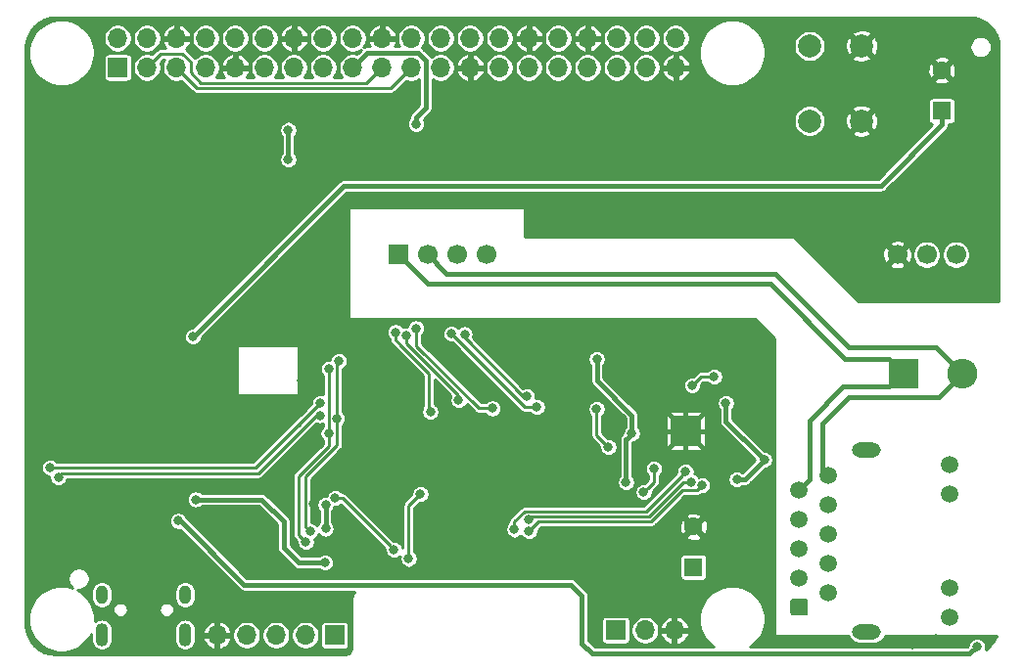
<source format=gbr>
G04 #@! TF.GenerationSoftware,KiCad,Pcbnew,(5.1.5)-3*
G04 #@! TF.CreationDate,2020-06-15T16:44:31+02:00*
G04 #@! TF.ProjectId,HB-RF-ETH,48422d52-462d-4455-9448-2e6b69636164,rev?*
G04 #@! TF.SameCoordinates,Original*
G04 #@! TF.FileFunction,Copper,L2,Bot*
G04 #@! TF.FilePolarity,Positive*
%FSLAX46Y46*%
G04 Gerber Fmt 4.6, Leading zero omitted, Abs format (unit mm)*
G04 Created by KiCad (PCBNEW (5.1.5)-3) date 2020-06-15 16:44:31*
%MOMM*%
%LPD*%
G04 APERTURE LIST*
%ADD10R,1.600000X1.600000*%
%ADD11C,1.600000*%
%ADD12C,1.500000*%
%ADD13O,2.500000X1.300000*%
%ADD14C,0.100000*%
%ADD15C,1.700000*%
%ADD16R,1.700000X1.700000*%
%ADD17O,1.700000X1.700000*%
%ADD18O,1.090000X2.000000*%
%ADD19O,1.050000X1.600000*%
%ADD20R,2.600000X2.600000*%
%ADD21O,2.600000X2.600000*%
%ADD22C,2.000000*%
%ADD23C,0.500000*%
%ADD24C,0.800000*%
%ADD25C,0.250000*%
%ADD26C,0.400000*%
%ADD27C,0.254000*%
G04 APERTURE END LIST*
D10*
X138176000Y-112014000D03*
D11*
X138176000Y-108514000D03*
D12*
X160280000Y-103125000D03*
X160280000Y-105665000D03*
X160280000Y-116375000D03*
X160280000Y-113835000D03*
X149850000Y-104035000D03*
X147310000Y-105305000D03*
D13*
X153150000Y-117625000D03*
D12*
X149850000Y-106575000D03*
D13*
X153150000Y-101875000D03*
D12*
X147310000Y-107845000D03*
X149850000Y-109115000D03*
X147310000Y-110385000D03*
X149850000Y-111655000D03*
X147310000Y-112925000D03*
X149850000Y-114195000D03*
G04 #@! TA.AperFunction,ComponentPad*
D14*
G36*
X147834053Y-114716206D02*
G01*
X147858370Y-114719813D01*
X147882216Y-114725786D01*
X147905362Y-114734068D01*
X147927585Y-114744579D01*
X147948670Y-114757217D01*
X147968416Y-114771861D01*
X147986630Y-114788370D01*
X148003139Y-114806584D01*
X148017783Y-114826330D01*
X148030421Y-114847415D01*
X148040932Y-114869638D01*
X148049214Y-114892784D01*
X148055187Y-114916630D01*
X148058794Y-114940947D01*
X148060000Y-114965500D01*
X148060000Y-115964500D01*
X148058794Y-115989053D01*
X148055187Y-116013370D01*
X148049214Y-116037216D01*
X148040932Y-116060362D01*
X148030421Y-116082585D01*
X148017783Y-116103670D01*
X148003139Y-116123416D01*
X147986630Y-116141630D01*
X147968416Y-116158139D01*
X147948670Y-116172783D01*
X147927585Y-116185421D01*
X147905362Y-116195932D01*
X147882216Y-116204214D01*
X147858370Y-116210187D01*
X147834053Y-116213794D01*
X147809500Y-116215000D01*
X146810500Y-116215000D01*
X146785947Y-116213794D01*
X146761630Y-116210187D01*
X146737784Y-116204214D01*
X146714638Y-116195932D01*
X146692415Y-116185421D01*
X146671330Y-116172783D01*
X146651584Y-116158139D01*
X146633370Y-116141630D01*
X146616861Y-116123416D01*
X146602217Y-116103670D01*
X146589579Y-116082585D01*
X146579068Y-116060362D01*
X146570786Y-116037216D01*
X146564813Y-116013370D01*
X146561206Y-115989053D01*
X146560000Y-115964500D01*
X146560000Y-114965500D01*
X146561206Y-114940947D01*
X146564813Y-114916630D01*
X146570786Y-114892784D01*
X146579068Y-114869638D01*
X146589579Y-114847415D01*
X146602217Y-114826330D01*
X146616861Y-114806584D01*
X146633370Y-114788370D01*
X146651584Y-114771861D01*
X146671330Y-114757217D01*
X146692415Y-114744579D01*
X146714638Y-114734068D01*
X146737784Y-114725786D01*
X146761630Y-114719813D01*
X146785947Y-114716206D01*
X146810500Y-114715000D01*
X147809500Y-114715000D01*
X147834053Y-114716206D01*
G37*
G04 #@! TD.AperFunction*
D15*
X160871000Y-84963000D03*
X158331000Y-84963000D03*
X155791000Y-84963000D03*
X120231000Y-84963000D03*
X117691000Y-84963000D03*
X115151000Y-84963000D03*
D16*
X112611000Y-84963000D03*
X88370000Y-68770000D03*
D17*
X88370000Y-66230000D03*
X90910000Y-68770000D03*
X90910000Y-66230000D03*
X93450000Y-68770000D03*
X93450000Y-66230000D03*
X95990000Y-68770000D03*
X95990000Y-66230000D03*
X98530000Y-68770000D03*
X98530000Y-66230000D03*
X101070000Y-68770000D03*
X101070000Y-66230000D03*
X103610000Y-68770000D03*
X103610000Y-66230000D03*
X106150000Y-68770000D03*
X106150000Y-66230000D03*
X108690000Y-68770000D03*
X108690000Y-66230000D03*
X111230000Y-68770000D03*
X111230000Y-66230000D03*
X113770000Y-68770000D03*
X113770000Y-66230000D03*
X116310000Y-68770000D03*
X116310000Y-66230000D03*
X118850000Y-68770000D03*
X118850000Y-66230000D03*
X121390000Y-68770000D03*
X121390000Y-66230000D03*
X123930000Y-68770000D03*
X123930000Y-66230000D03*
X126470000Y-68770000D03*
X126470000Y-66230000D03*
X129010000Y-68770000D03*
X129010000Y-66230000D03*
X131550000Y-68770000D03*
X131550000Y-66230000D03*
X134090000Y-68770000D03*
X134090000Y-66230000D03*
X136630000Y-68770000D03*
X136630000Y-66230000D03*
D18*
X94200000Y-117850000D03*
X87000000Y-117850000D03*
D19*
X87000000Y-114400000D03*
X94200000Y-114400000D03*
D10*
X159639000Y-72517000D03*
D11*
X159639000Y-69017000D03*
D20*
X156337000Y-95250000D03*
D21*
X161417000Y-95250000D03*
D22*
X152709000Y-73406000D03*
X148209000Y-73406000D03*
X152709000Y-66906000D03*
X148209000Y-66906000D03*
D23*
X138550000Y-99174000D03*
X138550000Y-100224000D03*
X138550000Y-101274000D03*
X137500000Y-99174000D03*
X137500000Y-100224000D03*
X137500000Y-101274000D03*
X136450000Y-99174000D03*
X136450000Y-100224000D03*
X136450000Y-101274000D03*
G04 #@! TA.AperFunction,Conductor*
D14*
G36*
X138574504Y-98925204D02*
G01*
X138598773Y-98928804D01*
X138622571Y-98934765D01*
X138645671Y-98943030D01*
X138667849Y-98953520D01*
X138688893Y-98966133D01*
X138708598Y-98980747D01*
X138726777Y-98997223D01*
X138743253Y-99015402D01*
X138757867Y-99035107D01*
X138770480Y-99056151D01*
X138780970Y-99078329D01*
X138789235Y-99101429D01*
X138795196Y-99125227D01*
X138798796Y-99149496D01*
X138800000Y-99174000D01*
X138800000Y-101274000D01*
X138798796Y-101298504D01*
X138795196Y-101322773D01*
X138789235Y-101346571D01*
X138780970Y-101369671D01*
X138770480Y-101391849D01*
X138757867Y-101412893D01*
X138743253Y-101432598D01*
X138726777Y-101450777D01*
X138708598Y-101467253D01*
X138688893Y-101481867D01*
X138667849Y-101494480D01*
X138645671Y-101504970D01*
X138622571Y-101513235D01*
X138598773Y-101519196D01*
X138574504Y-101522796D01*
X138550000Y-101524000D01*
X136450000Y-101524000D01*
X136425496Y-101522796D01*
X136401227Y-101519196D01*
X136377429Y-101513235D01*
X136354329Y-101504970D01*
X136332151Y-101494480D01*
X136311107Y-101481867D01*
X136291402Y-101467253D01*
X136273223Y-101450777D01*
X136256747Y-101432598D01*
X136242133Y-101412893D01*
X136229520Y-101391849D01*
X136219030Y-101369671D01*
X136210765Y-101346571D01*
X136204804Y-101322773D01*
X136201204Y-101298504D01*
X136200000Y-101274000D01*
X136200000Y-99174000D01*
X136201204Y-99149496D01*
X136204804Y-99125227D01*
X136210765Y-99101429D01*
X136219030Y-99078329D01*
X136229520Y-99056151D01*
X136242133Y-99035107D01*
X136256747Y-99015402D01*
X136273223Y-98997223D01*
X136291402Y-98980747D01*
X136311107Y-98966133D01*
X136332151Y-98953520D01*
X136354329Y-98943030D01*
X136377429Y-98934765D01*
X136401227Y-98928804D01*
X136425496Y-98925204D01*
X136450000Y-98924000D01*
X138550000Y-98924000D01*
X138574504Y-98925204D01*
G37*
G04 #@! TD.AperFunction*
D16*
X107137200Y-117906800D03*
D17*
X104597200Y-117906800D03*
X102057200Y-117906800D03*
X99517200Y-117906800D03*
X96977200Y-117906800D03*
D16*
X131445000Y-117475000D03*
D17*
X133985000Y-117475000D03*
X136525000Y-117475000D03*
D24*
X144780000Y-98590010D03*
X91900000Y-116500000D03*
X142240000Y-112395000D03*
X100584000Y-71628000D03*
X100076000Y-76962000D03*
X102108000Y-81534000D03*
X98376000Y-94190000D03*
X104239096Y-95890004D03*
X128300000Y-92400000D03*
X97790000Y-114808000D03*
X98806000Y-97790000D03*
X101727000Y-108331000D03*
X124206000Y-92074988D03*
X122047000Y-91694989D03*
X119790505Y-91156495D03*
X162814000Y-86868000D03*
X103378000Y-97790000D03*
X130556000Y-113411000D03*
X82296000Y-109220000D03*
X116522500Y-101790500D03*
X118522500Y-101790500D03*
X120522500Y-101790500D03*
X122522500Y-101790500D03*
X116522500Y-103790500D03*
X122522500Y-103790500D03*
X116522500Y-105790500D03*
X122522500Y-105790500D03*
X159131000Y-118237000D03*
X157099000Y-118706990D03*
X105324387Y-106553000D03*
X139700000Y-97917000D03*
X135407400Y-97891600D03*
X130832860Y-108915200D03*
X133217920Y-101429820D03*
X99728020Y-110718600D03*
X93875860Y-109329220D03*
X111682886Y-112109889D03*
X81097120Y-114157760D03*
X86275000Y-112572800D03*
X130507589Y-105643995D03*
X84836000Y-95123000D03*
X140081000Y-103505000D03*
X88900000Y-87884000D03*
X111125000Y-72898000D03*
X112903000Y-74168000D03*
X95104001Y-106153001D03*
X106349800Y-108686604D03*
X106349799Y-106594990D03*
X106298994Y-111633000D03*
X103119347Y-74163347D03*
X114173000Y-73660000D03*
X103124000Y-76708000D03*
X107188000Y-106029760D03*
X112267998Y-110490000D03*
X118377714Y-91842025D03*
X123761500Y-97203260D03*
X117220992Y-91821000D03*
X124622560Y-98132900D03*
X115413841Y-98555759D03*
X113538000Y-111295192D03*
X114554000Y-105664000D03*
X112395000Y-91679054D03*
X117851340Y-97540660D03*
X113360582Y-91947994D03*
X107341578Y-99133660D03*
X107508915Y-94169070D03*
X105006126Y-108921315D03*
X106616568Y-100446563D03*
X106623010Y-94855053D03*
X104648006Y-109855000D03*
X129793986Y-98298000D03*
X130810000Y-101600000D03*
X134738960Y-103496960D03*
X133858002Y-105537000D03*
X122683135Y-108755022D03*
X137484289Y-103747455D03*
X123912919Y-107912813D03*
X137958496Y-104627882D03*
X123952000Y-108912061D03*
X138912594Y-104927400D03*
X82524600Y-103405940D03*
X105891558Y-97799718D03*
X83236910Y-104214803D03*
X105841710Y-98874886D03*
X162687000Y-118872000D03*
X93606439Y-108006967D03*
X94869000Y-92075000D03*
X120773119Y-98265670D03*
X114157132Y-91343407D03*
X140970000Y-97790000D03*
X141906000Y-104394000D03*
X144278032Y-102738302D03*
X139954000Y-95504000D03*
X138049000Y-96266006D03*
X129800000Y-94000000D03*
X132842000Y-100457022D03*
X132334000Y-104648000D03*
D25*
X137500000Y-100224000D02*
X137500000Y-101274000D01*
X137500000Y-100224000D02*
X138550000Y-101274000D01*
X137500000Y-100224000D02*
X138550000Y-100224000D01*
X138550000Y-99174000D02*
X137500000Y-100224000D01*
X137500000Y-100224000D02*
X137500000Y-99174000D01*
X137500000Y-100224000D02*
X136450000Y-100224000D01*
D26*
X137500000Y-101624000D02*
X137500360Y-101624360D01*
X137500000Y-100224000D02*
X137500000Y-101624000D01*
X137500360Y-101624360D02*
X137500360Y-102021640D01*
X138799999Y-101523999D02*
X138799999Y-101528039D01*
X138550000Y-101274000D02*
X138799999Y-101523999D01*
X138799999Y-101528039D02*
X139039600Y-101767640D01*
X138900000Y-100224000D02*
X138900680Y-100223320D01*
X137500000Y-100224000D02*
X138900000Y-100224000D01*
X138900680Y-100223320D02*
X139324080Y-100223320D01*
X138799999Y-98924001D02*
X138799999Y-98918601D01*
X138550000Y-99174000D02*
X138799999Y-98924001D01*
X138799999Y-98918601D02*
X139057380Y-98661220D01*
X137500000Y-98824000D02*
X137500360Y-98823640D01*
X137500000Y-100224000D02*
X137500000Y-98824000D01*
X137500360Y-98823640D02*
X137500360Y-98526600D01*
X136202513Y-98926513D02*
X136202513Y-98925473D01*
X137500000Y-100224000D02*
X136202513Y-98926513D01*
X136202513Y-98925473D02*
X135872220Y-98595180D01*
X136100000Y-100224000D02*
X136099320Y-100223320D01*
X137500000Y-100224000D02*
X136100000Y-100224000D01*
X136099320Y-100223320D02*
X135724900Y-100223320D01*
X136202513Y-101521487D02*
X136202193Y-101521487D01*
X137500000Y-100224000D02*
X136202513Y-101521487D01*
X136202193Y-101521487D02*
X135945880Y-101777800D01*
X106349799Y-107160675D02*
X106349799Y-106594990D01*
X106349800Y-108686604D02*
X106349799Y-107160675D01*
X104013000Y-111633000D02*
X106298994Y-111633000D01*
X102743000Y-110363000D02*
X104013000Y-111633000D01*
X102743000Y-108077006D02*
X102743000Y-110363000D01*
X95104001Y-106153001D02*
X100818995Y-106153001D01*
X100818995Y-106153001D02*
X102743000Y-108077006D01*
X109940001Y-67519999D02*
X109539999Y-67920001D01*
X114370001Y-67519999D02*
X109940001Y-67519999D01*
X115020001Y-68169999D02*
X114370001Y-67519999D01*
X115020001Y-72247314D02*
X115020001Y-68169999D01*
X109539999Y-67920001D02*
X108690000Y-68770000D01*
X114173000Y-73094315D02*
X115020001Y-72247314D01*
X114173000Y-73660000D02*
X114173000Y-73094315D01*
X103119347Y-74163347D02*
X103119347Y-76703347D01*
X103119347Y-76703347D02*
X103124000Y-76708000D01*
D25*
X107188000Y-106029760D02*
X107807758Y-106029760D01*
X111867999Y-110090001D02*
X112267998Y-110490000D01*
X107807758Y-106029760D02*
X111867999Y-110090001D01*
X123408440Y-97203260D02*
X123761500Y-97203260D01*
X118377714Y-91842025D02*
X118377714Y-92172534D01*
X118377714Y-92172534D02*
X123408440Y-97203260D01*
X124056875Y-98132900D02*
X124622560Y-98132900D01*
X123532892Y-98132900D02*
X124056875Y-98132900D01*
X117220992Y-91821000D02*
X123532892Y-98132900D01*
X112835616Y-92777384D02*
X113241575Y-93183343D01*
X115290600Y-98432518D02*
X115413841Y-98555759D01*
X112835616Y-92777384D02*
X115290600Y-95232368D01*
X115290600Y-95232368D02*
X115290600Y-98432518D01*
X113538000Y-106680000D02*
X114554000Y-105664000D01*
X113538000Y-111295192D02*
X113538000Y-106680000D01*
X112395000Y-92336768D02*
X112395000Y-92244739D01*
X112395000Y-92244739D02*
X112395000Y-91679054D01*
X112835616Y-92777384D02*
X112395000Y-92336768D01*
X113360582Y-92513679D02*
X113360582Y-91947994D01*
X117851340Y-97540660D02*
X117851340Y-97151750D01*
X113360582Y-92660992D02*
X113360582Y-92513679D01*
X117851340Y-97151750D02*
X113360582Y-92660992D01*
X107341578Y-99133660D02*
X107348020Y-99127218D01*
X107348020Y-99127218D02*
X107348020Y-94329965D01*
X107348020Y-94329965D02*
X107508915Y-94169070D01*
X111985989Y-70554011D02*
X112920001Y-69619999D01*
X93450000Y-68770000D02*
X95234011Y-70554011D01*
X112920001Y-69619999D02*
X113770000Y-68770000D01*
X95234011Y-70554011D02*
X111985989Y-70554011D01*
X107341578Y-101447832D02*
X104588455Y-104200955D01*
X104588455Y-104200955D02*
X104588455Y-108503644D01*
X107341578Y-99133660D02*
X107341578Y-101447832D01*
X104606127Y-108521316D02*
X105006126Y-108921315D01*
X104588455Y-108503644D02*
X104606127Y-108521316D01*
X106616568Y-100446563D02*
X106616568Y-94861495D01*
X106616568Y-94861495D02*
X106623010Y-94855053D01*
X110380001Y-69619999D02*
X111230000Y-68770000D01*
X93983002Y-67564000D02*
X94678500Y-68259498D01*
X90910000Y-68770000D02*
X92116000Y-67564000D01*
X109896000Y-70104000D02*
X110380001Y-69619999D01*
X94678500Y-68259498D02*
X94678500Y-69197502D01*
X95584998Y-70104000D02*
X109896000Y-70104000D01*
X92116000Y-67564000D02*
X93983002Y-67564000D01*
X94678500Y-69197502D02*
X95584998Y-70104000D01*
X104013000Y-104140000D02*
X106616568Y-101536432D01*
X104013000Y-106934000D02*
X104013000Y-104140000D01*
X106616568Y-101536432D02*
X106616568Y-100446563D01*
X104248007Y-109455001D02*
X104648006Y-109855000D01*
X104013000Y-106299000D02*
X104013000Y-109219994D01*
X104013000Y-109219994D02*
X104248007Y-109455001D01*
X129793986Y-98298000D02*
X129794000Y-98298014D01*
X129794000Y-100584000D02*
X130810000Y-101600000D01*
X129794000Y-98298014D02*
X129794000Y-100584000D01*
X134258001Y-105137001D02*
X133858002Y-105537000D01*
X134738960Y-104656042D02*
X134258001Y-105137001D01*
X134738960Y-103496960D02*
X134738960Y-104656042D01*
X122683135Y-108755022D02*
X122683135Y-108069593D01*
X134043933Y-107187811D02*
X137084290Y-104147454D01*
X137084290Y-104147454D02*
X137484289Y-103747455D01*
X123564917Y-107187811D02*
X134043933Y-107187811D01*
X122683135Y-108069593D02*
X123564917Y-107187811D01*
X123912919Y-107912813D02*
X124187721Y-107638011D01*
X137308528Y-104627882D02*
X137392811Y-104627882D01*
X134298399Y-107638011D02*
X137308528Y-104627882D01*
X124187721Y-107638011D02*
X134298399Y-107638011D01*
X137392811Y-104627882D02*
X137958496Y-104627882D01*
X123952000Y-108912061D02*
X124776039Y-108088022D01*
X124776039Y-108088022D02*
X134484799Y-108088022D01*
X138461795Y-105378199D02*
X138512595Y-105327399D01*
X137194622Y-105378199D02*
X138461795Y-105378199D01*
X138512595Y-105327399D02*
X138912594Y-104927400D01*
X134484799Y-108088022D02*
X137194622Y-105378199D01*
X82550000Y-103431340D02*
X82524600Y-103405940D01*
X105051860Y-98639416D02*
X105891558Y-97799718D01*
X105051860Y-98666300D02*
X105051860Y-98639416D01*
X103988870Y-99729290D02*
X105051860Y-98666300D01*
X100259936Y-103431340D02*
X99857560Y-103431340D01*
X105891558Y-97799718D02*
X100259936Y-103431340D01*
X99857560Y-103431340D02*
X82550000Y-103431340D01*
X105559554Y-98874886D02*
X105841710Y-98874886D01*
X100550980Y-103883460D02*
X105559554Y-98874886D01*
X83236910Y-104214803D02*
X83568253Y-103883460D01*
X83568253Y-103883460D02*
X100550980Y-103883460D01*
D26*
X93782967Y-108006967D02*
X93606439Y-108006967D01*
X127587927Y-113538000D02*
X99314000Y-113538000D01*
X162052000Y-119507000D02*
X129413000Y-119507000D01*
X128524000Y-114474073D02*
X127587927Y-113538000D01*
X162687000Y-118872000D02*
X162052000Y-119507000D01*
X99314000Y-113538000D02*
X93782967Y-108006967D01*
X128524000Y-118618000D02*
X128524000Y-114474073D01*
X129413000Y-119507000D02*
X128524000Y-118618000D01*
X159639000Y-72517000D02*
X159639000Y-73717000D01*
X95268999Y-91675001D02*
X94869000Y-92075000D01*
X154362000Y-78994000D02*
X107950000Y-78994000D01*
X107950000Y-78994000D02*
X95268999Y-91675001D01*
X159639000Y-73717000D02*
X154362000Y-78994000D01*
X147310000Y-105305000D02*
X148209000Y-104406000D01*
X148209000Y-104406000D02*
X148209000Y-102108000D01*
X155067000Y-93980000D02*
X156337000Y-95250000D01*
X151257000Y-93980000D02*
X155067000Y-93980000D01*
X144791011Y-87514011D02*
X151257000Y-93980000D01*
X115200011Y-87514011D02*
X144791011Y-87514011D01*
X112611000Y-84963000D02*
X112649000Y-84963000D01*
X112649000Y-84963000D02*
X115200011Y-87514011D01*
X156210000Y-95250000D02*
X156337000Y-95250000D01*
X155067000Y-96393000D02*
X156210000Y-95250000D01*
X151130000Y-96393000D02*
X155067000Y-96393000D01*
X148209000Y-103124000D02*
X148209000Y-99314000D01*
X148209000Y-99314000D02*
X151130000Y-96393000D01*
X159131000Y-92964000D02*
X161417000Y-95250000D01*
X151638000Y-92964000D02*
X159131000Y-92964000D01*
X145288000Y-86614000D02*
X151638000Y-92964000D01*
X115151000Y-84963000D02*
X116802000Y-86614000D01*
X116802000Y-86614000D02*
X145288000Y-86614000D01*
X149352000Y-103537000D02*
X149850000Y-104035000D01*
X149352000Y-99568000D02*
X149352000Y-103537000D01*
X151626989Y-97293011D02*
X149352000Y-99568000D01*
X161417000Y-95250000D02*
X159373989Y-97293011D01*
X159373989Y-97293011D02*
X151626989Y-97293011D01*
D25*
X119601670Y-98265670D02*
X120773119Y-98265670D01*
X114198400Y-91490800D02*
X114198400Y-92862400D01*
X114198400Y-92862400D02*
X119601670Y-98265670D01*
D26*
X140970000Y-97790000D02*
X140970000Y-99430270D01*
X143878033Y-103138301D02*
X144278032Y-102738302D01*
X140970000Y-99430270D02*
X143878033Y-102338303D01*
X142622334Y-104394000D02*
X143878033Y-103138301D01*
X143878033Y-102338303D02*
X144278032Y-102738302D01*
X141906000Y-104394000D02*
X142622334Y-104394000D01*
D25*
X138448999Y-95866007D02*
X138049000Y-96266006D01*
X138811006Y-95504000D02*
X138448999Y-95866007D01*
X139954000Y-95504000D02*
X138811006Y-95504000D01*
D26*
X129800000Y-94000000D02*
X129800000Y-95829704D01*
X132842000Y-99891337D02*
X132842000Y-100457022D01*
X132842000Y-98871704D02*
X132842000Y-99891337D01*
X129800000Y-95829704D02*
X132842000Y-98871704D01*
X132334000Y-104648000D02*
X132334000Y-100965022D01*
X132334000Y-100965022D02*
X132442001Y-100857021D01*
X132442001Y-100857021D02*
X132842000Y-100457022D01*
D27*
G36*
X162498586Y-64481954D02*
G01*
X162978182Y-64626753D01*
X163420520Y-64861948D01*
X163808750Y-65178580D01*
X164128083Y-65564587D01*
X164366361Y-66005274D01*
X164514504Y-66483847D01*
X164569001Y-67002348D01*
X164569001Y-89027000D01*
X152452606Y-89027000D01*
X149305408Y-85879802D01*
X155053803Y-85879802D01*
X155143215Y-86070665D01*
X155371756Y-86175759D01*
X155616410Y-86234246D01*
X155867773Y-86243881D01*
X156116185Y-86204291D01*
X156352101Y-86117000D01*
X156438785Y-86070665D01*
X156528197Y-85879802D01*
X155791000Y-85142605D01*
X155053803Y-85879802D01*
X149305408Y-85879802D01*
X148465379Y-85039773D01*
X154510119Y-85039773D01*
X154549709Y-85288185D01*
X154637000Y-85524101D01*
X154683335Y-85610785D01*
X154874198Y-85700197D01*
X155611395Y-84963000D01*
X155970605Y-84963000D01*
X156707802Y-85700197D01*
X156898665Y-85610785D01*
X157003759Y-85382244D01*
X157062246Y-85137590D01*
X157071881Y-84886227D01*
X157064794Y-84841757D01*
X157100000Y-84841757D01*
X157100000Y-85084243D01*
X157147307Y-85322069D01*
X157240102Y-85546097D01*
X157374820Y-85747717D01*
X157546283Y-85919180D01*
X157747903Y-86053898D01*
X157971931Y-86146693D01*
X158209757Y-86194000D01*
X158452243Y-86194000D01*
X158690069Y-86146693D01*
X158914097Y-86053898D01*
X159115717Y-85919180D01*
X159287180Y-85747717D01*
X159421898Y-85546097D01*
X159514693Y-85322069D01*
X159562000Y-85084243D01*
X159562000Y-84841757D01*
X159640000Y-84841757D01*
X159640000Y-85084243D01*
X159687307Y-85322069D01*
X159780102Y-85546097D01*
X159914820Y-85747717D01*
X160086283Y-85919180D01*
X160287903Y-86053898D01*
X160511931Y-86146693D01*
X160749757Y-86194000D01*
X160992243Y-86194000D01*
X161230069Y-86146693D01*
X161454097Y-86053898D01*
X161655717Y-85919180D01*
X161827180Y-85747717D01*
X161961898Y-85546097D01*
X162054693Y-85322069D01*
X162102000Y-85084243D01*
X162102000Y-84841757D01*
X162054693Y-84603931D01*
X161961898Y-84379903D01*
X161827180Y-84178283D01*
X161655717Y-84006820D01*
X161454097Y-83872102D01*
X161230069Y-83779307D01*
X160992243Y-83732000D01*
X160749757Y-83732000D01*
X160511931Y-83779307D01*
X160287903Y-83872102D01*
X160086283Y-84006820D01*
X159914820Y-84178283D01*
X159780102Y-84379903D01*
X159687307Y-84603931D01*
X159640000Y-84841757D01*
X159562000Y-84841757D01*
X159514693Y-84603931D01*
X159421898Y-84379903D01*
X159287180Y-84178283D01*
X159115717Y-84006820D01*
X158914097Y-83872102D01*
X158690069Y-83779307D01*
X158452243Y-83732000D01*
X158209757Y-83732000D01*
X157971931Y-83779307D01*
X157747903Y-83872102D01*
X157546283Y-84006820D01*
X157374820Y-84178283D01*
X157240102Y-84379903D01*
X157147307Y-84603931D01*
X157100000Y-84841757D01*
X157064794Y-84841757D01*
X157032291Y-84637815D01*
X156945000Y-84401899D01*
X156898665Y-84315215D01*
X156707802Y-84225803D01*
X155970605Y-84963000D01*
X155611395Y-84963000D01*
X154874198Y-84225803D01*
X154683335Y-84315215D01*
X154578241Y-84543756D01*
X154519754Y-84788410D01*
X154510119Y-85039773D01*
X148465379Y-85039773D01*
X147471804Y-84046198D01*
X155053803Y-84046198D01*
X155791000Y-84783395D01*
X156528197Y-84046198D01*
X156438785Y-83855335D01*
X156210244Y-83750241D01*
X155965590Y-83691754D01*
X155714227Y-83682119D01*
X155465815Y-83721709D01*
X155229899Y-83809000D01*
X155143215Y-83855335D01*
X155053803Y-84046198D01*
X147471804Y-84046198D01*
X146901803Y-83476197D01*
X146882557Y-83460403D01*
X146860601Y-83448667D01*
X146836776Y-83441440D01*
X146812000Y-83439000D01*
X123571000Y-83439000D01*
X123571000Y-81026000D01*
X123568560Y-81001224D01*
X123561333Y-80977399D01*
X123549597Y-80955443D01*
X123533803Y-80936197D01*
X123514557Y-80920403D01*
X123492601Y-80908667D01*
X123468776Y-80901440D01*
X123444000Y-80899000D01*
X108458000Y-80899000D01*
X108433224Y-80901440D01*
X108409399Y-80908667D01*
X108387443Y-80920403D01*
X108368197Y-80936197D01*
X108352403Y-80955443D01*
X108340667Y-80977399D01*
X108333440Y-81001224D01*
X108331000Y-81026000D01*
X108331000Y-90424000D01*
X108333440Y-90448776D01*
X108340667Y-90472601D01*
X108352403Y-90494557D01*
X108368197Y-90513803D01*
X108387443Y-90529597D01*
X108409399Y-90541333D01*
X108433224Y-90548560D01*
X108458000Y-90551000D01*
X143457394Y-90551000D01*
X145161000Y-92254606D01*
X145161000Y-117856000D01*
X145163440Y-117880776D01*
X145170667Y-117904601D01*
X145182403Y-117926557D01*
X145198197Y-117945803D01*
X145217443Y-117961597D01*
X145239399Y-117973333D01*
X145263224Y-117980560D01*
X145288000Y-117983000D01*
X151581207Y-117983000D01*
X151592872Y-118021455D01*
X151688607Y-118200564D01*
X151817446Y-118357554D01*
X151974436Y-118486393D01*
X152153545Y-118582128D01*
X152347889Y-118641082D01*
X152499355Y-118656000D01*
X153800645Y-118656000D01*
X153952111Y-118641082D01*
X154146455Y-118582128D01*
X154325564Y-118486393D01*
X154482554Y-118357554D01*
X154611393Y-118200564D01*
X154707128Y-118021455D01*
X154718793Y-117983000D01*
X164370687Y-117983000D01*
X164138053Y-118420520D01*
X163821420Y-118808750D01*
X163435413Y-119128083D01*
X163423638Y-119134449D01*
X163437987Y-119099809D01*
X163468000Y-118948922D01*
X163468000Y-118795078D01*
X163437987Y-118644191D01*
X163379113Y-118502058D01*
X163293642Y-118374141D01*
X163184859Y-118265358D01*
X163056942Y-118179887D01*
X162914809Y-118121013D01*
X162763922Y-118091000D01*
X162610078Y-118091000D01*
X162459191Y-118121013D01*
X162317058Y-118179887D01*
X162189141Y-118265358D01*
X162080358Y-118374141D01*
X161994887Y-118502058D01*
X161936013Y-118644191D01*
X161906000Y-118795078D01*
X161906000Y-118831343D01*
X161811343Y-118926000D01*
X143047699Y-118926000D01*
X143333981Y-118734712D01*
X143734712Y-118333981D01*
X144049565Y-117862771D01*
X144266439Y-117339190D01*
X144377000Y-116783360D01*
X144377000Y-116216640D01*
X144266439Y-115660810D01*
X144049565Y-115137229D01*
X143734712Y-114666019D01*
X143333981Y-114265288D01*
X142862771Y-113950435D01*
X142339190Y-113733561D01*
X141783360Y-113623000D01*
X141216640Y-113623000D01*
X140660810Y-113733561D01*
X140137229Y-113950435D01*
X139666019Y-114265288D01*
X139265288Y-114666019D01*
X138950435Y-115137229D01*
X138733561Y-115660810D01*
X138623000Y-116216640D01*
X138623000Y-116783360D01*
X138733561Y-117339190D01*
X138950435Y-117862771D01*
X139265288Y-118333981D01*
X139666019Y-118734712D01*
X139952301Y-118926000D01*
X129653658Y-118926000D01*
X129105000Y-118377343D01*
X129105000Y-116625000D01*
X130212157Y-116625000D01*
X130212157Y-118325000D01*
X130219513Y-118399689D01*
X130241299Y-118471508D01*
X130276678Y-118537696D01*
X130324289Y-118595711D01*
X130382304Y-118643322D01*
X130448492Y-118678701D01*
X130520311Y-118700487D01*
X130595000Y-118707843D01*
X132295000Y-118707843D01*
X132369689Y-118700487D01*
X132441508Y-118678701D01*
X132507696Y-118643322D01*
X132565711Y-118595711D01*
X132613322Y-118537696D01*
X132648701Y-118471508D01*
X132670487Y-118399689D01*
X132677843Y-118325000D01*
X132677843Y-117353757D01*
X132754000Y-117353757D01*
X132754000Y-117596243D01*
X132801307Y-117834069D01*
X132894102Y-118058097D01*
X133028820Y-118259717D01*
X133200283Y-118431180D01*
X133401903Y-118565898D01*
X133625931Y-118658693D01*
X133863757Y-118706000D01*
X134106243Y-118706000D01*
X134344069Y-118658693D01*
X134568097Y-118565898D01*
X134769717Y-118431180D01*
X134941180Y-118259717D01*
X135075898Y-118058097D01*
X135168693Y-117834069D01*
X135175626Y-117799214D01*
X135289836Y-117799214D01*
X135376820Y-118033953D01*
X135507928Y-118247212D01*
X135678122Y-118430795D01*
X135880861Y-118577647D01*
X136108354Y-118682125D01*
X136200787Y-118710158D01*
X136398000Y-118638338D01*
X136398000Y-117602000D01*
X136652000Y-117602000D01*
X136652000Y-118638338D01*
X136849213Y-118710158D01*
X136941646Y-118682125D01*
X137169139Y-118577647D01*
X137371878Y-118430795D01*
X137542072Y-118247212D01*
X137673180Y-118033953D01*
X137760164Y-117799214D01*
X137688925Y-117602000D01*
X136652000Y-117602000D01*
X136398000Y-117602000D01*
X135361075Y-117602000D01*
X135289836Y-117799214D01*
X135175626Y-117799214D01*
X135216000Y-117596243D01*
X135216000Y-117353757D01*
X135175627Y-117150786D01*
X135289836Y-117150786D01*
X135361075Y-117348000D01*
X136398000Y-117348000D01*
X136398000Y-116311662D01*
X136652000Y-116311662D01*
X136652000Y-117348000D01*
X137688925Y-117348000D01*
X137760164Y-117150786D01*
X137673180Y-116916047D01*
X137542072Y-116702788D01*
X137371878Y-116519205D01*
X137169139Y-116372353D01*
X136941646Y-116267875D01*
X136849213Y-116239842D01*
X136652000Y-116311662D01*
X136398000Y-116311662D01*
X136200787Y-116239842D01*
X136108354Y-116267875D01*
X135880861Y-116372353D01*
X135678122Y-116519205D01*
X135507928Y-116702788D01*
X135376820Y-116916047D01*
X135289836Y-117150786D01*
X135175627Y-117150786D01*
X135168693Y-117115931D01*
X135075898Y-116891903D01*
X134941180Y-116690283D01*
X134769717Y-116518820D01*
X134568097Y-116384102D01*
X134344069Y-116291307D01*
X134106243Y-116244000D01*
X133863757Y-116244000D01*
X133625931Y-116291307D01*
X133401903Y-116384102D01*
X133200283Y-116518820D01*
X133028820Y-116690283D01*
X132894102Y-116891903D01*
X132801307Y-117115931D01*
X132754000Y-117353757D01*
X132677843Y-117353757D01*
X132677843Y-116625000D01*
X132670487Y-116550311D01*
X132648701Y-116478492D01*
X132613322Y-116412304D01*
X132565711Y-116354289D01*
X132507696Y-116306678D01*
X132441508Y-116271299D01*
X132369689Y-116249513D01*
X132295000Y-116242157D01*
X130595000Y-116242157D01*
X130520311Y-116249513D01*
X130448492Y-116271299D01*
X130382304Y-116306678D01*
X130324289Y-116354289D01*
X130276678Y-116412304D01*
X130241299Y-116478492D01*
X130219513Y-116550311D01*
X130212157Y-116625000D01*
X129105000Y-116625000D01*
X129105000Y-114502612D01*
X129107811Y-114474072D01*
X129096593Y-114360177D01*
X129063371Y-114250658D01*
X129043253Y-114213020D01*
X129009421Y-114149725D01*
X128936817Y-114061256D01*
X128914645Y-114043060D01*
X128018944Y-113147360D01*
X128000744Y-113125183D01*
X127912275Y-113052579D01*
X127811342Y-112998629D01*
X127701823Y-112965407D01*
X127616467Y-112957000D01*
X127587927Y-112954189D01*
X127559387Y-112957000D01*
X99554658Y-112957000D01*
X94343716Y-107746059D01*
X94298552Y-107637025D01*
X94213081Y-107509108D01*
X94104298Y-107400325D01*
X93976381Y-107314854D01*
X93834248Y-107255980D01*
X93683361Y-107225967D01*
X93529517Y-107225967D01*
X93378630Y-107255980D01*
X93236497Y-107314854D01*
X93108580Y-107400325D01*
X92999797Y-107509108D01*
X92914326Y-107637025D01*
X92855452Y-107779158D01*
X92825439Y-107930045D01*
X92825439Y-108083889D01*
X92855452Y-108234776D01*
X92914326Y-108376909D01*
X92999797Y-108504826D01*
X93108580Y-108613609D01*
X93236497Y-108699080D01*
X93378630Y-108757954D01*
X93529517Y-108787967D01*
X93683361Y-108787967D01*
X93732530Y-108778187D01*
X98882987Y-113928645D01*
X98901183Y-113950817D01*
X98978910Y-114014605D01*
X98989652Y-114023421D01*
X99090585Y-114077371D01*
X99200104Y-114110593D01*
X99314000Y-114121811D01*
X99342540Y-114119000D01*
X108878100Y-114119000D01*
X108833078Y-114174203D01*
X108811458Y-114206744D01*
X108789391Y-114238972D01*
X108786536Y-114244253D01*
X108786528Y-114244265D01*
X108786523Y-114244278D01*
X108694903Y-114416588D01*
X108680022Y-114452692D01*
X108664629Y-114488608D01*
X108662849Y-114494357D01*
X108606440Y-114681194D01*
X108598855Y-114719501D01*
X108590731Y-114757723D01*
X108590102Y-114763708D01*
X108571057Y-114957941D01*
X108571057Y-114957958D01*
X108569001Y-114978832D01*
X108569000Y-118978920D01*
X108556136Y-119110116D01*
X108524155Y-119216043D01*
X108472210Y-119313737D01*
X108402278Y-119399482D01*
X108317026Y-119470008D01*
X108219696Y-119522634D01*
X108113998Y-119555353D01*
X107984162Y-119569000D01*
X83021079Y-119569000D01*
X82501414Y-119518046D01*
X82021815Y-119373247D01*
X81579480Y-119138053D01*
X81191250Y-118821420D01*
X80871917Y-118435413D01*
X80633639Y-117994725D01*
X80485496Y-117516153D01*
X80431000Y-116997661D01*
X80431000Y-116216640D01*
X80623000Y-116216640D01*
X80623000Y-116783360D01*
X80733561Y-117339190D01*
X80950435Y-117862771D01*
X81265288Y-118333981D01*
X81666019Y-118734712D01*
X82137229Y-119049565D01*
X82660810Y-119266439D01*
X83216640Y-119377000D01*
X83783360Y-119377000D01*
X84339190Y-119266439D01*
X84862771Y-119049565D01*
X85333981Y-118734712D01*
X85734712Y-118333981D01*
X86049565Y-117862771D01*
X86074000Y-117803779D01*
X86074001Y-118350486D01*
X86087400Y-118486528D01*
X86140350Y-118661079D01*
X86226335Y-118821947D01*
X86342052Y-118962949D01*
X86483054Y-119078666D01*
X86643922Y-119164651D01*
X86818473Y-119217601D01*
X87000000Y-119235480D01*
X87181528Y-119217601D01*
X87356079Y-119164651D01*
X87516947Y-119078666D01*
X87657949Y-118962949D01*
X87773666Y-118821947D01*
X87859651Y-118661079D01*
X87912601Y-118486528D01*
X87926000Y-118350486D01*
X87926000Y-117349515D01*
X93274000Y-117349515D01*
X93274001Y-118350486D01*
X93287400Y-118486528D01*
X93340350Y-118661079D01*
X93426335Y-118821947D01*
X93542052Y-118962949D01*
X93683054Y-119078666D01*
X93843922Y-119164651D01*
X94018473Y-119217601D01*
X94200000Y-119235480D01*
X94381528Y-119217601D01*
X94556079Y-119164651D01*
X94716947Y-119078666D01*
X94857949Y-118962949D01*
X94973666Y-118821947D01*
X95059651Y-118661079D01*
X95112601Y-118486528D01*
X95126000Y-118350486D01*
X95126000Y-118231014D01*
X95742036Y-118231014D01*
X95829020Y-118465753D01*
X95960128Y-118679012D01*
X96130322Y-118862595D01*
X96333061Y-119009447D01*
X96560554Y-119113925D01*
X96652987Y-119141958D01*
X96850200Y-119070138D01*
X96850200Y-118033800D01*
X97104200Y-118033800D01*
X97104200Y-119070138D01*
X97301413Y-119141958D01*
X97393846Y-119113925D01*
X97621339Y-119009447D01*
X97824078Y-118862595D01*
X97994272Y-118679012D01*
X98125380Y-118465753D01*
X98212364Y-118231014D01*
X98141125Y-118033800D01*
X97104200Y-118033800D01*
X96850200Y-118033800D01*
X95813275Y-118033800D01*
X95742036Y-118231014D01*
X95126000Y-118231014D01*
X95126000Y-117785557D01*
X98286200Y-117785557D01*
X98286200Y-118028043D01*
X98333507Y-118265869D01*
X98426302Y-118489897D01*
X98561020Y-118691517D01*
X98732483Y-118862980D01*
X98934103Y-118997698D01*
X99158131Y-119090493D01*
X99395957Y-119137800D01*
X99638443Y-119137800D01*
X99876269Y-119090493D01*
X100100297Y-118997698D01*
X100301917Y-118862980D01*
X100473380Y-118691517D01*
X100608098Y-118489897D01*
X100700893Y-118265869D01*
X100748200Y-118028043D01*
X100748200Y-117785557D01*
X100826200Y-117785557D01*
X100826200Y-118028043D01*
X100873507Y-118265869D01*
X100966302Y-118489897D01*
X101101020Y-118691517D01*
X101272483Y-118862980D01*
X101474103Y-118997698D01*
X101698131Y-119090493D01*
X101935957Y-119137800D01*
X102178443Y-119137800D01*
X102416269Y-119090493D01*
X102640297Y-118997698D01*
X102841917Y-118862980D01*
X103013380Y-118691517D01*
X103148098Y-118489897D01*
X103240893Y-118265869D01*
X103288200Y-118028043D01*
X103288200Y-117785557D01*
X103366200Y-117785557D01*
X103366200Y-118028043D01*
X103413507Y-118265869D01*
X103506302Y-118489897D01*
X103641020Y-118691517D01*
X103812483Y-118862980D01*
X104014103Y-118997698D01*
X104238131Y-119090493D01*
X104475957Y-119137800D01*
X104718443Y-119137800D01*
X104956269Y-119090493D01*
X105180297Y-118997698D01*
X105381917Y-118862980D01*
X105553380Y-118691517D01*
X105688098Y-118489897D01*
X105780893Y-118265869D01*
X105828200Y-118028043D01*
X105828200Y-117785557D01*
X105780893Y-117547731D01*
X105688098Y-117323703D01*
X105553380Y-117122083D01*
X105488097Y-117056800D01*
X105904357Y-117056800D01*
X105904357Y-118756800D01*
X105911713Y-118831489D01*
X105933499Y-118903308D01*
X105968878Y-118969496D01*
X106016489Y-119027511D01*
X106074504Y-119075122D01*
X106140692Y-119110501D01*
X106212511Y-119132287D01*
X106287200Y-119139643D01*
X107987200Y-119139643D01*
X108061889Y-119132287D01*
X108133708Y-119110501D01*
X108199896Y-119075122D01*
X108257911Y-119027511D01*
X108305522Y-118969496D01*
X108340901Y-118903308D01*
X108362687Y-118831489D01*
X108370043Y-118756800D01*
X108370043Y-117056800D01*
X108362687Y-116982111D01*
X108340901Y-116910292D01*
X108305522Y-116844104D01*
X108257911Y-116786089D01*
X108199896Y-116738478D01*
X108133708Y-116703099D01*
X108061889Y-116681313D01*
X107987200Y-116673957D01*
X106287200Y-116673957D01*
X106212511Y-116681313D01*
X106140692Y-116703099D01*
X106074504Y-116738478D01*
X106016489Y-116786089D01*
X105968878Y-116844104D01*
X105933499Y-116910292D01*
X105911713Y-116982111D01*
X105904357Y-117056800D01*
X105488097Y-117056800D01*
X105381917Y-116950620D01*
X105180297Y-116815902D01*
X104956269Y-116723107D01*
X104718443Y-116675800D01*
X104475957Y-116675800D01*
X104238131Y-116723107D01*
X104014103Y-116815902D01*
X103812483Y-116950620D01*
X103641020Y-117122083D01*
X103506302Y-117323703D01*
X103413507Y-117547731D01*
X103366200Y-117785557D01*
X103288200Y-117785557D01*
X103240893Y-117547731D01*
X103148098Y-117323703D01*
X103013380Y-117122083D01*
X102841917Y-116950620D01*
X102640297Y-116815902D01*
X102416269Y-116723107D01*
X102178443Y-116675800D01*
X101935957Y-116675800D01*
X101698131Y-116723107D01*
X101474103Y-116815902D01*
X101272483Y-116950620D01*
X101101020Y-117122083D01*
X100966302Y-117323703D01*
X100873507Y-117547731D01*
X100826200Y-117785557D01*
X100748200Y-117785557D01*
X100700893Y-117547731D01*
X100608098Y-117323703D01*
X100473380Y-117122083D01*
X100301917Y-116950620D01*
X100100297Y-116815902D01*
X99876269Y-116723107D01*
X99638443Y-116675800D01*
X99395957Y-116675800D01*
X99158131Y-116723107D01*
X98934103Y-116815902D01*
X98732483Y-116950620D01*
X98561020Y-117122083D01*
X98426302Y-117323703D01*
X98333507Y-117547731D01*
X98286200Y-117785557D01*
X95126000Y-117785557D01*
X95126000Y-117582586D01*
X95742036Y-117582586D01*
X95813275Y-117779800D01*
X96850200Y-117779800D01*
X96850200Y-116743462D01*
X97104200Y-116743462D01*
X97104200Y-117779800D01*
X98141125Y-117779800D01*
X98212364Y-117582586D01*
X98125380Y-117347847D01*
X97994272Y-117134588D01*
X97824078Y-116951005D01*
X97621339Y-116804153D01*
X97393846Y-116699675D01*
X97301413Y-116671642D01*
X97104200Y-116743462D01*
X96850200Y-116743462D01*
X96652987Y-116671642D01*
X96560554Y-116699675D01*
X96333061Y-116804153D01*
X96130322Y-116951005D01*
X95960128Y-117134588D01*
X95829020Y-117347847D01*
X95742036Y-117582586D01*
X95126000Y-117582586D01*
X95126000Y-117349514D01*
X95112601Y-117213472D01*
X95059651Y-117038921D01*
X94973666Y-116878053D01*
X94857949Y-116737051D01*
X94716946Y-116621334D01*
X94556078Y-116535349D01*
X94381527Y-116482399D01*
X94200000Y-116464520D01*
X94018472Y-116482399D01*
X93843921Y-116535349D01*
X93683053Y-116621334D01*
X93542051Y-116737051D01*
X93426334Y-116878054D01*
X93340349Y-117038922D01*
X93287399Y-117213473D01*
X93274000Y-117349515D01*
X87926000Y-117349515D01*
X87926000Y-117349514D01*
X87912601Y-117213472D01*
X87859651Y-117038921D01*
X87773666Y-116878053D01*
X87657949Y-116737051D01*
X87516946Y-116621334D01*
X87356078Y-116535349D01*
X87181527Y-116482399D01*
X87000000Y-116464520D01*
X86818472Y-116482399D01*
X86643921Y-116535349D01*
X86483053Y-116621334D01*
X86377000Y-116708369D01*
X86377000Y-116216640D01*
X86266439Y-115660810D01*
X86255910Y-115635390D01*
X87944000Y-115635390D01*
X87944000Y-115764610D01*
X87969210Y-115891348D01*
X88018660Y-116010732D01*
X88090452Y-116118176D01*
X88181824Y-116209548D01*
X88289268Y-116281340D01*
X88408652Y-116330790D01*
X88535390Y-116356000D01*
X88664610Y-116356000D01*
X88791348Y-116330790D01*
X88910732Y-116281340D01*
X89018176Y-116209548D01*
X89109548Y-116118176D01*
X89181340Y-116010732D01*
X89230790Y-115891348D01*
X89256000Y-115764610D01*
X89256000Y-115635390D01*
X91944000Y-115635390D01*
X91944000Y-115764610D01*
X91969210Y-115891348D01*
X92018660Y-116010732D01*
X92090452Y-116118176D01*
X92181824Y-116209548D01*
X92289268Y-116281340D01*
X92408652Y-116330790D01*
X92535390Y-116356000D01*
X92664610Y-116356000D01*
X92791348Y-116330790D01*
X92910732Y-116281340D01*
X93018176Y-116209548D01*
X93109548Y-116118176D01*
X93181340Y-116010732D01*
X93230790Y-115891348D01*
X93256000Y-115764610D01*
X93256000Y-115635390D01*
X93230790Y-115508652D01*
X93181340Y-115389268D01*
X93109548Y-115281824D01*
X93018176Y-115190452D01*
X92910732Y-115118660D01*
X92791348Y-115069210D01*
X92664610Y-115044000D01*
X92535390Y-115044000D01*
X92408652Y-115069210D01*
X92289268Y-115118660D01*
X92181824Y-115190452D01*
X92090452Y-115281824D01*
X92018660Y-115389268D01*
X91969210Y-115508652D01*
X91944000Y-115635390D01*
X89256000Y-115635390D01*
X89230790Y-115508652D01*
X89181340Y-115389268D01*
X89109548Y-115281824D01*
X89018176Y-115190452D01*
X88910732Y-115118660D01*
X88791348Y-115069210D01*
X88664610Y-115044000D01*
X88535390Y-115044000D01*
X88408652Y-115069210D01*
X88289268Y-115118660D01*
X88181824Y-115190452D01*
X88090452Y-115281824D01*
X88018660Y-115389268D01*
X87969210Y-115508652D01*
X87944000Y-115635390D01*
X86255910Y-115635390D01*
X86049565Y-115137229D01*
X85734712Y-114666019D01*
X85333981Y-114265288D01*
X85057427Y-114080500D01*
X86094000Y-114080500D01*
X86094000Y-114719501D01*
X86107110Y-114852607D01*
X86158916Y-115023388D01*
X86243045Y-115180782D01*
X86356263Y-115318738D01*
X86494219Y-115431956D01*
X86651613Y-115516084D01*
X86822394Y-115567890D01*
X87000000Y-115585383D01*
X87177607Y-115567890D01*
X87348388Y-115516084D01*
X87505782Y-115431956D01*
X87643738Y-115318738D01*
X87756956Y-115180782D01*
X87841084Y-115023388D01*
X87892890Y-114852607D01*
X87906000Y-114719501D01*
X87906000Y-114080500D01*
X93294000Y-114080500D01*
X93294000Y-114719501D01*
X93307110Y-114852607D01*
X93358916Y-115023388D01*
X93443045Y-115180782D01*
X93556263Y-115318738D01*
X93694219Y-115431956D01*
X93851613Y-115516084D01*
X94022394Y-115567890D01*
X94200000Y-115585383D01*
X94377607Y-115567890D01*
X94548388Y-115516084D01*
X94705782Y-115431956D01*
X94843738Y-115318738D01*
X94956956Y-115180782D01*
X95041084Y-115023388D01*
X95092890Y-114852607D01*
X95106000Y-114719501D01*
X95106000Y-114080499D01*
X95092890Y-113947393D01*
X95041084Y-113776612D01*
X94956956Y-113619218D01*
X94843738Y-113481262D01*
X94705781Y-113368044D01*
X94548387Y-113283916D01*
X94377606Y-113232110D01*
X94200000Y-113214617D01*
X94022393Y-113232110D01*
X93851612Y-113283916D01*
X93694218Y-113368044D01*
X93556262Y-113481262D01*
X93443044Y-113619219D01*
X93358916Y-113776613D01*
X93307110Y-113947394D01*
X93294000Y-114080500D01*
X87906000Y-114080500D01*
X87906000Y-114080499D01*
X87892890Y-113947393D01*
X87841084Y-113776612D01*
X87756956Y-113619218D01*
X87643738Y-113481262D01*
X87505781Y-113368044D01*
X87348387Y-113283916D01*
X87177606Y-113232110D01*
X87000000Y-113214617D01*
X86822393Y-113232110D01*
X86651612Y-113283916D01*
X86494218Y-113368044D01*
X86356262Y-113481262D01*
X86243044Y-113619219D01*
X86158916Y-113776613D01*
X86107110Y-113947394D01*
X86094000Y-114080500D01*
X85057427Y-114080500D01*
X84862771Y-113950435D01*
X84853561Y-113946620D01*
X84905744Y-113957000D01*
X85094256Y-113957000D01*
X85279147Y-113920223D01*
X85453310Y-113848083D01*
X85610052Y-113743351D01*
X85743351Y-113610052D01*
X85848083Y-113453310D01*
X85920223Y-113279147D01*
X85957000Y-113094256D01*
X85957000Y-112905744D01*
X85920223Y-112720853D01*
X85848083Y-112546690D01*
X85743351Y-112389948D01*
X85610052Y-112256649D01*
X85453310Y-112151917D01*
X85279147Y-112079777D01*
X85094256Y-112043000D01*
X84905744Y-112043000D01*
X84720853Y-112079777D01*
X84546690Y-112151917D01*
X84389948Y-112256649D01*
X84256649Y-112389948D01*
X84151917Y-112546690D01*
X84079777Y-112720853D01*
X84043000Y-112905744D01*
X84043000Y-113094256D01*
X84079777Y-113279147D01*
X84151917Y-113453310D01*
X84256649Y-113610052D01*
X84389948Y-113743351D01*
X84434184Y-113772909D01*
X84339190Y-113733561D01*
X83783360Y-113623000D01*
X83216640Y-113623000D01*
X82660810Y-113733561D01*
X82137229Y-113950435D01*
X81666019Y-114265288D01*
X81265288Y-114666019D01*
X80950435Y-115137229D01*
X80733561Y-115660810D01*
X80623000Y-116216640D01*
X80431000Y-116216640D01*
X80431000Y-106076079D01*
X94323001Y-106076079D01*
X94323001Y-106229923D01*
X94353014Y-106380810D01*
X94411888Y-106522943D01*
X94497359Y-106650860D01*
X94606142Y-106759643D01*
X94734059Y-106845114D01*
X94876192Y-106903988D01*
X95027079Y-106934001D01*
X95180923Y-106934001D01*
X95331810Y-106903988D01*
X95473943Y-106845114D01*
X95601860Y-106759643D01*
X95627502Y-106734001D01*
X100578338Y-106734001D01*
X102162000Y-108317664D01*
X102162001Y-110334450D01*
X102159189Y-110363000D01*
X102170407Y-110476895D01*
X102203629Y-110586414D01*
X102239071Y-110652721D01*
X102257580Y-110687348D01*
X102330184Y-110775817D01*
X102352355Y-110794012D01*
X103581987Y-112023645D01*
X103600183Y-112045817D01*
X103688652Y-112118421D01*
X103789585Y-112172371D01*
X103899104Y-112205593D01*
X103984460Y-112214000D01*
X103984462Y-112214000D01*
X104012999Y-112216811D01*
X104041536Y-112214000D01*
X105775493Y-112214000D01*
X105801135Y-112239642D01*
X105929052Y-112325113D01*
X106071185Y-112383987D01*
X106222072Y-112414000D01*
X106375916Y-112414000D01*
X106526803Y-112383987D01*
X106668936Y-112325113D01*
X106796853Y-112239642D01*
X106905636Y-112130859D01*
X106991107Y-112002942D01*
X107049981Y-111860809D01*
X107079994Y-111709922D01*
X107079994Y-111556078D01*
X107049981Y-111405191D01*
X106991107Y-111263058D01*
X106905636Y-111135141D01*
X106796853Y-111026358D01*
X106668936Y-110940887D01*
X106526803Y-110882013D01*
X106375916Y-110852000D01*
X106222072Y-110852000D01*
X106071185Y-110882013D01*
X105929052Y-110940887D01*
X105801135Y-111026358D01*
X105775493Y-111052000D01*
X104253658Y-111052000D01*
X103324000Y-110122343D01*
X103324000Y-108105546D01*
X103326811Y-108077006D01*
X103315593Y-107963110D01*
X103282371Y-107853591D01*
X103228421Y-107752658D01*
X103215738Y-107737204D01*
X103155817Y-107664189D01*
X103133646Y-107645994D01*
X101250012Y-105762361D01*
X101231812Y-105740184D01*
X101143343Y-105667580D01*
X101042410Y-105613630D01*
X100932891Y-105580408D01*
X100847535Y-105572001D01*
X100818995Y-105569190D01*
X100790455Y-105572001D01*
X95627502Y-105572001D01*
X95601860Y-105546359D01*
X95473943Y-105460888D01*
X95331810Y-105402014D01*
X95180923Y-105372001D01*
X95027079Y-105372001D01*
X94876192Y-105402014D01*
X94734059Y-105460888D01*
X94606142Y-105546359D01*
X94497359Y-105655142D01*
X94411888Y-105783059D01*
X94353014Y-105925192D01*
X94323001Y-106076079D01*
X80431000Y-106076079D01*
X80431000Y-103329018D01*
X81743600Y-103329018D01*
X81743600Y-103482862D01*
X81773613Y-103633749D01*
X81832487Y-103775882D01*
X81917958Y-103903799D01*
X82026741Y-104012582D01*
X82154658Y-104098053D01*
X82296791Y-104156927D01*
X82447678Y-104186940D01*
X82455910Y-104186940D01*
X82455910Y-104291725D01*
X82485923Y-104442612D01*
X82544797Y-104584745D01*
X82630268Y-104712662D01*
X82739051Y-104821445D01*
X82866968Y-104906916D01*
X83009101Y-104965790D01*
X83159988Y-104995803D01*
X83313832Y-104995803D01*
X83464719Y-104965790D01*
X83606852Y-104906916D01*
X83734769Y-104821445D01*
X83843552Y-104712662D01*
X83929023Y-104584745D01*
X83987897Y-104442612D01*
X83998469Y-104389460D01*
X100526134Y-104389460D01*
X100550980Y-104391907D01*
X100575826Y-104389460D01*
X100575834Y-104389460D01*
X100650173Y-104382138D01*
X100745555Y-104353205D01*
X100833459Y-104306219D01*
X100910507Y-104242987D01*
X100926356Y-104223675D01*
X105550444Y-99599588D01*
X105613901Y-99625873D01*
X105764788Y-99655886D01*
X105918632Y-99655886D01*
X106069519Y-99625873D01*
X106110568Y-99608870D01*
X106110568Y-99848062D01*
X106009926Y-99948704D01*
X105924455Y-100076621D01*
X105865581Y-100218754D01*
X105835568Y-100369641D01*
X105835568Y-100523485D01*
X105865581Y-100674372D01*
X105924455Y-100816505D01*
X106009926Y-100944422D01*
X106110568Y-101045064D01*
X106110568Y-101326840D01*
X103672781Y-103764628D01*
X103653474Y-103780473D01*
X103590242Y-103857521D01*
X103576377Y-103883460D01*
X103543255Y-103945426D01*
X103514322Y-104040808D01*
X103504553Y-104140000D01*
X103507001Y-104164856D01*
X103507000Y-106274145D01*
X103507000Y-106274147D01*
X103507001Y-109195138D01*
X103504553Y-109219994D01*
X103514322Y-109319186D01*
X103543255Y-109414568D01*
X103559468Y-109444900D01*
X103590242Y-109502473D01*
X103653474Y-109579521D01*
X103672781Y-109595366D01*
X103867006Y-109789591D01*
X103867006Y-109931922D01*
X103897019Y-110082809D01*
X103955893Y-110224942D01*
X104041364Y-110352859D01*
X104150147Y-110461642D01*
X104278064Y-110547113D01*
X104420197Y-110605987D01*
X104571084Y-110636000D01*
X104724928Y-110636000D01*
X104875815Y-110605987D01*
X105017948Y-110547113D01*
X105145865Y-110461642D01*
X105254648Y-110352859D01*
X105340119Y-110224942D01*
X105398993Y-110082809D01*
X105429006Y-109931922D01*
X105429006Y-109778078D01*
X105398993Y-109627191D01*
X105389558Y-109604414D01*
X105503985Y-109527957D01*
X105612768Y-109419174D01*
X105698239Y-109291257D01*
X105742736Y-109183832D01*
X105743158Y-109184463D01*
X105851941Y-109293246D01*
X105979858Y-109378717D01*
X106121991Y-109437591D01*
X106272878Y-109467604D01*
X106426722Y-109467604D01*
X106577609Y-109437591D01*
X106719742Y-109378717D01*
X106847659Y-109293246D01*
X106956442Y-109184463D01*
X107041913Y-109056546D01*
X107100787Y-108914413D01*
X107130800Y-108763526D01*
X107130800Y-108609682D01*
X107100787Y-108458795D01*
X107041913Y-108316662D01*
X106956442Y-108188745D01*
X106930799Y-108163102D01*
X106930798Y-107189224D01*
X106930799Y-107189215D01*
X106930799Y-107118491D01*
X106956441Y-107092849D01*
X107041912Y-106964932D01*
X107100786Y-106822799D01*
X107103481Y-106809249D01*
X107111078Y-106810760D01*
X107264922Y-106810760D01*
X107415809Y-106780747D01*
X107557942Y-106721873D01*
X107685859Y-106636402D01*
X107692334Y-106629927D01*
X111486998Y-110424592D01*
X111486998Y-110566922D01*
X111517011Y-110717809D01*
X111575885Y-110859942D01*
X111661356Y-110987859D01*
X111770139Y-111096642D01*
X111898056Y-111182113D01*
X112040189Y-111240987D01*
X112191076Y-111271000D01*
X112344920Y-111271000D01*
X112495807Y-111240987D01*
X112637940Y-111182113D01*
X112765857Y-111096642D01*
X112785001Y-111077498D01*
X112757000Y-111218270D01*
X112757000Y-111372114D01*
X112787013Y-111523001D01*
X112845887Y-111665134D01*
X112931358Y-111793051D01*
X113040141Y-111901834D01*
X113168058Y-111987305D01*
X113310191Y-112046179D01*
X113461078Y-112076192D01*
X113614922Y-112076192D01*
X113765809Y-112046179D01*
X113907942Y-111987305D01*
X114035859Y-111901834D01*
X114144642Y-111793051D01*
X114230113Y-111665134D01*
X114288987Y-111523001D01*
X114319000Y-111372114D01*
X114319000Y-111218270D01*
X114318151Y-111214000D01*
X136993157Y-111214000D01*
X136993157Y-112814000D01*
X137000513Y-112888689D01*
X137022299Y-112960508D01*
X137057678Y-113026696D01*
X137105289Y-113084711D01*
X137163304Y-113132322D01*
X137229492Y-113167701D01*
X137301311Y-113189487D01*
X137376000Y-113196843D01*
X138976000Y-113196843D01*
X139050689Y-113189487D01*
X139122508Y-113167701D01*
X139188696Y-113132322D01*
X139246711Y-113084711D01*
X139294322Y-113026696D01*
X139329701Y-112960508D01*
X139351487Y-112888689D01*
X139358843Y-112814000D01*
X139358843Y-111214000D01*
X139351487Y-111139311D01*
X139329701Y-111067492D01*
X139294322Y-111001304D01*
X139246711Y-110943289D01*
X139188696Y-110895678D01*
X139122508Y-110860299D01*
X139050689Y-110838513D01*
X138976000Y-110831157D01*
X137376000Y-110831157D01*
X137301311Y-110838513D01*
X137229492Y-110860299D01*
X137163304Y-110895678D01*
X137105289Y-110943289D01*
X137057678Y-111001304D01*
X137022299Y-111067492D01*
X137000513Y-111139311D01*
X136993157Y-111214000D01*
X114318151Y-111214000D01*
X114288987Y-111067383D01*
X114230113Y-110925250D01*
X114144642Y-110797333D01*
X114044000Y-110696691D01*
X114044000Y-108678100D01*
X121902135Y-108678100D01*
X121902135Y-108831944D01*
X121932148Y-108982831D01*
X121991022Y-109124964D01*
X122076493Y-109252881D01*
X122185276Y-109361664D01*
X122313193Y-109447135D01*
X122455326Y-109506009D01*
X122606213Y-109536022D01*
X122760057Y-109536022D01*
X122910944Y-109506009D01*
X123053077Y-109447135D01*
X123180994Y-109361664D01*
X123260195Y-109282463D01*
X123345358Y-109409920D01*
X123454141Y-109518703D01*
X123582058Y-109604174D01*
X123724191Y-109663048D01*
X123875078Y-109693061D01*
X124028922Y-109693061D01*
X124179809Y-109663048D01*
X124321942Y-109604174D01*
X124449859Y-109518703D01*
X124558642Y-109409920D01*
X124568573Y-109395057D01*
X137474548Y-109395057D01*
X137557897Y-109580810D01*
X137777899Y-109680897D01*
X138013199Y-109736141D01*
X138254755Y-109744419D01*
X138493285Y-109705412D01*
X138719622Y-109620620D01*
X138794103Y-109580810D01*
X138877452Y-109395057D01*
X138176000Y-108693605D01*
X137474548Y-109395057D01*
X124568573Y-109395057D01*
X124644113Y-109282003D01*
X124702987Y-109139870D01*
X124733000Y-108988983D01*
X124733000Y-108846653D01*
X124985631Y-108594022D01*
X134459953Y-108594022D01*
X134484799Y-108596469D01*
X134509645Y-108594022D01*
X134509653Y-108594022D01*
X134522516Y-108592755D01*
X136945581Y-108592755D01*
X136984588Y-108831285D01*
X137069380Y-109057622D01*
X137109190Y-109132103D01*
X137294943Y-109215452D01*
X137996395Y-108514000D01*
X138355605Y-108514000D01*
X139057057Y-109215452D01*
X139242810Y-109132103D01*
X139342897Y-108912101D01*
X139398141Y-108676801D01*
X139406419Y-108435245D01*
X139367412Y-108196715D01*
X139282620Y-107970378D01*
X139242810Y-107895897D01*
X139057057Y-107812548D01*
X138355605Y-108514000D01*
X137996395Y-108514000D01*
X137294943Y-107812548D01*
X137109190Y-107895897D01*
X137009103Y-108115899D01*
X136953859Y-108351199D01*
X136945581Y-108592755D01*
X134522516Y-108592755D01*
X134583992Y-108586700D01*
X134679374Y-108557767D01*
X134767278Y-108510781D01*
X134844326Y-108447549D01*
X134860175Y-108428237D01*
X135655469Y-107632943D01*
X137474548Y-107632943D01*
X138176000Y-108334395D01*
X138877452Y-107632943D01*
X138794103Y-107447190D01*
X138574101Y-107347103D01*
X138338801Y-107291859D01*
X138097245Y-107283581D01*
X137858715Y-107322588D01*
X137632378Y-107407380D01*
X137557897Y-107447190D01*
X137474548Y-107632943D01*
X135655469Y-107632943D01*
X137404214Y-105884199D01*
X138436949Y-105884199D01*
X138461795Y-105886646D01*
X138486641Y-105884199D01*
X138486649Y-105884199D01*
X138560988Y-105876877D01*
X138656370Y-105847944D01*
X138744274Y-105800958D01*
X138821322Y-105737726D01*
X138837171Y-105718414D01*
X138847185Y-105708400D01*
X138989516Y-105708400D01*
X139140403Y-105678387D01*
X139282536Y-105619513D01*
X139410453Y-105534042D01*
X139519236Y-105425259D01*
X139604707Y-105297342D01*
X139663581Y-105155209D01*
X139693594Y-105004322D01*
X139693594Y-104850478D01*
X139663581Y-104699591D01*
X139604707Y-104557458D01*
X139519236Y-104429541D01*
X139410453Y-104320758D01*
X139282536Y-104235287D01*
X139140403Y-104176413D01*
X138989516Y-104146400D01*
X138835672Y-104146400D01*
X138684785Y-104176413D01*
X138615352Y-104205173D01*
X138565138Y-104130023D01*
X138456355Y-104021240D01*
X138328438Y-103935769D01*
X138249626Y-103903123D01*
X138265289Y-103824377D01*
X138265289Y-103670533D01*
X138235276Y-103519646D01*
X138176402Y-103377513D01*
X138090931Y-103249596D01*
X137982148Y-103140813D01*
X137854231Y-103055342D01*
X137712098Y-102996468D01*
X137561211Y-102966455D01*
X137407367Y-102966455D01*
X137256480Y-102996468D01*
X137114347Y-103055342D01*
X136986430Y-103140813D01*
X136877647Y-103249596D01*
X136792176Y-103377513D01*
X136733302Y-103519646D01*
X136703289Y-103670533D01*
X136703289Y-103812863D01*
X133834342Y-106681811D01*
X123589762Y-106681811D01*
X123564916Y-106679364D01*
X123540070Y-106681811D01*
X123540063Y-106681811D01*
X123465724Y-106689133D01*
X123370342Y-106718066D01*
X123282438Y-106765052D01*
X123205390Y-106828284D01*
X123189546Y-106847590D01*
X122342915Y-107694222D01*
X122323609Y-107710066D01*
X122260377Y-107787114D01*
X122250526Y-107805544D01*
X122213390Y-107875019D01*
X122184457Y-107970401D01*
X122174688Y-108069593D01*
X122177136Y-108094449D01*
X122177136Y-108156520D01*
X122076493Y-108257163D01*
X121991022Y-108385080D01*
X121932148Y-108527213D01*
X121902135Y-108678100D01*
X114044000Y-108678100D01*
X114044000Y-106889591D01*
X114488592Y-106445000D01*
X114630922Y-106445000D01*
X114781809Y-106414987D01*
X114923942Y-106356113D01*
X115051859Y-106270642D01*
X115160642Y-106161859D01*
X115246113Y-106033942D01*
X115304987Y-105891809D01*
X115335000Y-105740922D01*
X115335000Y-105587078D01*
X115309739Y-105460078D01*
X133077002Y-105460078D01*
X133077002Y-105613922D01*
X133107015Y-105764809D01*
X133165889Y-105906942D01*
X133251360Y-106034859D01*
X133360143Y-106143642D01*
X133488060Y-106229113D01*
X133630193Y-106287987D01*
X133781080Y-106318000D01*
X133934924Y-106318000D01*
X134085811Y-106287987D01*
X134227944Y-106229113D01*
X134355861Y-106143642D01*
X134464644Y-106034859D01*
X134550115Y-105906942D01*
X134608989Y-105764809D01*
X134639002Y-105613922D01*
X134639002Y-105471591D01*
X135079180Y-105031414D01*
X135098487Y-105015569D01*
X135161719Y-104938521D01*
X135208705Y-104850617D01*
X135237638Y-104755235D01*
X135240713Y-104724011D01*
X135247408Y-104656042D01*
X135244960Y-104631188D01*
X135244960Y-104095461D01*
X135345602Y-103994819D01*
X135431073Y-103866902D01*
X135489947Y-103724769D01*
X135519960Y-103573882D01*
X135519960Y-103420038D01*
X135489947Y-103269151D01*
X135431073Y-103127018D01*
X135345602Y-102999101D01*
X135236819Y-102890318D01*
X135108902Y-102804847D01*
X134966769Y-102745973D01*
X134815882Y-102715960D01*
X134662038Y-102715960D01*
X134511151Y-102745973D01*
X134369018Y-102804847D01*
X134241101Y-102890318D01*
X134132318Y-102999101D01*
X134046847Y-103127018D01*
X133987973Y-103269151D01*
X133957960Y-103420038D01*
X133957960Y-103573882D01*
X133987973Y-103724769D01*
X134046847Y-103866902D01*
X134132318Y-103994819D01*
X134232961Y-104095462D01*
X134232961Y-104446450D01*
X133923411Y-104756000D01*
X133781080Y-104756000D01*
X133630193Y-104786013D01*
X133488060Y-104844887D01*
X133360143Y-104930358D01*
X133251360Y-105039141D01*
X133165889Y-105167058D01*
X133107015Y-105309191D01*
X133077002Y-105460078D01*
X115309739Y-105460078D01*
X115304987Y-105436191D01*
X115246113Y-105294058D01*
X115160642Y-105166141D01*
X115051859Y-105057358D01*
X114923942Y-104971887D01*
X114781809Y-104913013D01*
X114630922Y-104883000D01*
X114477078Y-104883000D01*
X114326191Y-104913013D01*
X114184058Y-104971887D01*
X114056141Y-105057358D01*
X113947358Y-105166141D01*
X113861887Y-105294058D01*
X113803013Y-105436191D01*
X113773000Y-105587078D01*
X113773000Y-105729408D01*
X113197780Y-106304629D01*
X113178474Y-106320473D01*
X113115242Y-106397521D01*
X113105906Y-106414987D01*
X113068255Y-106485426D01*
X113039322Y-106580808D01*
X113029553Y-106680000D01*
X113032001Y-106704856D01*
X113032000Y-110327624D01*
X113018985Y-110262191D01*
X112960111Y-110120058D01*
X112874640Y-109992141D01*
X112765857Y-109883358D01*
X112637940Y-109797887D01*
X112495807Y-109739013D01*
X112344920Y-109709000D01*
X112202590Y-109709000D01*
X108183134Y-105689545D01*
X108167285Y-105670233D01*
X108090237Y-105607001D01*
X108002333Y-105560015D01*
X107906951Y-105531082D01*
X107832612Y-105523760D01*
X107832604Y-105523760D01*
X107807758Y-105521313D01*
X107786179Y-105523438D01*
X107685859Y-105423118D01*
X107557942Y-105337647D01*
X107415809Y-105278773D01*
X107264922Y-105248760D01*
X107111078Y-105248760D01*
X106960191Y-105278773D01*
X106818058Y-105337647D01*
X106690141Y-105423118D01*
X106581358Y-105531901D01*
X106495887Y-105659818D01*
X106437013Y-105801951D01*
X106434318Y-105815501D01*
X106426721Y-105813990D01*
X106272877Y-105813990D01*
X106121990Y-105844003D01*
X105979857Y-105902877D01*
X105851940Y-105988348D01*
X105743157Y-106097131D01*
X105657686Y-106225048D01*
X105598812Y-106367181D01*
X105568799Y-106518068D01*
X105568799Y-106671912D01*
X105598812Y-106822799D01*
X105657686Y-106964932D01*
X105743157Y-107092849D01*
X105768799Y-107118491D01*
X105768799Y-107132136D01*
X105768800Y-108163103D01*
X105743158Y-108188745D01*
X105657687Y-108316662D01*
X105613190Y-108424087D01*
X105612768Y-108423456D01*
X105503985Y-108314673D01*
X105376068Y-108229202D01*
X105233935Y-108170328D01*
X105094455Y-108142584D01*
X105094455Y-104410546D01*
X107681798Y-101823204D01*
X107701105Y-101807359D01*
X107764337Y-101730311D01*
X107811323Y-101642407D01*
X107840256Y-101547025D01*
X107847578Y-101472686D01*
X107850026Y-101447832D01*
X107847578Y-101422978D01*
X107847578Y-99732161D01*
X107948220Y-99631519D01*
X108033691Y-99503602D01*
X108092565Y-99361469D01*
X108122578Y-99210582D01*
X108122578Y-99056738D01*
X108092565Y-98905851D01*
X108033691Y-98763718D01*
X107948220Y-98635801D01*
X107854020Y-98541601D01*
X107854020Y-94871471D01*
X107878857Y-94861183D01*
X108006774Y-94775712D01*
X108115557Y-94666929D01*
X108201028Y-94539012D01*
X108259902Y-94396879D01*
X108289915Y-94245992D01*
X108289915Y-94092148D01*
X108259902Y-93941261D01*
X108201028Y-93799128D01*
X108115557Y-93671211D01*
X108006774Y-93562428D01*
X107878857Y-93476957D01*
X107736724Y-93418083D01*
X107585837Y-93388070D01*
X107431993Y-93388070D01*
X107281106Y-93418083D01*
X107138973Y-93476957D01*
X107011056Y-93562428D01*
X106902273Y-93671211D01*
X106816802Y-93799128D01*
X106757928Y-93941261D01*
X106730312Y-94080096D01*
X106699932Y-94074053D01*
X106546088Y-94074053D01*
X106395201Y-94104066D01*
X106253068Y-94162940D01*
X106125151Y-94248411D01*
X106016368Y-94357194D01*
X105930897Y-94485111D01*
X105872023Y-94627244D01*
X105842010Y-94778131D01*
X105842010Y-94931975D01*
X105872023Y-95082862D01*
X105930897Y-95224995D01*
X106016368Y-95352912D01*
X106110569Y-95447113D01*
X106110569Y-97046981D01*
X105968480Y-97018718D01*
X105814636Y-97018718D01*
X105663749Y-97048731D01*
X105521616Y-97107605D01*
X105393699Y-97193076D01*
X105284916Y-97301859D01*
X105199445Y-97429776D01*
X105140571Y-97571909D01*
X105110558Y-97722796D01*
X105110558Y-97865126D01*
X104711640Y-98264044D01*
X104692333Y-98279889D01*
X104676489Y-98299195D01*
X100050345Y-102925340D01*
X83142774Y-102925340D01*
X83131242Y-102908081D01*
X83022459Y-102799298D01*
X82894542Y-102713827D01*
X82752409Y-102654953D01*
X82601522Y-102624940D01*
X82447678Y-102624940D01*
X82296791Y-102654953D01*
X82154658Y-102713827D01*
X82026741Y-102799298D01*
X81917958Y-102908081D01*
X81832487Y-103035998D01*
X81773613Y-103178131D01*
X81743600Y-103329018D01*
X80431000Y-103329018D01*
X80431000Y-92969000D01*
X98679000Y-92969000D01*
X98679000Y-97033000D01*
X98681440Y-97057776D01*
X98688667Y-97081601D01*
X98700403Y-97103557D01*
X98716197Y-97122803D01*
X98735443Y-97138597D01*
X98757399Y-97150333D01*
X98781224Y-97157560D01*
X98806000Y-97160000D01*
X103886000Y-97160000D01*
X103910776Y-97157560D01*
X103934601Y-97150333D01*
X103956557Y-97138597D01*
X103975803Y-97122803D01*
X103991597Y-97103557D01*
X104003333Y-97081601D01*
X104010560Y-97057776D01*
X104013000Y-97033000D01*
X104013000Y-92969000D01*
X104010560Y-92944224D01*
X104003333Y-92920399D01*
X103991597Y-92898443D01*
X103975803Y-92879197D01*
X103956557Y-92863403D01*
X103934601Y-92851667D01*
X103910776Y-92844440D01*
X103886000Y-92842000D01*
X98806000Y-92842000D01*
X98781224Y-92844440D01*
X98757399Y-92851667D01*
X98735443Y-92863403D01*
X98716197Y-92879197D01*
X98700403Y-92898443D01*
X98688667Y-92920399D01*
X98681440Y-92944224D01*
X98679000Y-92969000D01*
X80431000Y-92969000D01*
X80431000Y-91998078D01*
X94088000Y-91998078D01*
X94088000Y-92151922D01*
X94118013Y-92302809D01*
X94176887Y-92444942D01*
X94262358Y-92572859D01*
X94371141Y-92681642D01*
X94499058Y-92767113D01*
X94641191Y-92825987D01*
X94792078Y-92856000D01*
X94945922Y-92856000D01*
X95096809Y-92825987D01*
X95238942Y-92767113D01*
X95366859Y-92681642D01*
X95475642Y-92572859D01*
X95561113Y-92444942D01*
X95619987Y-92302809D01*
X95650000Y-92151922D01*
X95650000Y-92115658D01*
X95700008Y-92065650D01*
X95700013Y-92065644D01*
X96163525Y-91602132D01*
X111614000Y-91602132D01*
X111614000Y-91755976D01*
X111644013Y-91906863D01*
X111702887Y-92048996D01*
X111788358Y-92176913D01*
X111889000Y-92277555D01*
X111889000Y-92311922D01*
X111886553Y-92336768D01*
X111889000Y-92361614D01*
X111889000Y-92361621D01*
X111896322Y-92435960D01*
X111925255Y-92531342D01*
X111972241Y-92619247D01*
X112035473Y-92696295D01*
X112054785Y-92712144D01*
X112495394Y-93152754D01*
X112495399Y-93152758D01*
X112901353Y-93558713D01*
X112901358Y-93558717D01*
X114784600Y-95441960D01*
X114784601Y-98091721D01*
X114721728Y-98185817D01*
X114662854Y-98327950D01*
X114632841Y-98478837D01*
X114632841Y-98632681D01*
X114662854Y-98783568D01*
X114721728Y-98925701D01*
X114807199Y-99053618D01*
X114915982Y-99162401D01*
X115043899Y-99247872D01*
X115186032Y-99306746D01*
X115336919Y-99336759D01*
X115490763Y-99336759D01*
X115641650Y-99306746D01*
X115783783Y-99247872D01*
X115911700Y-99162401D01*
X116020483Y-99053618D01*
X116105954Y-98925701D01*
X116164828Y-98783568D01*
X116194841Y-98632681D01*
X116194841Y-98478837D01*
X116164828Y-98327950D01*
X116105954Y-98185817D01*
X116020483Y-98057900D01*
X115911700Y-97949117D01*
X115796600Y-97872210D01*
X115796600Y-95812602D01*
X117157906Y-97173908D01*
X117100353Y-97312851D01*
X117070340Y-97463738D01*
X117070340Y-97617582D01*
X117100353Y-97768469D01*
X117159227Y-97910602D01*
X117244698Y-98038519D01*
X117353481Y-98147302D01*
X117481398Y-98232773D01*
X117623531Y-98291647D01*
X117774418Y-98321660D01*
X117928262Y-98321660D01*
X118079149Y-98291647D01*
X118221282Y-98232773D01*
X118349199Y-98147302D01*
X118457982Y-98038519D01*
X118538469Y-97918061D01*
X119226298Y-98605890D01*
X119242143Y-98625197D01*
X119319191Y-98688429D01*
X119390218Y-98726394D01*
X119407095Y-98735415D01*
X119502477Y-98764348D01*
X119601670Y-98774118D01*
X119626524Y-98771670D01*
X120174618Y-98771670D01*
X120275260Y-98872312D01*
X120403177Y-98957783D01*
X120545310Y-99016657D01*
X120696197Y-99046670D01*
X120850041Y-99046670D01*
X121000928Y-99016657D01*
X121143061Y-98957783D01*
X121270978Y-98872312D01*
X121379761Y-98763529D01*
X121465232Y-98635612D01*
X121524106Y-98493479D01*
X121554119Y-98342592D01*
X121554119Y-98188748D01*
X121524106Y-98037861D01*
X121465232Y-97895728D01*
X121379761Y-97767811D01*
X121270978Y-97659028D01*
X121143061Y-97573557D01*
X121000928Y-97514683D01*
X120850041Y-97484670D01*
X120696197Y-97484670D01*
X120545310Y-97514683D01*
X120403177Y-97573557D01*
X120275260Y-97659028D01*
X120174618Y-97759670D01*
X119811262Y-97759670D01*
X114704400Y-92652809D01*
X114704400Y-91900640D01*
X114763774Y-91841266D01*
X114828712Y-91744078D01*
X116439992Y-91744078D01*
X116439992Y-91897922D01*
X116470005Y-92048809D01*
X116528879Y-92190942D01*
X116614350Y-92318859D01*
X116723133Y-92427642D01*
X116851050Y-92513113D01*
X116993183Y-92571987D01*
X117144070Y-92602000D01*
X117286401Y-92602000D01*
X123157520Y-98473120D01*
X123173365Y-98492427D01*
X123250413Y-98555659D01*
X123319165Y-98592408D01*
X123338317Y-98602645D01*
X123433699Y-98631578D01*
X123532892Y-98641348D01*
X123557746Y-98638900D01*
X124024059Y-98638900D01*
X124124701Y-98739542D01*
X124252618Y-98825013D01*
X124394751Y-98883887D01*
X124545638Y-98913900D01*
X124699482Y-98913900D01*
X124850369Y-98883887D01*
X124992502Y-98825013D01*
X125120419Y-98739542D01*
X125229202Y-98630759D01*
X125314673Y-98502842D01*
X125373547Y-98360709D01*
X125401321Y-98221078D01*
X129012986Y-98221078D01*
X129012986Y-98374922D01*
X129042999Y-98525809D01*
X129101873Y-98667942D01*
X129187344Y-98795859D01*
X129288000Y-98896515D01*
X129288001Y-100559144D01*
X129285553Y-100584000D01*
X129295322Y-100683192D01*
X129324255Y-100778574D01*
X129338963Y-100806090D01*
X129371242Y-100866479D01*
X129434474Y-100943527D01*
X129453780Y-100959371D01*
X130029000Y-101534592D01*
X130029000Y-101676922D01*
X130059013Y-101827809D01*
X130117887Y-101969942D01*
X130203358Y-102097859D01*
X130312141Y-102206642D01*
X130440058Y-102292113D01*
X130582191Y-102350987D01*
X130733078Y-102381000D01*
X130886922Y-102381000D01*
X131037809Y-102350987D01*
X131179942Y-102292113D01*
X131307859Y-102206642D01*
X131416642Y-102097859D01*
X131502113Y-101969942D01*
X131560987Y-101827809D01*
X131591000Y-101676922D01*
X131591000Y-101523078D01*
X131560987Y-101372191D01*
X131502113Y-101230058D01*
X131416642Y-101102141D01*
X131307859Y-100993358D01*
X131179942Y-100907887D01*
X131037809Y-100849013D01*
X130886922Y-100819000D01*
X130744592Y-100819000D01*
X130300000Y-100374409D01*
X130300000Y-98896487D01*
X130400628Y-98795859D01*
X130486099Y-98667942D01*
X130544973Y-98525809D01*
X130574986Y-98374922D01*
X130574986Y-98221078D01*
X130544973Y-98070191D01*
X130486099Y-97928058D01*
X130400628Y-97800141D01*
X130291845Y-97691358D01*
X130163928Y-97605887D01*
X130021795Y-97547013D01*
X129870908Y-97517000D01*
X129717064Y-97517000D01*
X129566177Y-97547013D01*
X129424044Y-97605887D01*
X129296127Y-97691358D01*
X129187344Y-97800141D01*
X129101873Y-97928058D01*
X129042999Y-98070191D01*
X129012986Y-98221078D01*
X125401321Y-98221078D01*
X125403560Y-98209822D01*
X125403560Y-98055978D01*
X125373547Y-97905091D01*
X125314673Y-97762958D01*
X125229202Y-97635041D01*
X125120419Y-97526258D01*
X124992502Y-97440787D01*
X124850369Y-97381913D01*
X124699482Y-97351900D01*
X124545638Y-97351900D01*
X124527518Y-97355504D01*
X124542500Y-97280182D01*
X124542500Y-97126338D01*
X124512487Y-96975451D01*
X124453613Y-96833318D01*
X124368142Y-96705401D01*
X124259359Y-96596618D01*
X124131442Y-96511147D01*
X123989309Y-96452273D01*
X123838422Y-96422260D01*
X123684578Y-96422260D01*
X123533691Y-96452273D01*
X123420097Y-96499325D01*
X120843850Y-93923078D01*
X129019000Y-93923078D01*
X129019000Y-94076922D01*
X129049013Y-94227809D01*
X129107887Y-94369942D01*
X129193358Y-94497859D01*
X129219000Y-94523501D01*
X129219001Y-95801154D01*
X129216189Y-95829704D01*
X129227407Y-95943599D01*
X129260629Y-96053118D01*
X129314579Y-96154051D01*
X129314580Y-96154052D01*
X129387184Y-96242521D01*
X129409356Y-96260717D01*
X132261000Y-99112362D01*
X132261001Y-99862788D01*
X132261000Y-99862798D01*
X132261000Y-99933521D01*
X132235358Y-99959163D01*
X132149887Y-100087080D01*
X132091013Y-100229213D01*
X132061000Y-100380100D01*
X132061000Y-100416365D01*
X132051352Y-100426012D01*
X132051353Y-100426012D01*
X131943356Y-100534009D01*
X131921184Y-100552205D01*
X131902991Y-100574374D01*
X131848579Y-100640675D01*
X131794629Y-100741608D01*
X131761407Y-100851127D01*
X131750189Y-100965022D01*
X131753001Y-100993572D01*
X131753000Y-104124499D01*
X131727358Y-104150141D01*
X131641887Y-104278058D01*
X131583013Y-104420191D01*
X131553000Y-104571078D01*
X131553000Y-104724922D01*
X131583013Y-104875809D01*
X131641887Y-105017942D01*
X131727358Y-105145859D01*
X131836141Y-105254642D01*
X131964058Y-105340113D01*
X132106191Y-105398987D01*
X132257078Y-105429000D01*
X132410922Y-105429000D01*
X132561809Y-105398987D01*
X132703942Y-105340113D01*
X132831859Y-105254642D01*
X132940642Y-105145859D01*
X133026113Y-105017942D01*
X133084987Y-104875809D01*
X133115000Y-104724922D01*
X133115000Y-104571078D01*
X133084987Y-104420191D01*
X133026113Y-104278058D01*
X132940642Y-104150141D01*
X132915000Y-104124499D01*
X132915000Y-101238022D01*
X132918922Y-101238022D01*
X133069809Y-101208009D01*
X133211942Y-101149135D01*
X133339859Y-101063664D01*
X133448642Y-100954881D01*
X133534113Y-100826964D01*
X133592987Y-100684831D01*
X133623000Y-100533944D01*
X133623000Y-100380100D01*
X133592987Y-100229213D01*
X133534113Y-100087080D01*
X133448642Y-99959163D01*
X133423000Y-99933521D01*
X133423000Y-99137412D01*
X135770709Y-99137412D01*
X135771377Y-99152452D01*
X135773000Y-99990250D01*
X135803538Y-100020788D01*
X135790899Y-100055592D01*
X135784557Y-100096998D01*
X135773000Y-100096998D01*
X135773000Y-100172454D01*
X135770709Y-100187412D01*
X135773000Y-100239022D01*
X135773000Y-100351002D01*
X135784076Y-100351002D01*
X135802932Y-100427818D01*
X135773000Y-100457750D01*
X135771499Y-101232252D01*
X135770709Y-101237412D01*
X135771457Y-101254255D01*
X135770934Y-101524000D01*
X135779178Y-101607707D01*
X135803595Y-101688196D01*
X135843245Y-101762376D01*
X135896605Y-101827395D01*
X135961624Y-101880755D01*
X136035804Y-101920405D01*
X136116293Y-101944822D01*
X136200000Y-101953066D01*
X136409295Y-101952660D01*
X136413412Y-101953291D01*
X136428452Y-101952623D01*
X137266250Y-101951000D01*
X137296788Y-101920462D01*
X137331592Y-101933101D01*
X137372998Y-101939443D01*
X137372998Y-101951000D01*
X137448454Y-101951000D01*
X137463412Y-101953291D01*
X137515022Y-101951000D01*
X137627002Y-101951000D01*
X137627002Y-101939924D01*
X137703818Y-101921068D01*
X137733750Y-101951000D01*
X138508252Y-101952501D01*
X138513412Y-101953291D01*
X138530255Y-101952543D01*
X138800000Y-101953066D01*
X138883707Y-101944822D01*
X138964196Y-101920405D01*
X139038376Y-101880755D01*
X139103395Y-101827395D01*
X139156755Y-101762376D01*
X139196405Y-101688196D01*
X139220822Y-101607707D01*
X139229066Y-101524000D01*
X139228660Y-101314705D01*
X139229291Y-101310588D01*
X139228623Y-101295548D01*
X139227000Y-100457750D01*
X139196462Y-100427212D01*
X139209101Y-100392408D01*
X139215443Y-100351002D01*
X139227000Y-100351002D01*
X139227000Y-100275546D01*
X139229291Y-100260588D01*
X139227000Y-100208978D01*
X139227000Y-100096998D01*
X139215924Y-100096998D01*
X139197068Y-100020182D01*
X139227000Y-99990250D01*
X139228501Y-99215748D01*
X139229291Y-99210588D01*
X139228543Y-99193745D01*
X139229066Y-98924000D01*
X139220822Y-98840293D01*
X139196405Y-98759804D01*
X139156755Y-98685624D01*
X139103395Y-98620605D01*
X139038376Y-98567245D01*
X138964196Y-98527595D01*
X138883707Y-98503178D01*
X138800000Y-98494934D01*
X138590705Y-98495340D01*
X138586588Y-98494709D01*
X138571548Y-98495377D01*
X137733750Y-98497000D01*
X137703212Y-98527538D01*
X137668408Y-98514899D01*
X137627002Y-98508557D01*
X137627002Y-98497000D01*
X137551546Y-98497000D01*
X137536588Y-98494709D01*
X137484978Y-98497000D01*
X137372998Y-98497000D01*
X137372998Y-98508076D01*
X137296182Y-98526932D01*
X137266250Y-98497000D01*
X136491748Y-98495499D01*
X136486588Y-98494709D01*
X136469745Y-98495457D01*
X136200000Y-98494934D01*
X136116293Y-98503178D01*
X136035804Y-98527595D01*
X135961624Y-98567245D01*
X135896605Y-98620605D01*
X135843245Y-98685624D01*
X135803595Y-98759804D01*
X135779178Y-98840293D01*
X135770934Y-98924000D01*
X135771340Y-99133295D01*
X135770709Y-99137412D01*
X133423000Y-99137412D01*
X133423000Y-98900244D01*
X133425811Y-98871704D01*
X133414593Y-98757808D01*
X133381371Y-98648289D01*
X133327421Y-98547356D01*
X133321567Y-98540223D01*
X133254817Y-98458887D01*
X133232646Y-98440692D01*
X132505032Y-97713078D01*
X140189000Y-97713078D01*
X140189000Y-97866922D01*
X140219013Y-98017809D01*
X140277887Y-98159942D01*
X140363358Y-98287859D01*
X140389000Y-98313501D01*
X140389001Y-99401720D01*
X140386189Y-99430270D01*
X140397407Y-99544165D01*
X140430629Y-99653684D01*
X140484579Y-99754617D01*
X140499612Y-99772935D01*
X140557184Y-99843087D01*
X140579355Y-99861282D01*
X143456374Y-102738303D01*
X142405589Y-103789088D01*
X142403859Y-103787358D01*
X142275942Y-103701887D01*
X142133809Y-103643013D01*
X141982922Y-103613000D01*
X141829078Y-103613000D01*
X141678191Y-103643013D01*
X141536058Y-103701887D01*
X141408141Y-103787358D01*
X141299358Y-103896141D01*
X141213887Y-104024058D01*
X141155013Y-104166191D01*
X141125000Y-104317078D01*
X141125000Y-104470922D01*
X141155013Y-104621809D01*
X141213887Y-104763942D01*
X141299358Y-104891859D01*
X141408141Y-105000642D01*
X141536058Y-105086113D01*
X141678191Y-105144987D01*
X141829078Y-105175000D01*
X141982922Y-105175000D01*
X142133809Y-105144987D01*
X142275942Y-105086113D01*
X142403859Y-105000642D01*
X142429501Y-104975000D01*
X142593794Y-104975000D01*
X142622334Y-104977811D01*
X142650874Y-104975000D01*
X142736230Y-104966593D01*
X142845749Y-104933371D01*
X142946682Y-104879421D01*
X143035151Y-104806817D01*
X143053351Y-104784640D01*
X144309043Y-103528949D01*
X144309047Y-103528944D01*
X144318689Y-103519302D01*
X144354954Y-103519302D01*
X144505841Y-103489289D01*
X144647974Y-103430415D01*
X144775891Y-103344944D01*
X144884674Y-103236161D01*
X144970145Y-103108244D01*
X145029019Y-102966111D01*
X145059032Y-102815224D01*
X145059032Y-102661380D01*
X145029019Y-102510493D01*
X144970145Y-102368360D01*
X144884674Y-102240443D01*
X144775891Y-102131660D01*
X144647974Y-102046189D01*
X144505841Y-101987315D01*
X144354954Y-101957302D01*
X144318689Y-101957302D01*
X144309052Y-101947665D01*
X144309043Y-101947654D01*
X141551000Y-99189613D01*
X141551000Y-98313501D01*
X141576642Y-98287859D01*
X141662113Y-98159942D01*
X141720987Y-98017809D01*
X141751000Y-97866922D01*
X141751000Y-97713078D01*
X141720987Y-97562191D01*
X141662113Y-97420058D01*
X141576642Y-97292141D01*
X141467859Y-97183358D01*
X141339942Y-97097887D01*
X141197809Y-97039013D01*
X141046922Y-97009000D01*
X140893078Y-97009000D01*
X140742191Y-97039013D01*
X140600058Y-97097887D01*
X140472141Y-97183358D01*
X140363358Y-97292141D01*
X140277887Y-97420058D01*
X140219013Y-97562191D01*
X140189000Y-97713078D01*
X132505032Y-97713078D01*
X130981038Y-96189084D01*
X137268000Y-96189084D01*
X137268000Y-96342928D01*
X137298013Y-96493815D01*
X137356887Y-96635948D01*
X137442358Y-96763865D01*
X137551141Y-96872648D01*
X137679058Y-96958119D01*
X137821191Y-97016993D01*
X137972078Y-97047006D01*
X138125922Y-97047006D01*
X138276809Y-97016993D01*
X138418942Y-96958119D01*
X138546859Y-96872648D01*
X138655642Y-96763865D01*
X138741113Y-96635948D01*
X138799987Y-96493815D01*
X138830000Y-96342928D01*
X138830000Y-96200597D01*
X139020598Y-96010000D01*
X139355499Y-96010000D01*
X139456141Y-96110642D01*
X139584058Y-96196113D01*
X139726191Y-96254987D01*
X139877078Y-96285000D01*
X140030922Y-96285000D01*
X140181809Y-96254987D01*
X140323942Y-96196113D01*
X140451859Y-96110642D01*
X140560642Y-96001859D01*
X140646113Y-95873942D01*
X140704987Y-95731809D01*
X140735000Y-95580922D01*
X140735000Y-95427078D01*
X140704987Y-95276191D01*
X140646113Y-95134058D01*
X140560642Y-95006141D01*
X140451859Y-94897358D01*
X140323942Y-94811887D01*
X140181809Y-94753013D01*
X140030922Y-94723000D01*
X139877078Y-94723000D01*
X139726191Y-94753013D01*
X139584058Y-94811887D01*
X139456141Y-94897358D01*
X139355499Y-94998000D01*
X138835851Y-94998000D01*
X138811005Y-94995553D01*
X138786159Y-94998000D01*
X138786152Y-94998000D01*
X138721700Y-95004348D01*
X138711812Y-95005322D01*
X138616431Y-95034255D01*
X138528527Y-95081241D01*
X138451479Y-95144473D01*
X138435634Y-95163780D01*
X138114409Y-95485006D01*
X137972078Y-95485006D01*
X137821191Y-95515019D01*
X137679058Y-95573893D01*
X137551141Y-95659364D01*
X137442358Y-95768147D01*
X137356887Y-95896064D01*
X137298013Y-96038197D01*
X137268000Y-96189084D01*
X130981038Y-96189084D01*
X130381000Y-95589047D01*
X130381000Y-94523501D01*
X130406642Y-94497859D01*
X130492113Y-94369942D01*
X130550987Y-94227809D01*
X130581000Y-94076922D01*
X130581000Y-93923078D01*
X130550987Y-93772191D01*
X130492113Y-93630058D01*
X130406642Y-93502141D01*
X130297859Y-93393358D01*
X130169942Y-93307887D01*
X130027809Y-93249013D01*
X129876922Y-93219000D01*
X129723078Y-93219000D01*
X129572191Y-93249013D01*
X129430058Y-93307887D01*
X129302141Y-93393358D01*
X129193358Y-93502141D01*
X129107887Y-93630058D01*
X129049013Y-93772191D01*
X129019000Y-93923078D01*
X120843850Y-93923078D01*
X119088253Y-92167482D01*
X119128701Y-92069834D01*
X119158714Y-91918947D01*
X119158714Y-91765103D01*
X119128701Y-91614216D01*
X119069827Y-91472083D01*
X118984356Y-91344166D01*
X118875573Y-91235383D01*
X118747656Y-91149912D01*
X118605523Y-91091038D01*
X118454636Y-91061025D01*
X118300792Y-91061025D01*
X118149905Y-91091038D01*
X118007772Y-91149912D01*
X117879855Y-91235383D01*
X117809866Y-91305373D01*
X117718851Y-91214358D01*
X117590934Y-91128887D01*
X117448801Y-91070013D01*
X117297914Y-91040000D01*
X117144070Y-91040000D01*
X116993183Y-91070013D01*
X116851050Y-91128887D01*
X116723133Y-91214358D01*
X116614350Y-91323141D01*
X116528879Y-91451058D01*
X116470005Y-91593191D01*
X116439992Y-91744078D01*
X114828712Y-91744078D01*
X114849245Y-91713349D01*
X114908119Y-91571216D01*
X114938132Y-91420329D01*
X114938132Y-91266485D01*
X114908119Y-91115598D01*
X114849245Y-90973465D01*
X114763774Y-90845548D01*
X114654991Y-90736765D01*
X114527074Y-90651294D01*
X114384941Y-90592420D01*
X114234054Y-90562407D01*
X114080210Y-90562407D01*
X113929323Y-90592420D01*
X113787190Y-90651294D01*
X113659273Y-90736765D01*
X113550490Y-90845548D01*
X113465019Y-90973465D01*
X113406145Y-91115598D01*
X113395922Y-91166994D01*
X113283660Y-91166994D01*
X113132773Y-91197007D01*
X113038343Y-91236122D01*
X113001642Y-91181195D01*
X112892859Y-91072412D01*
X112764942Y-90986941D01*
X112622809Y-90928067D01*
X112471922Y-90898054D01*
X112318078Y-90898054D01*
X112167191Y-90928067D01*
X112025058Y-90986941D01*
X111897141Y-91072412D01*
X111788358Y-91181195D01*
X111702887Y-91309112D01*
X111644013Y-91451245D01*
X111614000Y-91602132D01*
X96163525Y-91602132D01*
X108190658Y-79575000D01*
X154333460Y-79575000D01*
X154362000Y-79577811D01*
X154390540Y-79575000D01*
X154475896Y-79566593D01*
X154585415Y-79533371D01*
X154686348Y-79479421D01*
X154774817Y-79406817D01*
X154793017Y-79384640D01*
X160029645Y-74148013D01*
X160051817Y-74129817D01*
X160124421Y-74041348D01*
X160178371Y-73940415D01*
X160211593Y-73830896D01*
X160220000Y-73745540D01*
X160222811Y-73717000D01*
X160221121Y-73699843D01*
X160439000Y-73699843D01*
X160513689Y-73692487D01*
X160585508Y-73670701D01*
X160651696Y-73635322D01*
X160709711Y-73587711D01*
X160757322Y-73529696D01*
X160792701Y-73463508D01*
X160814487Y-73391689D01*
X160821843Y-73317000D01*
X160821843Y-71717000D01*
X160814487Y-71642311D01*
X160792701Y-71570492D01*
X160757322Y-71504304D01*
X160709711Y-71446289D01*
X160651696Y-71398678D01*
X160585508Y-71363299D01*
X160513689Y-71341513D01*
X160439000Y-71334157D01*
X158839000Y-71334157D01*
X158764311Y-71341513D01*
X158692492Y-71363299D01*
X158626304Y-71398678D01*
X158568289Y-71446289D01*
X158520678Y-71504304D01*
X158485299Y-71570492D01*
X158463513Y-71642311D01*
X158456157Y-71717000D01*
X158456157Y-73317000D01*
X158463513Y-73391689D01*
X158485299Y-73463508D01*
X158520678Y-73529696D01*
X158568289Y-73587711D01*
X158626304Y-73635322D01*
X158692492Y-73670701D01*
X158764311Y-73692487D01*
X158834903Y-73699439D01*
X154121343Y-78413000D01*
X107978540Y-78413000D01*
X107950000Y-78410189D01*
X107921460Y-78413000D01*
X107836104Y-78421407D01*
X107726585Y-78454629D01*
X107625652Y-78508579D01*
X107537183Y-78581183D01*
X107518990Y-78603352D01*
X94878356Y-91243987D01*
X94878350Y-91243992D01*
X94828342Y-91294000D01*
X94792078Y-91294000D01*
X94641191Y-91324013D01*
X94499058Y-91382887D01*
X94371141Y-91468358D01*
X94262358Y-91577141D01*
X94176887Y-91705058D01*
X94118013Y-91847191D01*
X94088000Y-91998078D01*
X80431000Y-91998078D01*
X80431000Y-74086425D01*
X102338347Y-74086425D01*
X102338347Y-74240269D01*
X102368360Y-74391156D01*
X102427234Y-74533289D01*
X102512705Y-74661206D01*
X102538347Y-74686848D01*
X102538348Y-76189151D01*
X102517358Y-76210141D01*
X102431887Y-76338058D01*
X102373013Y-76480191D01*
X102343000Y-76631078D01*
X102343000Y-76784922D01*
X102373013Y-76935809D01*
X102431887Y-77077942D01*
X102517358Y-77205859D01*
X102626141Y-77314642D01*
X102754058Y-77400113D01*
X102896191Y-77458987D01*
X103047078Y-77489000D01*
X103200922Y-77489000D01*
X103351809Y-77458987D01*
X103493942Y-77400113D01*
X103621859Y-77314642D01*
X103730642Y-77205859D01*
X103816113Y-77077942D01*
X103874987Y-76935809D01*
X103905000Y-76784922D01*
X103905000Y-76631078D01*
X103874987Y-76480191D01*
X103816113Y-76338058D01*
X103730642Y-76210141D01*
X103700347Y-76179846D01*
X103700347Y-74686848D01*
X103725989Y-74661206D01*
X103811460Y-74533289D01*
X103870334Y-74391156D01*
X103900347Y-74240269D01*
X103900347Y-74086425D01*
X103870334Y-73935538D01*
X103811460Y-73793405D01*
X103725989Y-73665488D01*
X103617206Y-73556705D01*
X103489289Y-73471234D01*
X103347156Y-73412360D01*
X103196269Y-73382347D01*
X103042425Y-73382347D01*
X102891538Y-73412360D01*
X102749405Y-73471234D01*
X102621488Y-73556705D01*
X102512705Y-73665488D01*
X102427234Y-73793405D01*
X102368360Y-73935538D01*
X102338347Y-74086425D01*
X80431000Y-74086425D01*
X80431000Y-67216640D01*
X80623000Y-67216640D01*
X80623000Y-67783360D01*
X80733561Y-68339190D01*
X80950435Y-68862771D01*
X81265288Y-69333981D01*
X81666019Y-69734712D01*
X82137229Y-70049565D01*
X82660810Y-70266439D01*
X83216640Y-70377000D01*
X83783360Y-70377000D01*
X84339190Y-70266439D01*
X84862771Y-70049565D01*
X85333981Y-69734712D01*
X85734712Y-69333981D01*
X86049565Y-68862771D01*
X86266439Y-68339190D01*
X86349820Y-67920000D01*
X87137157Y-67920000D01*
X87137157Y-69620000D01*
X87144513Y-69694689D01*
X87166299Y-69766508D01*
X87201678Y-69832696D01*
X87249289Y-69890711D01*
X87307304Y-69938322D01*
X87373492Y-69973701D01*
X87445311Y-69995487D01*
X87520000Y-70002843D01*
X89220000Y-70002843D01*
X89294689Y-69995487D01*
X89366508Y-69973701D01*
X89432696Y-69938322D01*
X89490711Y-69890711D01*
X89538322Y-69832696D01*
X89573701Y-69766508D01*
X89595487Y-69694689D01*
X89602843Y-69620000D01*
X89602843Y-68648757D01*
X89679000Y-68648757D01*
X89679000Y-68891243D01*
X89726307Y-69129069D01*
X89819102Y-69353097D01*
X89953820Y-69554717D01*
X90125283Y-69726180D01*
X90326903Y-69860898D01*
X90550931Y-69953693D01*
X90788757Y-70001000D01*
X91031243Y-70001000D01*
X91269069Y-69953693D01*
X91493097Y-69860898D01*
X91694717Y-69726180D01*
X91866180Y-69554717D01*
X92000898Y-69353097D01*
X92093693Y-69129069D01*
X92141000Y-68891243D01*
X92141000Y-68648757D01*
X92093693Y-68410931D01*
X92061758Y-68333833D01*
X92325592Y-68070000D01*
X92437214Y-68070000D01*
X92359102Y-68186903D01*
X92266307Y-68410931D01*
X92219000Y-68648757D01*
X92219000Y-68891243D01*
X92266307Y-69129069D01*
X92359102Y-69353097D01*
X92493820Y-69554717D01*
X92665283Y-69726180D01*
X92866903Y-69860898D01*
X93090931Y-69953693D01*
X93328757Y-70001000D01*
X93571243Y-70001000D01*
X93809069Y-69953693D01*
X93886167Y-69921758D01*
X94858639Y-70894231D01*
X94874484Y-70913538D01*
X94951532Y-70976770D01*
X95039436Y-71023756D01*
X95134818Y-71052689D01*
X95234011Y-71062459D01*
X95258865Y-71060011D01*
X111961143Y-71060011D01*
X111985989Y-71062458D01*
X112010835Y-71060011D01*
X112010843Y-71060011D01*
X112085182Y-71052689D01*
X112180564Y-71023756D01*
X112268468Y-70976770D01*
X112345516Y-70913538D01*
X112361365Y-70894226D01*
X113295371Y-69960221D01*
X113295375Y-69960216D01*
X113333833Y-69921758D01*
X113410931Y-69953693D01*
X113648757Y-70001000D01*
X113891243Y-70001000D01*
X114129069Y-69953693D01*
X114353097Y-69860898D01*
X114439002Y-69803498D01*
X114439001Y-72006656D01*
X113782355Y-72663303D01*
X113760184Y-72681498D01*
X113687580Y-72769967D01*
X113633629Y-72870900D01*
X113600407Y-72980419D01*
X113593223Y-73053358D01*
X113589189Y-73094315D01*
X113592000Y-73122855D01*
X113592000Y-73136499D01*
X113566358Y-73162141D01*
X113480887Y-73290058D01*
X113422013Y-73432191D01*
X113392000Y-73583078D01*
X113392000Y-73736922D01*
X113422013Y-73887809D01*
X113480887Y-74029942D01*
X113566358Y-74157859D01*
X113675141Y-74266642D01*
X113803058Y-74352113D01*
X113945191Y-74410987D01*
X114096078Y-74441000D01*
X114249922Y-74441000D01*
X114400809Y-74410987D01*
X114542942Y-74352113D01*
X114670859Y-74266642D01*
X114779642Y-74157859D01*
X114865113Y-74029942D01*
X114923987Y-73887809D01*
X114954000Y-73736922D01*
X114954000Y-73583078D01*
X114923987Y-73432191D01*
X114865113Y-73290058D01*
X114851700Y-73269983D01*
X146828000Y-73269983D01*
X146828000Y-73542017D01*
X146881071Y-73808823D01*
X146985174Y-74060149D01*
X147136307Y-74286336D01*
X147328664Y-74478693D01*
X147554851Y-74629826D01*
X147806177Y-74733929D01*
X148072983Y-74787000D01*
X148345017Y-74787000D01*
X148611823Y-74733929D01*
X148863149Y-74629826D01*
X149089336Y-74478693D01*
X149138093Y-74429936D01*
X151864669Y-74429936D01*
X151972229Y-74636143D01*
X152226376Y-74756243D01*
X152499068Y-74824453D01*
X152779829Y-74838154D01*
X153057867Y-74796818D01*
X153322499Y-74702033D01*
X153445771Y-74636143D01*
X153553331Y-74429936D01*
X152709000Y-73585605D01*
X151864669Y-74429936D01*
X149138093Y-74429936D01*
X149281693Y-74286336D01*
X149432826Y-74060149D01*
X149536929Y-73808823D01*
X149590000Y-73542017D01*
X149590000Y-73476829D01*
X151276846Y-73476829D01*
X151318182Y-73754867D01*
X151412967Y-74019499D01*
X151478857Y-74142771D01*
X151685064Y-74250331D01*
X152529395Y-73406000D01*
X152888605Y-73406000D01*
X153732936Y-74250331D01*
X153939143Y-74142771D01*
X154059243Y-73888624D01*
X154127453Y-73615932D01*
X154141154Y-73335171D01*
X154099818Y-73057133D01*
X154005033Y-72792501D01*
X153939143Y-72669229D01*
X153732936Y-72561669D01*
X152888605Y-73406000D01*
X152529395Y-73406000D01*
X151685064Y-72561669D01*
X151478857Y-72669229D01*
X151358757Y-72923376D01*
X151290547Y-73196068D01*
X151276846Y-73476829D01*
X149590000Y-73476829D01*
X149590000Y-73269983D01*
X149536929Y-73003177D01*
X149432826Y-72751851D01*
X149281693Y-72525664D01*
X149138093Y-72382064D01*
X151864669Y-72382064D01*
X152709000Y-73226395D01*
X153553331Y-72382064D01*
X153445771Y-72175857D01*
X153191624Y-72055757D01*
X152918932Y-71987547D01*
X152638171Y-71973846D01*
X152360133Y-72015182D01*
X152095501Y-72109967D01*
X151972229Y-72175857D01*
X151864669Y-72382064D01*
X149138093Y-72382064D01*
X149089336Y-72333307D01*
X148863149Y-72182174D01*
X148611823Y-72078071D01*
X148345017Y-72025000D01*
X148072983Y-72025000D01*
X147806177Y-72078071D01*
X147554851Y-72182174D01*
X147328664Y-72333307D01*
X147136307Y-72525664D01*
X146985174Y-72751851D01*
X146881071Y-73003177D01*
X146828000Y-73269983D01*
X114851700Y-73269983D01*
X114838598Y-73250375D01*
X115410647Y-72678326D01*
X115432818Y-72660131D01*
X115505422Y-72571662D01*
X115559372Y-72470729D01*
X115592594Y-72361210D01*
X115601001Y-72275854D01*
X115601001Y-72275852D01*
X115603812Y-72247315D01*
X115601001Y-72218778D01*
X115601001Y-69776773D01*
X115726903Y-69860898D01*
X115950931Y-69953693D01*
X116188757Y-70001000D01*
X116431243Y-70001000D01*
X116669069Y-69953693D01*
X116893097Y-69860898D01*
X117094717Y-69726180D01*
X117266180Y-69554717D01*
X117400898Y-69353097D01*
X117493693Y-69129069D01*
X117500626Y-69094214D01*
X117614836Y-69094214D01*
X117701820Y-69328953D01*
X117832928Y-69542212D01*
X118003122Y-69725795D01*
X118205861Y-69872647D01*
X118433354Y-69977125D01*
X118525787Y-70005158D01*
X118723000Y-69933338D01*
X118723000Y-68897000D01*
X118977000Y-68897000D01*
X118977000Y-69933338D01*
X119174213Y-70005158D01*
X119266646Y-69977125D01*
X119494139Y-69872647D01*
X119696878Y-69725795D01*
X119867072Y-69542212D01*
X119998180Y-69328953D01*
X120085164Y-69094214D01*
X120013925Y-68897000D01*
X118977000Y-68897000D01*
X118723000Y-68897000D01*
X117686075Y-68897000D01*
X117614836Y-69094214D01*
X117500626Y-69094214D01*
X117541000Y-68891243D01*
X117541000Y-68648757D01*
X120159000Y-68648757D01*
X120159000Y-68891243D01*
X120206307Y-69129069D01*
X120299102Y-69353097D01*
X120433820Y-69554717D01*
X120605283Y-69726180D01*
X120806903Y-69860898D01*
X121030931Y-69953693D01*
X121268757Y-70001000D01*
X121511243Y-70001000D01*
X121749069Y-69953693D01*
X121973097Y-69860898D01*
X122174717Y-69726180D01*
X122346180Y-69554717D01*
X122480898Y-69353097D01*
X122573693Y-69129069D01*
X122621000Y-68891243D01*
X122621000Y-68648757D01*
X122699000Y-68648757D01*
X122699000Y-68891243D01*
X122746307Y-69129069D01*
X122839102Y-69353097D01*
X122973820Y-69554717D01*
X123145283Y-69726180D01*
X123346903Y-69860898D01*
X123570931Y-69953693D01*
X123808757Y-70001000D01*
X124051243Y-70001000D01*
X124289069Y-69953693D01*
X124513097Y-69860898D01*
X124714717Y-69726180D01*
X124886180Y-69554717D01*
X125020898Y-69353097D01*
X125113693Y-69129069D01*
X125161000Y-68891243D01*
X125161000Y-68648757D01*
X125239000Y-68648757D01*
X125239000Y-68891243D01*
X125286307Y-69129069D01*
X125379102Y-69353097D01*
X125513820Y-69554717D01*
X125685283Y-69726180D01*
X125886903Y-69860898D01*
X126110931Y-69953693D01*
X126348757Y-70001000D01*
X126591243Y-70001000D01*
X126829069Y-69953693D01*
X127053097Y-69860898D01*
X127254717Y-69726180D01*
X127426180Y-69554717D01*
X127560898Y-69353097D01*
X127653693Y-69129069D01*
X127701000Y-68891243D01*
X127701000Y-68648757D01*
X127779000Y-68648757D01*
X127779000Y-68891243D01*
X127826307Y-69129069D01*
X127919102Y-69353097D01*
X128053820Y-69554717D01*
X128225283Y-69726180D01*
X128426903Y-69860898D01*
X128650931Y-69953693D01*
X128888757Y-70001000D01*
X129131243Y-70001000D01*
X129369069Y-69953693D01*
X129593097Y-69860898D01*
X129794717Y-69726180D01*
X129966180Y-69554717D01*
X130100898Y-69353097D01*
X130193693Y-69129069D01*
X130241000Y-68891243D01*
X130241000Y-68648757D01*
X130319000Y-68648757D01*
X130319000Y-68891243D01*
X130366307Y-69129069D01*
X130459102Y-69353097D01*
X130593820Y-69554717D01*
X130765283Y-69726180D01*
X130966903Y-69860898D01*
X131190931Y-69953693D01*
X131428757Y-70001000D01*
X131671243Y-70001000D01*
X131909069Y-69953693D01*
X132133097Y-69860898D01*
X132334717Y-69726180D01*
X132506180Y-69554717D01*
X132640898Y-69353097D01*
X132733693Y-69129069D01*
X132781000Y-68891243D01*
X132781000Y-68648757D01*
X132859000Y-68648757D01*
X132859000Y-68891243D01*
X132906307Y-69129069D01*
X132999102Y-69353097D01*
X133133820Y-69554717D01*
X133305283Y-69726180D01*
X133506903Y-69860898D01*
X133730931Y-69953693D01*
X133968757Y-70001000D01*
X134211243Y-70001000D01*
X134449069Y-69953693D01*
X134673097Y-69860898D01*
X134874717Y-69726180D01*
X135046180Y-69554717D01*
X135180898Y-69353097D01*
X135273693Y-69129069D01*
X135280626Y-69094214D01*
X135394836Y-69094214D01*
X135481820Y-69328953D01*
X135612928Y-69542212D01*
X135783122Y-69725795D01*
X135985861Y-69872647D01*
X136213354Y-69977125D01*
X136305787Y-70005158D01*
X136503000Y-69933338D01*
X136503000Y-68897000D01*
X136757000Y-68897000D01*
X136757000Y-69933338D01*
X136954213Y-70005158D01*
X137046646Y-69977125D01*
X137274139Y-69872647D01*
X137476878Y-69725795D01*
X137647072Y-69542212D01*
X137778180Y-69328953D01*
X137865164Y-69094214D01*
X137793925Y-68897000D01*
X136757000Y-68897000D01*
X136503000Y-68897000D01*
X135466075Y-68897000D01*
X135394836Y-69094214D01*
X135280626Y-69094214D01*
X135321000Y-68891243D01*
X135321000Y-68648757D01*
X135280627Y-68445786D01*
X135394836Y-68445786D01*
X135466075Y-68643000D01*
X136503000Y-68643000D01*
X136503000Y-67606662D01*
X136757000Y-67606662D01*
X136757000Y-68643000D01*
X137793925Y-68643000D01*
X137865164Y-68445786D01*
X137778180Y-68211047D01*
X137647072Y-67997788D01*
X137476878Y-67814205D01*
X137274139Y-67667353D01*
X137046646Y-67562875D01*
X136954213Y-67534842D01*
X136757000Y-67606662D01*
X136503000Y-67606662D01*
X136305787Y-67534842D01*
X136213354Y-67562875D01*
X135985861Y-67667353D01*
X135783122Y-67814205D01*
X135612928Y-67997788D01*
X135481820Y-68211047D01*
X135394836Y-68445786D01*
X135280627Y-68445786D01*
X135273693Y-68410931D01*
X135180898Y-68186903D01*
X135046180Y-67985283D01*
X134874717Y-67813820D01*
X134673097Y-67679102D01*
X134449069Y-67586307D01*
X134211243Y-67539000D01*
X133968757Y-67539000D01*
X133730931Y-67586307D01*
X133506903Y-67679102D01*
X133305283Y-67813820D01*
X133133820Y-67985283D01*
X132999102Y-68186903D01*
X132906307Y-68410931D01*
X132859000Y-68648757D01*
X132781000Y-68648757D01*
X132733693Y-68410931D01*
X132640898Y-68186903D01*
X132506180Y-67985283D01*
X132334717Y-67813820D01*
X132133097Y-67679102D01*
X131909069Y-67586307D01*
X131671243Y-67539000D01*
X131428757Y-67539000D01*
X131190931Y-67586307D01*
X130966903Y-67679102D01*
X130765283Y-67813820D01*
X130593820Y-67985283D01*
X130459102Y-68186903D01*
X130366307Y-68410931D01*
X130319000Y-68648757D01*
X130241000Y-68648757D01*
X130193693Y-68410931D01*
X130100898Y-68186903D01*
X129966180Y-67985283D01*
X129794717Y-67813820D01*
X129593097Y-67679102D01*
X129369069Y-67586307D01*
X129131243Y-67539000D01*
X128888757Y-67539000D01*
X128650931Y-67586307D01*
X128426903Y-67679102D01*
X128225283Y-67813820D01*
X128053820Y-67985283D01*
X127919102Y-68186903D01*
X127826307Y-68410931D01*
X127779000Y-68648757D01*
X127701000Y-68648757D01*
X127653693Y-68410931D01*
X127560898Y-68186903D01*
X127426180Y-67985283D01*
X127254717Y-67813820D01*
X127053097Y-67679102D01*
X126829069Y-67586307D01*
X126591243Y-67539000D01*
X126348757Y-67539000D01*
X126110931Y-67586307D01*
X125886903Y-67679102D01*
X125685283Y-67813820D01*
X125513820Y-67985283D01*
X125379102Y-68186903D01*
X125286307Y-68410931D01*
X125239000Y-68648757D01*
X125161000Y-68648757D01*
X125113693Y-68410931D01*
X125020898Y-68186903D01*
X124886180Y-67985283D01*
X124714717Y-67813820D01*
X124513097Y-67679102D01*
X124289069Y-67586307D01*
X124051243Y-67539000D01*
X123808757Y-67539000D01*
X123570931Y-67586307D01*
X123346903Y-67679102D01*
X123145283Y-67813820D01*
X122973820Y-67985283D01*
X122839102Y-68186903D01*
X122746307Y-68410931D01*
X122699000Y-68648757D01*
X122621000Y-68648757D01*
X122573693Y-68410931D01*
X122480898Y-68186903D01*
X122346180Y-67985283D01*
X122174717Y-67813820D01*
X121973097Y-67679102D01*
X121749069Y-67586307D01*
X121511243Y-67539000D01*
X121268757Y-67539000D01*
X121030931Y-67586307D01*
X120806903Y-67679102D01*
X120605283Y-67813820D01*
X120433820Y-67985283D01*
X120299102Y-68186903D01*
X120206307Y-68410931D01*
X120159000Y-68648757D01*
X117541000Y-68648757D01*
X117500627Y-68445786D01*
X117614836Y-68445786D01*
X117686075Y-68643000D01*
X118723000Y-68643000D01*
X118723000Y-67606662D01*
X118977000Y-67606662D01*
X118977000Y-68643000D01*
X120013925Y-68643000D01*
X120085164Y-68445786D01*
X119998180Y-68211047D01*
X119867072Y-67997788D01*
X119696878Y-67814205D01*
X119494139Y-67667353D01*
X119266646Y-67562875D01*
X119174213Y-67534842D01*
X118977000Y-67606662D01*
X118723000Y-67606662D01*
X118525787Y-67534842D01*
X118433354Y-67562875D01*
X118205861Y-67667353D01*
X118003122Y-67814205D01*
X117832928Y-67997788D01*
X117701820Y-68211047D01*
X117614836Y-68445786D01*
X117500627Y-68445786D01*
X117493693Y-68410931D01*
X117400898Y-68186903D01*
X117266180Y-67985283D01*
X117094717Y-67813820D01*
X116893097Y-67679102D01*
X116669069Y-67586307D01*
X116431243Y-67539000D01*
X116188757Y-67539000D01*
X115950931Y-67586307D01*
X115726903Y-67679102D01*
X115525283Y-67813820D01*
X115500026Y-67839077D01*
X115479299Y-67813820D01*
X115432818Y-67757182D01*
X115410646Y-67738986D01*
X114801018Y-67129359D01*
X114782818Y-67107182D01*
X114700923Y-67039974D01*
X114726180Y-67014717D01*
X114860898Y-66813097D01*
X114953693Y-66589069D01*
X115001000Y-66351243D01*
X115001000Y-66108757D01*
X115079000Y-66108757D01*
X115079000Y-66351243D01*
X115126307Y-66589069D01*
X115219102Y-66813097D01*
X115353820Y-67014717D01*
X115525283Y-67186180D01*
X115726903Y-67320898D01*
X115950931Y-67413693D01*
X116188757Y-67461000D01*
X116431243Y-67461000D01*
X116669069Y-67413693D01*
X116893097Y-67320898D01*
X117094717Y-67186180D01*
X117266180Y-67014717D01*
X117400898Y-66813097D01*
X117493693Y-66589069D01*
X117541000Y-66351243D01*
X117541000Y-66108757D01*
X117619000Y-66108757D01*
X117619000Y-66351243D01*
X117666307Y-66589069D01*
X117759102Y-66813097D01*
X117893820Y-67014717D01*
X118065283Y-67186180D01*
X118266903Y-67320898D01*
X118490931Y-67413693D01*
X118728757Y-67461000D01*
X118971243Y-67461000D01*
X119209069Y-67413693D01*
X119433097Y-67320898D01*
X119634717Y-67186180D01*
X119806180Y-67014717D01*
X119940898Y-66813097D01*
X120033693Y-66589069D01*
X120081000Y-66351243D01*
X120081000Y-66108757D01*
X120159000Y-66108757D01*
X120159000Y-66351243D01*
X120206307Y-66589069D01*
X120299102Y-66813097D01*
X120433820Y-67014717D01*
X120605283Y-67186180D01*
X120806903Y-67320898D01*
X121030931Y-67413693D01*
X121268757Y-67461000D01*
X121511243Y-67461000D01*
X121749069Y-67413693D01*
X121973097Y-67320898D01*
X122174717Y-67186180D01*
X122346180Y-67014717D01*
X122480898Y-66813097D01*
X122573693Y-66589069D01*
X122580626Y-66554214D01*
X122694836Y-66554214D01*
X122781820Y-66788953D01*
X122912928Y-67002212D01*
X123083122Y-67185795D01*
X123285861Y-67332647D01*
X123513354Y-67437125D01*
X123605787Y-67465158D01*
X123803000Y-67393338D01*
X123803000Y-66357000D01*
X124057000Y-66357000D01*
X124057000Y-67393338D01*
X124254213Y-67465158D01*
X124346646Y-67437125D01*
X124574139Y-67332647D01*
X124776878Y-67185795D01*
X124947072Y-67002212D01*
X125078180Y-66788953D01*
X125165164Y-66554214D01*
X125093925Y-66357000D01*
X124057000Y-66357000D01*
X123803000Y-66357000D01*
X122766075Y-66357000D01*
X122694836Y-66554214D01*
X122580626Y-66554214D01*
X122621000Y-66351243D01*
X122621000Y-66108757D01*
X125239000Y-66108757D01*
X125239000Y-66351243D01*
X125286307Y-66589069D01*
X125379102Y-66813097D01*
X125513820Y-67014717D01*
X125685283Y-67186180D01*
X125886903Y-67320898D01*
X126110931Y-67413693D01*
X126348757Y-67461000D01*
X126591243Y-67461000D01*
X126829069Y-67413693D01*
X127053097Y-67320898D01*
X127254717Y-67186180D01*
X127426180Y-67014717D01*
X127560898Y-66813097D01*
X127653693Y-66589069D01*
X127660626Y-66554214D01*
X127774836Y-66554214D01*
X127861820Y-66788953D01*
X127992928Y-67002212D01*
X128163122Y-67185795D01*
X128365861Y-67332647D01*
X128593354Y-67437125D01*
X128685787Y-67465158D01*
X128883000Y-67393338D01*
X128883000Y-66357000D01*
X129137000Y-66357000D01*
X129137000Y-67393338D01*
X129334213Y-67465158D01*
X129426646Y-67437125D01*
X129654139Y-67332647D01*
X129856878Y-67185795D01*
X130027072Y-67002212D01*
X130158180Y-66788953D01*
X130245164Y-66554214D01*
X130173925Y-66357000D01*
X129137000Y-66357000D01*
X128883000Y-66357000D01*
X127846075Y-66357000D01*
X127774836Y-66554214D01*
X127660626Y-66554214D01*
X127701000Y-66351243D01*
X127701000Y-66108757D01*
X130319000Y-66108757D01*
X130319000Y-66351243D01*
X130366307Y-66589069D01*
X130459102Y-66813097D01*
X130593820Y-67014717D01*
X130765283Y-67186180D01*
X130966903Y-67320898D01*
X131190931Y-67413693D01*
X131428757Y-67461000D01*
X131671243Y-67461000D01*
X131909069Y-67413693D01*
X132133097Y-67320898D01*
X132334717Y-67186180D01*
X132506180Y-67014717D01*
X132640898Y-66813097D01*
X132733693Y-66589069D01*
X132781000Y-66351243D01*
X132781000Y-66108757D01*
X132859000Y-66108757D01*
X132859000Y-66351243D01*
X132906307Y-66589069D01*
X132999102Y-66813097D01*
X133133820Y-67014717D01*
X133305283Y-67186180D01*
X133506903Y-67320898D01*
X133730931Y-67413693D01*
X133968757Y-67461000D01*
X134211243Y-67461000D01*
X134449069Y-67413693D01*
X134673097Y-67320898D01*
X134874717Y-67186180D01*
X135046180Y-67014717D01*
X135180898Y-66813097D01*
X135273693Y-66589069D01*
X135321000Y-66351243D01*
X135321000Y-66108757D01*
X135399000Y-66108757D01*
X135399000Y-66351243D01*
X135446307Y-66589069D01*
X135539102Y-66813097D01*
X135673820Y-67014717D01*
X135845283Y-67186180D01*
X136046903Y-67320898D01*
X136270931Y-67413693D01*
X136508757Y-67461000D01*
X136751243Y-67461000D01*
X136989069Y-67413693D01*
X137213097Y-67320898D01*
X137369130Y-67216640D01*
X138623000Y-67216640D01*
X138623000Y-67783360D01*
X138733561Y-68339190D01*
X138950435Y-68862771D01*
X139265288Y-69333981D01*
X139666019Y-69734712D01*
X140137229Y-70049565D01*
X140660810Y-70266439D01*
X141216640Y-70377000D01*
X141783360Y-70377000D01*
X142339190Y-70266439D01*
X142862771Y-70049565D01*
X143089518Y-69898057D01*
X158937548Y-69898057D01*
X159020897Y-70083810D01*
X159240899Y-70183897D01*
X159476199Y-70239141D01*
X159717755Y-70247419D01*
X159956285Y-70208412D01*
X160182622Y-70123620D01*
X160257103Y-70083810D01*
X160340452Y-69898057D01*
X159639000Y-69196605D01*
X158937548Y-69898057D01*
X143089518Y-69898057D01*
X143333981Y-69734712D01*
X143734712Y-69333981D01*
X143893889Y-69095755D01*
X158408581Y-69095755D01*
X158447588Y-69334285D01*
X158532380Y-69560622D01*
X158572190Y-69635103D01*
X158757943Y-69718452D01*
X159459395Y-69017000D01*
X159818605Y-69017000D01*
X160520057Y-69718452D01*
X160705810Y-69635103D01*
X160805897Y-69415101D01*
X160861141Y-69179801D01*
X160869419Y-68938245D01*
X160830412Y-68699715D01*
X160745620Y-68473378D01*
X160705810Y-68398897D01*
X160520057Y-68315548D01*
X159818605Y-69017000D01*
X159459395Y-69017000D01*
X158757943Y-68315548D01*
X158572190Y-68398897D01*
X158472103Y-68618899D01*
X158416859Y-68854199D01*
X158408581Y-69095755D01*
X143893889Y-69095755D01*
X144049565Y-68862771D01*
X144266439Y-68339190D01*
X144377000Y-67783360D01*
X144377000Y-67216640D01*
X144288155Y-66769983D01*
X146828000Y-66769983D01*
X146828000Y-67042017D01*
X146881071Y-67308823D01*
X146985174Y-67560149D01*
X147136307Y-67786336D01*
X147328664Y-67978693D01*
X147554851Y-68129826D01*
X147806177Y-68233929D01*
X148072983Y-68287000D01*
X148345017Y-68287000D01*
X148611823Y-68233929D01*
X148863149Y-68129826D01*
X149089336Y-67978693D01*
X149138093Y-67929936D01*
X151864669Y-67929936D01*
X151972229Y-68136143D01*
X152226376Y-68256243D01*
X152499068Y-68324453D01*
X152779829Y-68338154D01*
X153057867Y-68296818D01*
X153322499Y-68202033D01*
X153445771Y-68136143D01*
X153445875Y-68135943D01*
X158937548Y-68135943D01*
X159639000Y-68837395D01*
X160340452Y-68135943D01*
X160257103Y-67950190D01*
X160037101Y-67850103D01*
X159801801Y-67794859D01*
X159560245Y-67786581D01*
X159321715Y-67825588D01*
X159095378Y-67910380D01*
X159020897Y-67950190D01*
X158937548Y-68135943D01*
X153445875Y-68135943D01*
X153553331Y-67929936D01*
X152709000Y-67085605D01*
X151864669Y-67929936D01*
X149138093Y-67929936D01*
X149281693Y-67786336D01*
X149432826Y-67560149D01*
X149536929Y-67308823D01*
X149590000Y-67042017D01*
X149590000Y-66976829D01*
X151276846Y-66976829D01*
X151318182Y-67254867D01*
X151412967Y-67519499D01*
X151478857Y-67642771D01*
X151685064Y-67750331D01*
X152529395Y-66906000D01*
X152888605Y-66906000D01*
X153732936Y-67750331D01*
X153939143Y-67642771D01*
X154059243Y-67388624D01*
X154127453Y-67115932D01*
X154137710Y-66905744D01*
X162043000Y-66905744D01*
X162043000Y-67094256D01*
X162079777Y-67279147D01*
X162151917Y-67453310D01*
X162256649Y-67610052D01*
X162389948Y-67743351D01*
X162546690Y-67848083D01*
X162720853Y-67920223D01*
X162905744Y-67957000D01*
X163094256Y-67957000D01*
X163279147Y-67920223D01*
X163453310Y-67848083D01*
X163610052Y-67743351D01*
X163743351Y-67610052D01*
X163848083Y-67453310D01*
X163920223Y-67279147D01*
X163957000Y-67094256D01*
X163957000Y-66905744D01*
X163920223Y-66720853D01*
X163848083Y-66546690D01*
X163743351Y-66389948D01*
X163610052Y-66256649D01*
X163453310Y-66151917D01*
X163279147Y-66079777D01*
X163094256Y-66043000D01*
X162905744Y-66043000D01*
X162720853Y-66079777D01*
X162546690Y-66151917D01*
X162389948Y-66256649D01*
X162256649Y-66389948D01*
X162151917Y-66546690D01*
X162079777Y-66720853D01*
X162043000Y-66905744D01*
X154137710Y-66905744D01*
X154141154Y-66835171D01*
X154099818Y-66557133D01*
X154005033Y-66292501D01*
X153939143Y-66169229D01*
X153732936Y-66061669D01*
X152888605Y-66906000D01*
X152529395Y-66906000D01*
X151685064Y-66061669D01*
X151478857Y-66169229D01*
X151358757Y-66423376D01*
X151290547Y-66696068D01*
X151276846Y-66976829D01*
X149590000Y-66976829D01*
X149590000Y-66769983D01*
X149536929Y-66503177D01*
X149432826Y-66251851D01*
X149281693Y-66025664D01*
X149138093Y-65882064D01*
X151864669Y-65882064D01*
X152709000Y-66726395D01*
X153553331Y-65882064D01*
X153445771Y-65675857D01*
X153191624Y-65555757D01*
X152918932Y-65487547D01*
X152638171Y-65473846D01*
X152360133Y-65515182D01*
X152095501Y-65609967D01*
X151972229Y-65675857D01*
X151864669Y-65882064D01*
X149138093Y-65882064D01*
X149089336Y-65833307D01*
X148863149Y-65682174D01*
X148611823Y-65578071D01*
X148345017Y-65525000D01*
X148072983Y-65525000D01*
X147806177Y-65578071D01*
X147554851Y-65682174D01*
X147328664Y-65833307D01*
X147136307Y-66025664D01*
X146985174Y-66251851D01*
X146881071Y-66503177D01*
X146828000Y-66769983D01*
X144288155Y-66769983D01*
X144266439Y-66660810D01*
X144049565Y-66137229D01*
X143734712Y-65666019D01*
X143333981Y-65265288D01*
X142862771Y-64950435D01*
X142339190Y-64733561D01*
X141783360Y-64623000D01*
X141216640Y-64623000D01*
X140660810Y-64733561D01*
X140137229Y-64950435D01*
X139666019Y-65265288D01*
X139265288Y-65666019D01*
X138950435Y-66137229D01*
X138733561Y-66660810D01*
X138623000Y-67216640D01*
X137369130Y-67216640D01*
X137414717Y-67186180D01*
X137586180Y-67014717D01*
X137720898Y-66813097D01*
X137813693Y-66589069D01*
X137861000Y-66351243D01*
X137861000Y-66108757D01*
X137813693Y-65870931D01*
X137720898Y-65646903D01*
X137586180Y-65445283D01*
X137414717Y-65273820D01*
X137213097Y-65139102D01*
X136989069Y-65046307D01*
X136751243Y-64999000D01*
X136508757Y-64999000D01*
X136270931Y-65046307D01*
X136046903Y-65139102D01*
X135845283Y-65273820D01*
X135673820Y-65445283D01*
X135539102Y-65646903D01*
X135446307Y-65870931D01*
X135399000Y-66108757D01*
X135321000Y-66108757D01*
X135273693Y-65870931D01*
X135180898Y-65646903D01*
X135046180Y-65445283D01*
X134874717Y-65273820D01*
X134673097Y-65139102D01*
X134449069Y-65046307D01*
X134211243Y-64999000D01*
X133968757Y-64999000D01*
X133730931Y-65046307D01*
X133506903Y-65139102D01*
X133305283Y-65273820D01*
X133133820Y-65445283D01*
X132999102Y-65646903D01*
X132906307Y-65870931D01*
X132859000Y-66108757D01*
X132781000Y-66108757D01*
X132733693Y-65870931D01*
X132640898Y-65646903D01*
X132506180Y-65445283D01*
X132334717Y-65273820D01*
X132133097Y-65139102D01*
X131909069Y-65046307D01*
X131671243Y-64999000D01*
X131428757Y-64999000D01*
X131190931Y-65046307D01*
X130966903Y-65139102D01*
X130765283Y-65273820D01*
X130593820Y-65445283D01*
X130459102Y-65646903D01*
X130366307Y-65870931D01*
X130319000Y-66108757D01*
X127701000Y-66108757D01*
X127660627Y-65905786D01*
X127774836Y-65905786D01*
X127846075Y-66103000D01*
X128883000Y-66103000D01*
X128883000Y-65066662D01*
X129137000Y-65066662D01*
X129137000Y-66103000D01*
X130173925Y-66103000D01*
X130245164Y-65905786D01*
X130158180Y-65671047D01*
X130027072Y-65457788D01*
X129856878Y-65274205D01*
X129654139Y-65127353D01*
X129426646Y-65022875D01*
X129334213Y-64994842D01*
X129137000Y-65066662D01*
X128883000Y-65066662D01*
X128685787Y-64994842D01*
X128593354Y-65022875D01*
X128365861Y-65127353D01*
X128163122Y-65274205D01*
X127992928Y-65457788D01*
X127861820Y-65671047D01*
X127774836Y-65905786D01*
X127660627Y-65905786D01*
X127653693Y-65870931D01*
X127560898Y-65646903D01*
X127426180Y-65445283D01*
X127254717Y-65273820D01*
X127053097Y-65139102D01*
X126829069Y-65046307D01*
X126591243Y-64999000D01*
X126348757Y-64999000D01*
X126110931Y-65046307D01*
X125886903Y-65139102D01*
X125685283Y-65273820D01*
X125513820Y-65445283D01*
X125379102Y-65646903D01*
X125286307Y-65870931D01*
X125239000Y-66108757D01*
X122621000Y-66108757D01*
X122580627Y-65905786D01*
X122694836Y-65905786D01*
X122766075Y-66103000D01*
X123803000Y-66103000D01*
X123803000Y-65066662D01*
X124057000Y-65066662D01*
X124057000Y-66103000D01*
X125093925Y-66103000D01*
X125165164Y-65905786D01*
X125078180Y-65671047D01*
X124947072Y-65457788D01*
X124776878Y-65274205D01*
X124574139Y-65127353D01*
X124346646Y-65022875D01*
X124254213Y-64994842D01*
X124057000Y-65066662D01*
X123803000Y-65066662D01*
X123605787Y-64994842D01*
X123513354Y-65022875D01*
X123285861Y-65127353D01*
X123083122Y-65274205D01*
X122912928Y-65457788D01*
X122781820Y-65671047D01*
X122694836Y-65905786D01*
X122580627Y-65905786D01*
X122573693Y-65870931D01*
X122480898Y-65646903D01*
X122346180Y-65445283D01*
X122174717Y-65273820D01*
X121973097Y-65139102D01*
X121749069Y-65046307D01*
X121511243Y-64999000D01*
X121268757Y-64999000D01*
X121030931Y-65046307D01*
X120806903Y-65139102D01*
X120605283Y-65273820D01*
X120433820Y-65445283D01*
X120299102Y-65646903D01*
X120206307Y-65870931D01*
X120159000Y-66108757D01*
X120081000Y-66108757D01*
X120033693Y-65870931D01*
X119940898Y-65646903D01*
X119806180Y-65445283D01*
X119634717Y-65273820D01*
X119433097Y-65139102D01*
X119209069Y-65046307D01*
X118971243Y-64999000D01*
X118728757Y-64999000D01*
X118490931Y-65046307D01*
X118266903Y-65139102D01*
X118065283Y-65273820D01*
X117893820Y-65445283D01*
X117759102Y-65646903D01*
X117666307Y-65870931D01*
X117619000Y-66108757D01*
X117541000Y-66108757D01*
X117493693Y-65870931D01*
X117400898Y-65646903D01*
X117266180Y-65445283D01*
X117094717Y-65273820D01*
X116893097Y-65139102D01*
X116669069Y-65046307D01*
X116431243Y-64999000D01*
X116188757Y-64999000D01*
X115950931Y-65046307D01*
X115726903Y-65139102D01*
X115525283Y-65273820D01*
X115353820Y-65445283D01*
X115219102Y-65646903D01*
X115126307Y-65870931D01*
X115079000Y-66108757D01*
X115001000Y-66108757D01*
X114953693Y-65870931D01*
X114860898Y-65646903D01*
X114726180Y-65445283D01*
X114554717Y-65273820D01*
X114353097Y-65139102D01*
X114129069Y-65046307D01*
X113891243Y-64999000D01*
X113648757Y-64999000D01*
X113410931Y-65046307D01*
X113186903Y-65139102D01*
X112985283Y-65273820D01*
X112813820Y-65445283D01*
X112679102Y-65646903D01*
X112586307Y-65870931D01*
X112539000Y-66108757D01*
X112539000Y-66351243D01*
X112586307Y-66589069D01*
X112679102Y-66813097D01*
X112763227Y-66938999D01*
X112285934Y-66938999D01*
X112378180Y-66788953D01*
X112465164Y-66554214D01*
X112393925Y-66357000D01*
X111357000Y-66357000D01*
X111357000Y-66377000D01*
X111103000Y-66377000D01*
X111103000Y-66357000D01*
X110066075Y-66357000D01*
X109994836Y-66554214D01*
X110081820Y-66788953D01*
X110174066Y-66938999D01*
X109968537Y-66938999D01*
X109940000Y-66936188D01*
X109911463Y-66938999D01*
X109911461Y-66938999D01*
X109826105Y-66947406D01*
X109716586Y-66980628D01*
X109638567Y-67022330D01*
X109646180Y-67014717D01*
X109780898Y-66813097D01*
X109873693Y-66589069D01*
X109921000Y-66351243D01*
X109921000Y-66108757D01*
X109880627Y-65905786D01*
X109994836Y-65905786D01*
X110066075Y-66103000D01*
X111103000Y-66103000D01*
X111103000Y-65066662D01*
X111357000Y-65066662D01*
X111357000Y-66103000D01*
X112393925Y-66103000D01*
X112465164Y-65905786D01*
X112378180Y-65671047D01*
X112247072Y-65457788D01*
X112076878Y-65274205D01*
X111874139Y-65127353D01*
X111646646Y-65022875D01*
X111554213Y-64994842D01*
X111357000Y-65066662D01*
X111103000Y-65066662D01*
X110905787Y-64994842D01*
X110813354Y-65022875D01*
X110585861Y-65127353D01*
X110383122Y-65274205D01*
X110212928Y-65457788D01*
X110081820Y-65671047D01*
X109994836Y-65905786D01*
X109880627Y-65905786D01*
X109873693Y-65870931D01*
X109780898Y-65646903D01*
X109646180Y-65445283D01*
X109474717Y-65273820D01*
X109273097Y-65139102D01*
X109049069Y-65046307D01*
X108811243Y-64999000D01*
X108568757Y-64999000D01*
X108330931Y-65046307D01*
X108106903Y-65139102D01*
X107905283Y-65273820D01*
X107733820Y-65445283D01*
X107599102Y-65646903D01*
X107506307Y-65870931D01*
X107459000Y-66108757D01*
X107459000Y-66351243D01*
X107506307Y-66589069D01*
X107599102Y-66813097D01*
X107733820Y-67014717D01*
X107905283Y-67186180D01*
X108106903Y-67320898D01*
X108330931Y-67413693D01*
X108568757Y-67461000D01*
X108811243Y-67461000D01*
X109049069Y-67413693D01*
X109273097Y-67320898D01*
X109406745Y-67231597D01*
X109149355Y-67488988D01*
X109149350Y-67488992D01*
X109051166Y-67587176D01*
X109049069Y-67586307D01*
X108811243Y-67539000D01*
X108568757Y-67539000D01*
X108330931Y-67586307D01*
X108106903Y-67679102D01*
X107905283Y-67813820D01*
X107733820Y-67985283D01*
X107599102Y-68186903D01*
X107506307Y-68410931D01*
X107459000Y-68648757D01*
X107459000Y-68891243D01*
X107506307Y-69129069D01*
X107599102Y-69353097D01*
X107733820Y-69554717D01*
X107777103Y-69598000D01*
X107062897Y-69598000D01*
X107106180Y-69554717D01*
X107240898Y-69353097D01*
X107333693Y-69129069D01*
X107381000Y-68891243D01*
X107381000Y-68648757D01*
X107333693Y-68410931D01*
X107240898Y-68186903D01*
X107106180Y-67985283D01*
X106934717Y-67813820D01*
X106733097Y-67679102D01*
X106509069Y-67586307D01*
X106271243Y-67539000D01*
X106028757Y-67539000D01*
X105790931Y-67586307D01*
X105566903Y-67679102D01*
X105365283Y-67813820D01*
X105193820Y-67985283D01*
X105059102Y-68186903D01*
X104966307Y-68410931D01*
X104919000Y-68648757D01*
X104919000Y-68891243D01*
X104966307Y-69129069D01*
X105059102Y-69353097D01*
X105193820Y-69554717D01*
X105237103Y-69598000D01*
X104522897Y-69598000D01*
X104566180Y-69554717D01*
X104700898Y-69353097D01*
X104793693Y-69129069D01*
X104841000Y-68891243D01*
X104841000Y-68648757D01*
X104793693Y-68410931D01*
X104700898Y-68186903D01*
X104566180Y-67985283D01*
X104394717Y-67813820D01*
X104193097Y-67679102D01*
X103969069Y-67586307D01*
X103731243Y-67539000D01*
X103488757Y-67539000D01*
X103250931Y-67586307D01*
X103026903Y-67679102D01*
X102825283Y-67813820D01*
X102653820Y-67985283D01*
X102519102Y-68186903D01*
X102426307Y-68410931D01*
X102379000Y-68648757D01*
X102379000Y-68891243D01*
X102426307Y-69129069D01*
X102519102Y-69353097D01*
X102653820Y-69554717D01*
X102697103Y-69598000D01*
X101982897Y-69598000D01*
X102026180Y-69554717D01*
X102160898Y-69353097D01*
X102253693Y-69129069D01*
X102301000Y-68891243D01*
X102301000Y-68648757D01*
X102253693Y-68410931D01*
X102160898Y-68186903D01*
X102026180Y-67985283D01*
X101854717Y-67813820D01*
X101653097Y-67679102D01*
X101429069Y-67586307D01*
X101191243Y-67539000D01*
X100948757Y-67539000D01*
X100710931Y-67586307D01*
X100486903Y-67679102D01*
X100285283Y-67813820D01*
X100113820Y-67985283D01*
X99979102Y-68186903D01*
X99886307Y-68410931D01*
X99839000Y-68648757D01*
X99839000Y-68891243D01*
X99886307Y-69129069D01*
X99979102Y-69353097D01*
X100113820Y-69554717D01*
X100157103Y-69598000D01*
X99495353Y-69598000D01*
X99547072Y-69542212D01*
X99678180Y-69328953D01*
X99765164Y-69094214D01*
X99693925Y-68897000D01*
X98657000Y-68897000D01*
X98657000Y-68917000D01*
X98403000Y-68917000D01*
X98403000Y-68897000D01*
X97366075Y-68897000D01*
X97294836Y-69094214D01*
X97381820Y-69328953D01*
X97512928Y-69542212D01*
X97564647Y-69598000D01*
X96902897Y-69598000D01*
X96946180Y-69554717D01*
X97080898Y-69353097D01*
X97173693Y-69129069D01*
X97221000Y-68891243D01*
X97221000Y-68648757D01*
X97180627Y-68445786D01*
X97294836Y-68445786D01*
X97366075Y-68643000D01*
X98403000Y-68643000D01*
X98403000Y-67606662D01*
X98657000Y-67606662D01*
X98657000Y-68643000D01*
X99693925Y-68643000D01*
X99765164Y-68445786D01*
X99678180Y-68211047D01*
X99547072Y-67997788D01*
X99376878Y-67814205D01*
X99174139Y-67667353D01*
X98946646Y-67562875D01*
X98854213Y-67534842D01*
X98657000Y-67606662D01*
X98403000Y-67606662D01*
X98205787Y-67534842D01*
X98113354Y-67562875D01*
X97885861Y-67667353D01*
X97683122Y-67814205D01*
X97512928Y-67997788D01*
X97381820Y-68211047D01*
X97294836Y-68445786D01*
X97180627Y-68445786D01*
X97173693Y-68410931D01*
X97080898Y-68186903D01*
X96946180Y-67985283D01*
X96774717Y-67813820D01*
X96573097Y-67679102D01*
X96349069Y-67586307D01*
X96111243Y-67539000D01*
X95868757Y-67539000D01*
X95630931Y-67586307D01*
X95406903Y-67679102D01*
X95205283Y-67813820D01*
X95074586Y-67944517D01*
X95038027Y-67899971D01*
X95018720Y-67884126D01*
X94358378Y-67223785D01*
X94342529Y-67204473D01*
X94306769Y-67175126D01*
X94467072Y-67002212D01*
X94598180Y-66788953D01*
X94685164Y-66554214D01*
X94613925Y-66357000D01*
X93577000Y-66357000D01*
X93577000Y-66377000D01*
X93323000Y-66377000D01*
X93323000Y-66357000D01*
X92286075Y-66357000D01*
X92214836Y-66554214D01*
X92301820Y-66788953D01*
X92432928Y-67002212D01*
X92484647Y-67058000D01*
X92140854Y-67058000D01*
X92116000Y-67055552D01*
X92091146Y-67058000D01*
X92016807Y-67065322D01*
X91921425Y-67094255D01*
X91833521Y-67141241D01*
X91756473Y-67204473D01*
X91740628Y-67223780D01*
X91346167Y-67618242D01*
X91269069Y-67586307D01*
X91031243Y-67539000D01*
X90788757Y-67539000D01*
X90550931Y-67586307D01*
X90326903Y-67679102D01*
X90125283Y-67813820D01*
X89953820Y-67985283D01*
X89819102Y-68186903D01*
X89726307Y-68410931D01*
X89679000Y-68648757D01*
X89602843Y-68648757D01*
X89602843Y-67920000D01*
X89595487Y-67845311D01*
X89573701Y-67773492D01*
X89538322Y-67707304D01*
X89490711Y-67649289D01*
X89432696Y-67601678D01*
X89366508Y-67566299D01*
X89294689Y-67544513D01*
X89220000Y-67537157D01*
X87520000Y-67537157D01*
X87445311Y-67544513D01*
X87373492Y-67566299D01*
X87307304Y-67601678D01*
X87249289Y-67649289D01*
X87201678Y-67707304D01*
X87166299Y-67773492D01*
X87144513Y-67845311D01*
X87137157Y-67920000D01*
X86349820Y-67920000D01*
X86377000Y-67783360D01*
X86377000Y-67216640D01*
X86266439Y-66660810D01*
X86049565Y-66137229D01*
X86030541Y-66108757D01*
X87139000Y-66108757D01*
X87139000Y-66351243D01*
X87186307Y-66589069D01*
X87279102Y-66813097D01*
X87413820Y-67014717D01*
X87585283Y-67186180D01*
X87786903Y-67320898D01*
X88010931Y-67413693D01*
X88248757Y-67461000D01*
X88491243Y-67461000D01*
X88729069Y-67413693D01*
X88953097Y-67320898D01*
X89154717Y-67186180D01*
X89326180Y-67014717D01*
X89460898Y-66813097D01*
X89553693Y-66589069D01*
X89601000Y-66351243D01*
X89601000Y-66108757D01*
X89679000Y-66108757D01*
X89679000Y-66351243D01*
X89726307Y-66589069D01*
X89819102Y-66813097D01*
X89953820Y-67014717D01*
X90125283Y-67186180D01*
X90326903Y-67320898D01*
X90550931Y-67413693D01*
X90788757Y-67461000D01*
X91031243Y-67461000D01*
X91269069Y-67413693D01*
X91493097Y-67320898D01*
X91694717Y-67186180D01*
X91866180Y-67014717D01*
X92000898Y-66813097D01*
X92093693Y-66589069D01*
X92141000Y-66351243D01*
X92141000Y-66108757D01*
X94759000Y-66108757D01*
X94759000Y-66351243D01*
X94806307Y-66589069D01*
X94899102Y-66813097D01*
X95033820Y-67014717D01*
X95205283Y-67186180D01*
X95406903Y-67320898D01*
X95630931Y-67413693D01*
X95868757Y-67461000D01*
X96111243Y-67461000D01*
X96349069Y-67413693D01*
X96573097Y-67320898D01*
X96774717Y-67186180D01*
X96946180Y-67014717D01*
X97080898Y-66813097D01*
X97173693Y-66589069D01*
X97221000Y-66351243D01*
X97221000Y-66108757D01*
X97299000Y-66108757D01*
X97299000Y-66351243D01*
X97346307Y-66589069D01*
X97439102Y-66813097D01*
X97573820Y-67014717D01*
X97745283Y-67186180D01*
X97946903Y-67320898D01*
X98170931Y-67413693D01*
X98408757Y-67461000D01*
X98651243Y-67461000D01*
X98889069Y-67413693D01*
X99113097Y-67320898D01*
X99314717Y-67186180D01*
X99486180Y-67014717D01*
X99620898Y-66813097D01*
X99713693Y-66589069D01*
X99761000Y-66351243D01*
X99761000Y-66108757D01*
X99839000Y-66108757D01*
X99839000Y-66351243D01*
X99886307Y-66589069D01*
X99979102Y-66813097D01*
X100113820Y-67014717D01*
X100285283Y-67186180D01*
X100486903Y-67320898D01*
X100710931Y-67413693D01*
X100948757Y-67461000D01*
X101191243Y-67461000D01*
X101429069Y-67413693D01*
X101653097Y-67320898D01*
X101854717Y-67186180D01*
X102026180Y-67014717D01*
X102160898Y-66813097D01*
X102253693Y-66589069D01*
X102260626Y-66554214D01*
X102374836Y-66554214D01*
X102461820Y-66788953D01*
X102592928Y-67002212D01*
X102763122Y-67185795D01*
X102965861Y-67332647D01*
X103193354Y-67437125D01*
X103285787Y-67465158D01*
X103483000Y-67393338D01*
X103483000Y-66357000D01*
X103737000Y-66357000D01*
X103737000Y-67393338D01*
X103934213Y-67465158D01*
X104026646Y-67437125D01*
X104254139Y-67332647D01*
X104456878Y-67185795D01*
X104627072Y-67002212D01*
X104758180Y-66788953D01*
X104845164Y-66554214D01*
X104773925Y-66357000D01*
X103737000Y-66357000D01*
X103483000Y-66357000D01*
X102446075Y-66357000D01*
X102374836Y-66554214D01*
X102260626Y-66554214D01*
X102301000Y-66351243D01*
X102301000Y-66108757D01*
X104919000Y-66108757D01*
X104919000Y-66351243D01*
X104966307Y-66589069D01*
X105059102Y-66813097D01*
X105193820Y-67014717D01*
X105365283Y-67186180D01*
X105566903Y-67320898D01*
X105790931Y-67413693D01*
X106028757Y-67461000D01*
X106271243Y-67461000D01*
X106509069Y-67413693D01*
X106733097Y-67320898D01*
X106934717Y-67186180D01*
X107106180Y-67014717D01*
X107240898Y-66813097D01*
X107333693Y-66589069D01*
X107381000Y-66351243D01*
X107381000Y-66108757D01*
X107333693Y-65870931D01*
X107240898Y-65646903D01*
X107106180Y-65445283D01*
X106934717Y-65273820D01*
X106733097Y-65139102D01*
X106509069Y-65046307D01*
X106271243Y-64999000D01*
X106028757Y-64999000D01*
X105790931Y-65046307D01*
X105566903Y-65139102D01*
X105365283Y-65273820D01*
X105193820Y-65445283D01*
X105059102Y-65646903D01*
X104966307Y-65870931D01*
X104919000Y-66108757D01*
X102301000Y-66108757D01*
X102260627Y-65905786D01*
X102374836Y-65905786D01*
X102446075Y-66103000D01*
X103483000Y-66103000D01*
X103483000Y-65066662D01*
X103737000Y-65066662D01*
X103737000Y-66103000D01*
X104773925Y-66103000D01*
X104845164Y-65905786D01*
X104758180Y-65671047D01*
X104627072Y-65457788D01*
X104456878Y-65274205D01*
X104254139Y-65127353D01*
X104026646Y-65022875D01*
X103934213Y-64994842D01*
X103737000Y-65066662D01*
X103483000Y-65066662D01*
X103285787Y-64994842D01*
X103193354Y-65022875D01*
X102965861Y-65127353D01*
X102763122Y-65274205D01*
X102592928Y-65457788D01*
X102461820Y-65671047D01*
X102374836Y-65905786D01*
X102260627Y-65905786D01*
X102253693Y-65870931D01*
X102160898Y-65646903D01*
X102026180Y-65445283D01*
X101854717Y-65273820D01*
X101653097Y-65139102D01*
X101429069Y-65046307D01*
X101191243Y-64999000D01*
X100948757Y-64999000D01*
X100710931Y-65046307D01*
X100486903Y-65139102D01*
X100285283Y-65273820D01*
X100113820Y-65445283D01*
X99979102Y-65646903D01*
X99886307Y-65870931D01*
X99839000Y-66108757D01*
X99761000Y-66108757D01*
X99713693Y-65870931D01*
X99620898Y-65646903D01*
X99486180Y-65445283D01*
X99314717Y-65273820D01*
X99113097Y-65139102D01*
X98889069Y-65046307D01*
X98651243Y-64999000D01*
X98408757Y-64999000D01*
X98170931Y-65046307D01*
X97946903Y-65139102D01*
X97745283Y-65273820D01*
X97573820Y-65445283D01*
X97439102Y-65646903D01*
X97346307Y-65870931D01*
X97299000Y-66108757D01*
X97221000Y-66108757D01*
X97173693Y-65870931D01*
X97080898Y-65646903D01*
X96946180Y-65445283D01*
X96774717Y-65273820D01*
X96573097Y-65139102D01*
X96349069Y-65046307D01*
X96111243Y-64999000D01*
X95868757Y-64999000D01*
X95630931Y-65046307D01*
X95406903Y-65139102D01*
X95205283Y-65273820D01*
X95033820Y-65445283D01*
X94899102Y-65646903D01*
X94806307Y-65870931D01*
X94759000Y-66108757D01*
X92141000Y-66108757D01*
X92100627Y-65905786D01*
X92214836Y-65905786D01*
X92286075Y-66103000D01*
X93323000Y-66103000D01*
X93323000Y-65066662D01*
X93577000Y-65066662D01*
X93577000Y-66103000D01*
X94613925Y-66103000D01*
X94685164Y-65905786D01*
X94598180Y-65671047D01*
X94467072Y-65457788D01*
X94296878Y-65274205D01*
X94094139Y-65127353D01*
X93866646Y-65022875D01*
X93774213Y-64994842D01*
X93577000Y-65066662D01*
X93323000Y-65066662D01*
X93125787Y-64994842D01*
X93033354Y-65022875D01*
X92805861Y-65127353D01*
X92603122Y-65274205D01*
X92432928Y-65457788D01*
X92301820Y-65671047D01*
X92214836Y-65905786D01*
X92100627Y-65905786D01*
X92093693Y-65870931D01*
X92000898Y-65646903D01*
X91866180Y-65445283D01*
X91694717Y-65273820D01*
X91493097Y-65139102D01*
X91269069Y-65046307D01*
X91031243Y-64999000D01*
X90788757Y-64999000D01*
X90550931Y-65046307D01*
X90326903Y-65139102D01*
X90125283Y-65273820D01*
X89953820Y-65445283D01*
X89819102Y-65646903D01*
X89726307Y-65870931D01*
X89679000Y-66108757D01*
X89601000Y-66108757D01*
X89553693Y-65870931D01*
X89460898Y-65646903D01*
X89326180Y-65445283D01*
X89154717Y-65273820D01*
X88953097Y-65139102D01*
X88729069Y-65046307D01*
X88491243Y-64999000D01*
X88248757Y-64999000D01*
X88010931Y-65046307D01*
X87786903Y-65139102D01*
X87585283Y-65273820D01*
X87413820Y-65445283D01*
X87279102Y-65646903D01*
X87186307Y-65870931D01*
X87139000Y-66108757D01*
X86030541Y-66108757D01*
X85734712Y-65666019D01*
X85333981Y-65265288D01*
X84862771Y-64950435D01*
X84339190Y-64733561D01*
X83783360Y-64623000D01*
X83216640Y-64623000D01*
X82660810Y-64733561D01*
X82137229Y-64950435D01*
X81666019Y-65265288D01*
X81265288Y-65666019D01*
X80950435Y-66137229D01*
X80733561Y-66660810D01*
X80623000Y-67216640D01*
X80431000Y-67216640D01*
X80431000Y-67021080D01*
X80481954Y-66501414D01*
X80626753Y-66021818D01*
X80861948Y-65579480D01*
X81178580Y-65191250D01*
X81564587Y-64871917D01*
X82005274Y-64633639D01*
X82483847Y-64485496D01*
X83002338Y-64431000D01*
X161978920Y-64431000D01*
X162498586Y-64481954D01*
G37*
X162498586Y-64481954D02*
X162978182Y-64626753D01*
X163420520Y-64861948D01*
X163808750Y-65178580D01*
X164128083Y-65564587D01*
X164366361Y-66005274D01*
X164514504Y-66483847D01*
X164569001Y-67002348D01*
X164569001Y-89027000D01*
X152452606Y-89027000D01*
X149305408Y-85879802D01*
X155053803Y-85879802D01*
X155143215Y-86070665D01*
X155371756Y-86175759D01*
X155616410Y-86234246D01*
X155867773Y-86243881D01*
X156116185Y-86204291D01*
X156352101Y-86117000D01*
X156438785Y-86070665D01*
X156528197Y-85879802D01*
X155791000Y-85142605D01*
X155053803Y-85879802D01*
X149305408Y-85879802D01*
X148465379Y-85039773D01*
X154510119Y-85039773D01*
X154549709Y-85288185D01*
X154637000Y-85524101D01*
X154683335Y-85610785D01*
X154874198Y-85700197D01*
X155611395Y-84963000D01*
X155970605Y-84963000D01*
X156707802Y-85700197D01*
X156898665Y-85610785D01*
X157003759Y-85382244D01*
X157062246Y-85137590D01*
X157071881Y-84886227D01*
X157064794Y-84841757D01*
X157100000Y-84841757D01*
X157100000Y-85084243D01*
X157147307Y-85322069D01*
X157240102Y-85546097D01*
X157374820Y-85747717D01*
X157546283Y-85919180D01*
X157747903Y-86053898D01*
X157971931Y-86146693D01*
X158209757Y-86194000D01*
X158452243Y-86194000D01*
X158690069Y-86146693D01*
X158914097Y-86053898D01*
X159115717Y-85919180D01*
X159287180Y-85747717D01*
X159421898Y-85546097D01*
X159514693Y-85322069D01*
X159562000Y-85084243D01*
X159562000Y-84841757D01*
X159640000Y-84841757D01*
X159640000Y-85084243D01*
X159687307Y-85322069D01*
X159780102Y-85546097D01*
X159914820Y-85747717D01*
X160086283Y-85919180D01*
X160287903Y-86053898D01*
X160511931Y-86146693D01*
X160749757Y-86194000D01*
X160992243Y-86194000D01*
X161230069Y-86146693D01*
X161454097Y-86053898D01*
X161655717Y-85919180D01*
X161827180Y-85747717D01*
X161961898Y-85546097D01*
X162054693Y-85322069D01*
X162102000Y-85084243D01*
X162102000Y-84841757D01*
X162054693Y-84603931D01*
X161961898Y-84379903D01*
X161827180Y-84178283D01*
X161655717Y-84006820D01*
X161454097Y-83872102D01*
X161230069Y-83779307D01*
X160992243Y-83732000D01*
X160749757Y-83732000D01*
X160511931Y-83779307D01*
X160287903Y-83872102D01*
X160086283Y-84006820D01*
X159914820Y-84178283D01*
X159780102Y-84379903D01*
X159687307Y-84603931D01*
X159640000Y-84841757D01*
X159562000Y-84841757D01*
X159514693Y-84603931D01*
X159421898Y-84379903D01*
X159287180Y-84178283D01*
X159115717Y-84006820D01*
X158914097Y-83872102D01*
X158690069Y-83779307D01*
X158452243Y-83732000D01*
X158209757Y-83732000D01*
X157971931Y-83779307D01*
X157747903Y-83872102D01*
X157546283Y-84006820D01*
X157374820Y-84178283D01*
X157240102Y-84379903D01*
X157147307Y-84603931D01*
X157100000Y-84841757D01*
X157064794Y-84841757D01*
X157032291Y-84637815D01*
X156945000Y-84401899D01*
X156898665Y-84315215D01*
X156707802Y-84225803D01*
X155970605Y-84963000D01*
X155611395Y-84963000D01*
X154874198Y-84225803D01*
X154683335Y-84315215D01*
X154578241Y-84543756D01*
X154519754Y-84788410D01*
X154510119Y-85039773D01*
X148465379Y-85039773D01*
X147471804Y-84046198D01*
X155053803Y-84046198D01*
X155791000Y-84783395D01*
X156528197Y-84046198D01*
X156438785Y-83855335D01*
X156210244Y-83750241D01*
X155965590Y-83691754D01*
X155714227Y-83682119D01*
X155465815Y-83721709D01*
X155229899Y-83809000D01*
X155143215Y-83855335D01*
X155053803Y-84046198D01*
X147471804Y-84046198D01*
X146901803Y-83476197D01*
X146882557Y-83460403D01*
X146860601Y-83448667D01*
X146836776Y-83441440D01*
X146812000Y-83439000D01*
X123571000Y-83439000D01*
X123571000Y-81026000D01*
X123568560Y-81001224D01*
X123561333Y-80977399D01*
X123549597Y-80955443D01*
X123533803Y-80936197D01*
X123514557Y-80920403D01*
X123492601Y-80908667D01*
X123468776Y-80901440D01*
X123444000Y-80899000D01*
X108458000Y-80899000D01*
X108433224Y-80901440D01*
X108409399Y-80908667D01*
X108387443Y-80920403D01*
X108368197Y-80936197D01*
X108352403Y-80955443D01*
X108340667Y-80977399D01*
X108333440Y-81001224D01*
X108331000Y-81026000D01*
X108331000Y-90424000D01*
X108333440Y-90448776D01*
X108340667Y-90472601D01*
X108352403Y-90494557D01*
X108368197Y-90513803D01*
X108387443Y-90529597D01*
X108409399Y-90541333D01*
X108433224Y-90548560D01*
X108458000Y-90551000D01*
X143457394Y-90551000D01*
X145161000Y-92254606D01*
X145161000Y-117856000D01*
X145163440Y-117880776D01*
X145170667Y-117904601D01*
X145182403Y-117926557D01*
X145198197Y-117945803D01*
X145217443Y-117961597D01*
X145239399Y-117973333D01*
X145263224Y-117980560D01*
X145288000Y-117983000D01*
X151581207Y-117983000D01*
X151592872Y-118021455D01*
X151688607Y-118200564D01*
X151817446Y-118357554D01*
X151974436Y-118486393D01*
X152153545Y-118582128D01*
X152347889Y-118641082D01*
X152499355Y-118656000D01*
X153800645Y-118656000D01*
X153952111Y-118641082D01*
X154146455Y-118582128D01*
X154325564Y-118486393D01*
X154482554Y-118357554D01*
X154611393Y-118200564D01*
X154707128Y-118021455D01*
X154718793Y-117983000D01*
X164370687Y-117983000D01*
X164138053Y-118420520D01*
X163821420Y-118808750D01*
X163435413Y-119128083D01*
X163423638Y-119134449D01*
X163437987Y-119099809D01*
X163468000Y-118948922D01*
X163468000Y-118795078D01*
X163437987Y-118644191D01*
X163379113Y-118502058D01*
X163293642Y-118374141D01*
X163184859Y-118265358D01*
X163056942Y-118179887D01*
X162914809Y-118121013D01*
X162763922Y-118091000D01*
X162610078Y-118091000D01*
X162459191Y-118121013D01*
X162317058Y-118179887D01*
X162189141Y-118265358D01*
X162080358Y-118374141D01*
X161994887Y-118502058D01*
X161936013Y-118644191D01*
X161906000Y-118795078D01*
X161906000Y-118831343D01*
X161811343Y-118926000D01*
X143047699Y-118926000D01*
X143333981Y-118734712D01*
X143734712Y-118333981D01*
X144049565Y-117862771D01*
X144266439Y-117339190D01*
X144377000Y-116783360D01*
X144377000Y-116216640D01*
X144266439Y-115660810D01*
X144049565Y-115137229D01*
X143734712Y-114666019D01*
X143333981Y-114265288D01*
X142862771Y-113950435D01*
X142339190Y-113733561D01*
X141783360Y-113623000D01*
X141216640Y-113623000D01*
X140660810Y-113733561D01*
X140137229Y-113950435D01*
X139666019Y-114265288D01*
X139265288Y-114666019D01*
X138950435Y-115137229D01*
X138733561Y-115660810D01*
X138623000Y-116216640D01*
X138623000Y-116783360D01*
X138733561Y-117339190D01*
X138950435Y-117862771D01*
X139265288Y-118333981D01*
X139666019Y-118734712D01*
X139952301Y-118926000D01*
X129653658Y-118926000D01*
X129105000Y-118377343D01*
X129105000Y-116625000D01*
X130212157Y-116625000D01*
X130212157Y-118325000D01*
X130219513Y-118399689D01*
X130241299Y-118471508D01*
X130276678Y-118537696D01*
X130324289Y-118595711D01*
X130382304Y-118643322D01*
X130448492Y-118678701D01*
X130520311Y-118700487D01*
X130595000Y-118707843D01*
X132295000Y-118707843D01*
X132369689Y-118700487D01*
X132441508Y-118678701D01*
X132507696Y-118643322D01*
X132565711Y-118595711D01*
X132613322Y-118537696D01*
X132648701Y-118471508D01*
X132670487Y-118399689D01*
X132677843Y-118325000D01*
X132677843Y-117353757D01*
X132754000Y-117353757D01*
X132754000Y-117596243D01*
X132801307Y-117834069D01*
X132894102Y-118058097D01*
X133028820Y-118259717D01*
X133200283Y-118431180D01*
X133401903Y-118565898D01*
X133625931Y-118658693D01*
X133863757Y-118706000D01*
X134106243Y-118706000D01*
X134344069Y-118658693D01*
X134568097Y-118565898D01*
X134769717Y-118431180D01*
X134941180Y-118259717D01*
X135075898Y-118058097D01*
X135168693Y-117834069D01*
X135175626Y-117799214D01*
X135289836Y-117799214D01*
X135376820Y-118033953D01*
X135507928Y-118247212D01*
X135678122Y-118430795D01*
X135880861Y-118577647D01*
X136108354Y-118682125D01*
X136200787Y-118710158D01*
X136398000Y-118638338D01*
X136398000Y-117602000D01*
X136652000Y-117602000D01*
X136652000Y-118638338D01*
X136849213Y-118710158D01*
X136941646Y-118682125D01*
X137169139Y-118577647D01*
X137371878Y-118430795D01*
X137542072Y-118247212D01*
X137673180Y-118033953D01*
X137760164Y-117799214D01*
X137688925Y-117602000D01*
X136652000Y-117602000D01*
X136398000Y-117602000D01*
X135361075Y-117602000D01*
X135289836Y-117799214D01*
X135175626Y-117799214D01*
X135216000Y-117596243D01*
X135216000Y-117353757D01*
X135175627Y-117150786D01*
X135289836Y-117150786D01*
X135361075Y-117348000D01*
X136398000Y-117348000D01*
X136398000Y-116311662D01*
X136652000Y-116311662D01*
X136652000Y-117348000D01*
X137688925Y-117348000D01*
X137760164Y-117150786D01*
X137673180Y-116916047D01*
X137542072Y-116702788D01*
X137371878Y-116519205D01*
X137169139Y-116372353D01*
X136941646Y-116267875D01*
X136849213Y-116239842D01*
X136652000Y-116311662D01*
X136398000Y-116311662D01*
X136200787Y-116239842D01*
X136108354Y-116267875D01*
X135880861Y-116372353D01*
X135678122Y-116519205D01*
X135507928Y-116702788D01*
X135376820Y-116916047D01*
X135289836Y-117150786D01*
X135175627Y-117150786D01*
X135168693Y-117115931D01*
X135075898Y-116891903D01*
X134941180Y-116690283D01*
X134769717Y-116518820D01*
X134568097Y-116384102D01*
X134344069Y-116291307D01*
X134106243Y-116244000D01*
X133863757Y-116244000D01*
X133625931Y-116291307D01*
X133401903Y-116384102D01*
X133200283Y-116518820D01*
X133028820Y-116690283D01*
X132894102Y-116891903D01*
X132801307Y-117115931D01*
X132754000Y-117353757D01*
X132677843Y-117353757D01*
X132677843Y-116625000D01*
X132670487Y-116550311D01*
X132648701Y-116478492D01*
X132613322Y-116412304D01*
X132565711Y-116354289D01*
X132507696Y-116306678D01*
X132441508Y-116271299D01*
X132369689Y-116249513D01*
X132295000Y-116242157D01*
X130595000Y-116242157D01*
X130520311Y-116249513D01*
X130448492Y-116271299D01*
X130382304Y-116306678D01*
X130324289Y-116354289D01*
X130276678Y-116412304D01*
X130241299Y-116478492D01*
X130219513Y-116550311D01*
X130212157Y-116625000D01*
X129105000Y-116625000D01*
X129105000Y-114502612D01*
X129107811Y-114474072D01*
X129096593Y-114360177D01*
X129063371Y-114250658D01*
X129043253Y-114213020D01*
X129009421Y-114149725D01*
X128936817Y-114061256D01*
X128914645Y-114043060D01*
X128018944Y-113147360D01*
X128000744Y-113125183D01*
X127912275Y-113052579D01*
X127811342Y-112998629D01*
X127701823Y-112965407D01*
X127616467Y-112957000D01*
X127587927Y-112954189D01*
X127559387Y-112957000D01*
X99554658Y-112957000D01*
X94343716Y-107746059D01*
X94298552Y-107637025D01*
X94213081Y-107509108D01*
X94104298Y-107400325D01*
X93976381Y-107314854D01*
X93834248Y-107255980D01*
X93683361Y-107225967D01*
X93529517Y-107225967D01*
X93378630Y-107255980D01*
X93236497Y-107314854D01*
X93108580Y-107400325D01*
X92999797Y-107509108D01*
X92914326Y-107637025D01*
X92855452Y-107779158D01*
X92825439Y-107930045D01*
X92825439Y-108083889D01*
X92855452Y-108234776D01*
X92914326Y-108376909D01*
X92999797Y-108504826D01*
X93108580Y-108613609D01*
X93236497Y-108699080D01*
X93378630Y-108757954D01*
X93529517Y-108787967D01*
X93683361Y-108787967D01*
X93732530Y-108778187D01*
X98882987Y-113928645D01*
X98901183Y-113950817D01*
X98978910Y-114014605D01*
X98989652Y-114023421D01*
X99090585Y-114077371D01*
X99200104Y-114110593D01*
X99314000Y-114121811D01*
X99342540Y-114119000D01*
X108878100Y-114119000D01*
X108833078Y-114174203D01*
X108811458Y-114206744D01*
X108789391Y-114238972D01*
X108786536Y-114244253D01*
X108786528Y-114244265D01*
X108786523Y-114244278D01*
X108694903Y-114416588D01*
X108680022Y-114452692D01*
X108664629Y-114488608D01*
X108662849Y-114494357D01*
X108606440Y-114681194D01*
X108598855Y-114719501D01*
X108590731Y-114757723D01*
X108590102Y-114763708D01*
X108571057Y-114957941D01*
X108571057Y-114957958D01*
X108569001Y-114978832D01*
X108569000Y-118978920D01*
X108556136Y-119110116D01*
X108524155Y-119216043D01*
X108472210Y-119313737D01*
X108402278Y-119399482D01*
X108317026Y-119470008D01*
X108219696Y-119522634D01*
X108113998Y-119555353D01*
X107984162Y-119569000D01*
X83021079Y-119569000D01*
X82501414Y-119518046D01*
X82021815Y-119373247D01*
X81579480Y-119138053D01*
X81191250Y-118821420D01*
X80871917Y-118435413D01*
X80633639Y-117994725D01*
X80485496Y-117516153D01*
X80431000Y-116997661D01*
X80431000Y-116216640D01*
X80623000Y-116216640D01*
X80623000Y-116783360D01*
X80733561Y-117339190D01*
X80950435Y-117862771D01*
X81265288Y-118333981D01*
X81666019Y-118734712D01*
X82137229Y-119049565D01*
X82660810Y-119266439D01*
X83216640Y-119377000D01*
X83783360Y-119377000D01*
X84339190Y-119266439D01*
X84862771Y-119049565D01*
X85333981Y-118734712D01*
X85734712Y-118333981D01*
X86049565Y-117862771D01*
X86074000Y-117803779D01*
X86074001Y-118350486D01*
X86087400Y-118486528D01*
X86140350Y-118661079D01*
X86226335Y-118821947D01*
X86342052Y-118962949D01*
X86483054Y-119078666D01*
X86643922Y-119164651D01*
X86818473Y-119217601D01*
X87000000Y-119235480D01*
X87181528Y-119217601D01*
X87356079Y-119164651D01*
X87516947Y-119078666D01*
X87657949Y-118962949D01*
X87773666Y-118821947D01*
X87859651Y-118661079D01*
X87912601Y-118486528D01*
X87926000Y-118350486D01*
X87926000Y-117349515D01*
X93274000Y-117349515D01*
X93274001Y-118350486D01*
X93287400Y-118486528D01*
X93340350Y-118661079D01*
X93426335Y-118821947D01*
X93542052Y-118962949D01*
X93683054Y-119078666D01*
X93843922Y-119164651D01*
X94018473Y-119217601D01*
X94200000Y-119235480D01*
X94381528Y-119217601D01*
X94556079Y-119164651D01*
X94716947Y-119078666D01*
X94857949Y-118962949D01*
X94973666Y-118821947D01*
X95059651Y-118661079D01*
X95112601Y-118486528D01*
X95126000Y-118350486D01*
X95126000Y-118231014D01*
X95742036Y-118231014D01*
X95829020Y-118465753D01*
X95960128Y-118679012D01*
X96130322Y-118862595D01*
X96333061Y-119009447D01*
X96560554Y-119113925D01*
X96652987Y-119141958D01*
X96850200Y-119070138D01*
X96850200Y-118033800D01*
X97104200Y-118033800D01*
X97104200Y-119070138D01*
X97301413Y-119141958D01*
X97393846Y-119113925D01*
X97621339Y-119009447D01*
X97824078Y-118862595D01*
X97994272Y-118679012D01*
X98125380Y-118465753D01*
X98212364Y-118231014D01*
X98141125Y-118033800D01*
X97104200Y-118033800D01*
X96850200Y-118033800D01*
X95813275Y-118033800D01*
X95742036Y-118231014D01*
X95126000Y-118231014D01*
X95126000Y-117785557D01*
X98286200Y-117785557D01*
X98286200Y-118028043D01*
X98333507Y-118265869D01*
X98426302Y-118489897D01*
X98561020Y-118691517D01*
X98732483Y-118862980D01*
X98934103Y-118997698D01*
X99158131Y-119090493D01*
X99395957Y-119137800D01*
X99638443Y-119137800D01*
X99876269Y-119090493D01*
X100100297Y-118997698D01*
X100301917Y-118862980D01*
X100473380Y-118691517D01*
X100608098Y-118489897D01*
X100700893Y-118265869D01*
X100748200Y-118028043D01*
X100748200Y-117785557D01*
X100826200Y-117785557D01*
X100826200Y-118028043D01*
X100873507Y-118265869D01*
X100966302Y-118489897D01*
X101101020Y-118691517D01*
X101272483Y-118862980D01*
X101474103Y-118997698D01*
X101698131Y-119090493D01*
X101935957Y-119137800D01*
X102178443Y-119137800D01*
X102416269Y-119090493D01*
X102640297Y-118997698D01*
X102841917Y-118862980D01*
X103013380Y-118691517D01*
X103148098Y-118489897D01*
X103240893Y-118265869D01*
X103288200Y-118028043D01*
X103288200Y-117785557D01*
X103366200Y-117785557D01*
X103366200Y-118028043D01*
X103413507Y-118265869D01*
X103506302Y-118489897D01*
X103641020Y-118691517D01*
X103812483Y-118862980D01*
X104014103Y-118997698D01*
X104238131Y-119090493D01*
X104475957Y-119137800D01*
X104718443Y-119137800D01*
X104956269Y-119090493D01*
X105180297Y-118997698D01*
X105381917Y-118862980D01*
X105553380Y-118691517D01*
X105688098Y-118489897D01*
X105780893Y-118265869D01*
X105828200Y-118028043D01*
X105828200Y-117785557D01*
X105780893Y-117547731D01*
X105688098Y-117323703D01*
X105553380Y-117122083D01*
X105488097Y-117056800D01*
X105904357Y-117056800D01*
X105904357Y-118756800D01*
X105911713Y-118831489D01*
X105933499Y-118903308D01*
X105968878Y-118969496D01*
X106016489Y-119027511D01*
X106074504Y-119075122D01*
X106140692Y-119110501D01*
X106212511Y-119132287D01*
X106287200Y-119139643D01*
X107987200Y-119139643D01*
X108061889Y-119132287D01*
X108133708Y-119110501D01*
X108199896Y-119075122D01*
X108257911Y-119027511D01*
X108305522Y-118969496D01*
X108340901Y-118903308D01*
X108362687Y-118831489D01*
X108370043Y-118756800D01*
X108370043Y-117056800D01*
X108362687Y-116982111D01*
X108340901Y-116910292D01*
X108305522Y-116844104D01*
X108257911Y-116786089D01*
X108199896Y-116738478D01*
X108133708Y-116703099D01*
X108061889Y-116681313D01*
X107987200Y-116673957D01*
X106287200Y-116673957D01*
X106212511Y-116681313D01*
X106140692Y-116703099D01*
X106074504Y-116738478D01*
X106016489Y-116786089D01*
X105968878Y-116844104D01*
X105933499Y-116910292D01*
X105911713Y-116982111D01*
X105904357Y-117056800D01*
X105488097Y-117056800D01*
X105381917Y-116950620D01*
X105180297Y-116815902D01*
X104956269Y-116723107D01*
X104718443Y-116675800D01*
X104475957Y-116675800D01*
X104238131Y-116723107D01*
X104014103Y-116815902D01*
X103812483Y-116950620D01*
X103641020Y-117122083D01*
X103506302Y-117323703D01*
X103413507Y-117547731D01*
X103366200Y-117785557D01*
X103288200Y-117785557D01*
X103240893Y-117547731D01*
X103148098Y-117323703D01*
X103013380Y-117122083D01*
X102841917Y-116950620D01*
X102640297Y-116815902D01*
X102416269Y-116723107D01*
X102178443Y-116675800D01*
X101935957Y-116675800D01*
X101698131Y-116723107D01*
X101474103Y-116815902D01*
X101272483Y-116950620D01*
X101101020Y-117122083D01*
X100966302Y-117323703D01*
X100873507Y-117547731D01*
X100826200Y-117785557D01*
X100748200Y-117785557D01*
X100700893Y-117547731D01*
X100608098Y-117323703D01*
X100473380Y-117122083D01*
X100301917Y-116950620D01*
X100100297Y-116815902D01*
X99876269Y-116723107D01*
X99638443Y-116675800D01*
X99395957Y-116675800D01*
X99158131Y-116723107D01*
X98934103Y-116815902D01*
X98732483Y-116950620D01*
X98561020Y-117122083D01*
X98426302Y-117323703D01*
X98333507Y-117547731D01*
X98286200Y-117785557D01*
X95126000Y-117785557D01*
X95126000Y-117582586D01*
X95742036Y-117582586D01*
X95813275Y-117779800D01*
X96850200Y-117779800D01*
X96850200Y-116743462D01*
X97104200Y-116743462D01*
X97104200Y-117779800D01*
X98141125Y-117779800D01*
X98212364Y-117582586D01*
X98125380Y-117347847D01*
X97994272Y-117134588D01*
X97824078Y-116951005D01*
X97621339Y-116804153D01*
X97393846Y-116699675D01*
X97301413Y-116671642D01*
X97104200Y-116743462D01*
X96850200Y-116743462D01*
X96652987Y-116671642D01*
X96560554Y-116699675D01*
X96333061Y-116804153D01*
X96130322Y-116951005D01*
X95960128Y-117134588D01*
X95829020Y-117347847D01*
X95742036Y-117582586D01*
X95126000Y-117582586D01*
X95126000Y-117349514D01*
X95112601Y-117213472D01*
X95059651Y-117038921D01*
X94973666Y-116878053D01*
X94857949Y-116737051D01*
X94716946Y-116621334D01*
X94556078Y-116535349D01*
X94381527Y-116482399D01*
X94200000Y-116464520D01*
X94018472Y-116482399D01*
X93843921Y-116535349D01*
X93683053Y-116621334D01*
X93542051Y-116737051D01*
X93426334Y-116878054D01*
X93340349Y-117038922D01*
X93287399Y-117213473D01*
X93274000Y-117349515D01*
X87926000Y-117349515D01*
X87926000Y-117349514D01*
X87912601Y-117213472D01*
X87859651Y-117038921D01*
X87773666Y-116878053D01*
X87657949Y-116737051D01*
X87516946Y-116621334D01*
X87356078Y-116535349D01*
X87181527Y-116482399D01*
X87000000Y-116464520D01*
X86818472Y-116482399D01*
X86643921Y-116535349D01*
X86483053Y-116621334D01*
X86377000Y-116708369D01*
X86377000Y-116216640D01*
X86266439Y-115660810D01*
X86255910Y-115635390D01*
X87944000Y-115635390D01*
X87944000Y-115764610D01*
X87969210Y-115891348D01*
X88018660Y-116010732D01*
X88090452Y-116118176D01*
X88181824Y-116209548D01*
X88289268Y-116281340D01*
X88408652Y-116330790D01*
X88535390Y-116356000D01*
X88664610Y-116356000D01*
X88791348Y-116330790D01*
X88910732Y-116281340D01*
X89018176Y-116209548D01*
X89109548Y-116118176D01*
X89181340Y-116010732D01*
X89230790Y-115891348D01*
X89256000Y-115764610D01*
X89256000Y-115635390D01*
X91944000Y-115635390D01*
X91944000Y-115764610D01*
X91969210Y-115891348D01*
X92018660Y-116010732D01*
X92090452Y-116118176D01*
X92181824Y-116209548D01*
X92289268Y-116281340D01*
X92408652Y-116330790D01*
X92535390Y-116356000D01*
X92664610Y-116356000D01*
X92791348Y-116330790D01*
X92910732Y-116281340D01*
X93018176Y-116209548D01*
X93109548Y-116118176D01*
X93181340Y-116010732D01*
X93230790Y-115891348D01*
X93256000Y-115764610D01*
X93256000Y-115635390D01*
X93230790Y-115508652D01*
X93181340Y-115389268D01*
X93109548Y-115281824D01*
X93018176Y-115190452D01*
X92910732Y-115118660D01*
X92791348Y-115069210D01*
X92664610Y-115044000D01*
X92535390Y-115044000D01*
X92408652Y-115069210D01*
X92289268Y-115118660D01*
X92181824Y-115190452D01*
X92090452Y-115281824D01*
X92018660Y-115389268D01*
X91969210Y-115508652D01*
X91944000Y-115635390D01*
X89256000Y-115635390D01*
X89230790Y-115508652D01*
X89181340Y-115389268D01*
X89109548Y-115281824D01*
X89018176Y-115190452D01*
X88910732Y-115118660D01*
X88791348Y-115069210D01*
X88664610Y-115044000D01*
X88535390Y-115044000D01*
X88408652Y-115069210D01*
X88289268Y-115118660D01*
X88181824Y-115190452D01*
X88090452Y-115281824D01*
X88018660Y-115389268D01*
X87969210Y-115508652D01*
X87944000Y-115635390D01*
X86255910Y-115635390D01*
X86049565Y-115137229D01*
X85734712Y-114666019D01*
X85333981Y-114265288D01*
X85057427Y-114080500D01*
X86094000Y-114080500D01*
X86094000Y-114719501D01*
X86107110Y-114852607D01*
X86158916Y-115023388D01*
X86243045Y-115180782D01*
X86356263Y-115318738D01*
X86494219Y-115431956D01*
X86651613Y-115516084D01*
X86822394Y-115567890D01*
X87000000Y-115585383D01*
X87177607Y-115567890D01*
X87348388Y-115516084D01*
X87505782Y-115431956D01*
X87643738Y-115318738D01*
X87756956Y-115180782D01*
X87841084Y-115023388D01*
X87892890Y-114852607D01*
X87906000Y-114719501D01*
X87906000Y-114080500D01*
X93294000Y-114080500D01*
X93294000Y-114719501D01*
X93307110Y-114852607D01*
X93358916Y-115023388D01*
X93443045Y-115180782D01*
X93556263Y-115318738D01*
X93694219Y-115431956D01*
X93851613Y-115516084D01*
X94022394Y-115567890D01*
X94200000Y-115585383D01*
X94377607Y-115567890D01*
X94548388Y-115516084D01*
X94705782Y-115431956D01*
X94843738Y-115318738D01*
X94956956Y-115180782D01*
X95041084Y-115023388D01*
X95092890Y-114852607D01*
X95106000Y-114719501D01*
X95106000Y-114080499D01*
X95092890Y-113947393D01*
X95041084Y-113776612D01*
X94956956Y-113619218D01*
X94843738Y-113481262D01*
X94705781Y-113368044D01*
X94548387Y-113283916D01*
X94377606Y-113232110D01*
X94200000Y-113214617D01*
X94022393Y-113232110D01*
X93851612Y-113283916D01*
X93694218Y-113368044D01*
X93556262Y-113481262D01*
X93443044Y-113619219D01*
X93358916Y-113776613D01*
X93307110Y-113947394D01*
X93294000Y-114080500D01*
X87906000Y-114080500D01*
X87906000Y-114080499D01*
X87892890Y-113947393D01*
X87841084Y-113776612D01*
X87756956Y-113619218D01*
X87643738Y-113481262D01*
X87505781Y-113368044D01*
X87348387Y-113283916D01*
X87177606Y-113232110D01*
X87000000Y-113214617D01*
X86822393Y-113232110D01*
X86651612Y-113283916D01*
X86494218Y-113368044D01*
X86356262Y-113481262D01*
X86243044Y-113619219D01*
X86158916Y-113776613D01*
X86107110Y-113947394D01*
X86094000Y-114080500D01*
X85057427Y-114080500D01*
X84862771Y-113950435D01*
X84853561Y-113946620D01*
X84905744Y-113957000D01*
X85094256Y-113957000D01*
X85279147Y-113920223D01*
X85453310Y-113848083D01*
X85610052Y-113743351D01*
X85743351Y-113610052D01*
X85848083Y-113453310D01*
X85920223Y-113279147D01*
X85957000Y-113094256D01*
X85957000Y-112905744D01*
X85920223Y-112720853D01*
X85848083Y-112546690D01*
X85743351Y-112389948D01*
X85610052Y-112256649D01*
X85453310Y-112151917D01*
X85279147Y-112079777D01*
X85094256Y-112043000D01*
X84905744Y-112043000D01*
X84720853Y-112079777D01*
X84546690Y-112151917D01*
X84389948Y-112256649D01*
X84256649Y-112389948D01*
X84151917Y-112546690D01*
X84079777Y-112720853D01*
X84043000Y-112905744D01*
X84043000Y-113094256D01*
X84079777Y-113279147D01*
X84151917Y-113453310D01*
X84256649Y-113610052D01*
X84389948Y-113743351D01*
X84434184Y-113772909D01*
X84339190Y-113733561D01*
X83783360Y-113623000D01*
X83216640Y-113623000D01*
X82660810Y-113733561D01*
X82137229Y-113950435D01*
X81666019Y-114265288D01*
X81265288Y-114666019D01*
X80950435Y-115137229D01*
X80733561Y-115660810D01*
X80623000Y-116216640D01*
X80431000Y-116216640D01*
X80431000Y-106076079D01*
X94323001Y-106076079D01*
X94323001Y-106229923D01*
X94353014Y-106380810D01*
X94411888Y-106522943D01*
X94497359Y-106650860D01*
X94606142Y-106759643D01*
X94734059Y-106845114D01*
X94876192Y-106903988D01*
X95027079Y-106934001D01*
X95180923Y-106934001D01*
X95331810Y-106903988D01*
X95473943Y-106845114D01*
X95601860Y-106759643D01*
X95627502Y-106734001D01*
X100578338Y-106734001D01*
X102162000Y-108317664D01*
X102162001Y-110334450D01*
X102159189Y-110363000D01*
X102170407Y-110476895D01*
X102203629Y-110586414D01*
X102239071Y-110652721D01*
X102257580Y-110687348D01*
X102330184Y-110775817D01*
X102352355Y-110794012D01*
X103581987Y-112023645D01*
X103600183Y-112045817D01*
X103688652Y-112118421D01*
X103789585Y-112172371D01*
X103899104Y-112205593D01*
X103984460Y-112214000D01*
X103984462Y-112214000D01*
X104012999Y-112216811D01*
X104041536Y-112214000D01*
X105775493Y-112214000D01*
X105801135Y-112239642D01*
X105929052Y-112325113D01*
X106071185Y-112383987D01*
X106222072Y-112414000D01*
X106375916Y-112414000D01*
X106526803Y-112383987D01*
X106668936Y-112325113D01*
X106796853Y-112239642D01*
X106905636Y-112130859D01*
X106991107Y-112002942D01*
X107049981Y-111860809D01*
X107079994Y-111709922D01*
X107079994Y-111556078D01*
X107049981Y-111405191D01*
X106991107Y-111263058D01*
X106905636Y-111135141D01*
X106796853Y-111026358D01*
X106668936Y-110940887D01*
X106526803Y-110882013D01*
X106375916Y-110852000D01*
X106222072Y-110852000D01*
X106071185Y-110882013D01*
X105929052Y-110940887D01*
X105801135Y-111026358D01*
X105775493Y-111052000D01*
X104253658Y-111052000D01*
X103324000Y-110122343D01*
X103324000Y-108105546D01*
X103326811Y-108077006D01*
X103315593Y-107963110D01*
X103282371Y-107853591D01*
X103228421Y-107752658D01*
X103215738Y-107737204D01*
X103155817Y-107664189D01*
X103133646Y-107645994D01*
X101250012Y-105762361D01*
X101231812Y-105740184D01*
X101143343Y-105667580D01*
X101042410Y-105613630D01*
X100932891Y-105580408D01*
X100847535Y-105572001D01*
X100818995Y-105569190D01*
X100790455Y-105572001D01*
X95627502Y-105572001D01*
X95601860Y-105546359D01*
X95473943Y-105460888D01*
X95331810Y-105402014D01*
X95180923Y-105372001D01*
X95027079Y-105372001D01*
X94876192Y-105402014D01*
X94734059Y-105460888D01*
X94606142Y-105546359D01*
X94497359Y-105655142D01*
X94411888Y-105783059D01*
X94353014Y-105925192D01*
X94323001Y-106076079D01*
X80431000Y-106076079D01*
X80431000Y-103329018D01*
X81743600Y-103329018D01*
X81743600Y-103482862D01*
X81773613Y-103633749D01*
X81832487Y-103775882D01*
X81917958Y-103903799D01*
X82026741Y-104012582D01*
X82154658Y-104098053D01*
X82296791Y-104156927D01*
X82447678Y-104186940D01*
X82455910Y-104186940D01*
X82455910Y-104291725D01*
X82485923Y-104442612D01*
X82544797Y-104584745D01*
X82630268Y-104712662D01*
X82739051Y-104821445D01*
X82866968Y-104906916D01*
X83009101Y-104965790D01*
X83159988Y-104995803D01*
X83313832Y-104995803D01*
X83464719Y-104965790D01*
X83606852Y-104906916D01*
X83734769Y-104821445D01*
X83843552Y-104712662D01*
X83929023Y-104584745D01*
X83987897Y-104442612D01*
X83998469Y-104389460D01*
X100526134Y-104389460D01*
X100550980Y-104391907D01*
X100575826Y-104389460D01*
X100575834Y-104389460D01*
X100650173Y-104382138D01*
X100745555Y-104353205D01*
X100833459Y-104306219D01*
X100910507Y-104242987D01*
X100926356Y-104223675D01*
X105550444Y-99599588D01*
X105613901Y-99625873D01*
X105764788Y-99655886D01*
X105918632Y-99655886D01*
X106069519Y-99625873D01*
X106110568Y-99608870D01*
X106110568Y-99848062D01*
X106009926Y-99948704D01*
X105924455Y-100076621D01*
X105865581Y-100218754D01*
X105835568Y-100369641D01*
X105835568Y-100523485D01*
X105865581Y-100674372D01*
X105924455Y-100816505D01*
X106009926Y-100944422D01*
X106110568Y-101045064D01*
X106110568Y-101326840D01*
X103672781Y-103764628D01*
X103653474Y-103780473D01*
X103590242Y-103857521D01*
X103576377Y-103883460D01*
X103543255Y-103945426D01*
X103514322Y-104040808D01*
X103504553Y-104140000D01*
X103507001Y-104164856D01*
X103507000Y-106274145D01*
X103507000Y-106274147D01*
X103507001Y-109195138D01*
X103504553Y-109219994D01*
X103514322Y-109319186D01*
X103543255Y-109414568D01*
X103559468Y-109444900D01*
X103590242Y-109502473D01*
X103653474Y-109579521D01*
X103672781Y-109595366D01*
X103867006Y-109789591D01*
X103867006Y-109931922D01*
X103897019Y-110082809D01*
X103955893Y-110224942D01*
X104041364Y-110352859D01*
X104150147Y-110461642D01*
X104278064Y-110547113D01*
X104420197Y-110605987D01*
X104571084Y-110636000D01*
X104724928Y-110636000D01*
X104875815Y-110605987D01*
X105017948Y-110547113D01*
X105145865Y-110461642D01*
X105254648Y-110352859D01*
X105340119Y-110224942D01*
X105398993Y-110082809D01*
X105429006Y-109931922D01*
X105429006Y-109778078D01*
X105398993Y-109627191D01*
X105389558Y-109604414D01*
X105503985Y-109527957D01*
X105612768Y-109419174D01*
X105698239Y-109291257D01*
X105742736Y-109183832D01*
X105743158Y-109184463D01*
X105851941Y-109293246D01*
X105979858Y-109378717D01*
X106121991Y-109437591D01*
X106272878Y-109467604D01*
X106426722Y-109467604D01*
X106577609Y-109437591D01*
X106719742Y-109378717D01*
X106847659Y-109293246D01*
X106956442Y-109184463D01*
X107041913Y-109056546D01*
X107100787Y-108914413D01*
X107130800Y-108763526D01*
X107130800Y-108609682D01*
X107100787Y-108458795D01*
X107041913Y-108316662D01*
X106956442Y-108188745D01*
X106930799Y-108163102D01*
X106930798Y-107189224D01*
X106930799Y-107189215D01*
X106930799Y-107118491D01*
X106956441Y-107092849D01*
X107041912Y-106964932D01*
X107100786Y-106822799D01*
X107103481Y-106809249D01*
X107111078Y-106810760D01*
X107264922Y-106810760D01*
X107415809Y-106780747D01*
X107557942Y-106721873D01*
X107685859Y-106636402D01*
X107692334Y-106629927D01*
X111486998Y-110424592D01*
X111486998Y-110566922D01*
X111517011Y-110717809D01*
X111575885Y-110859942D01*
X111661356Y-110987859D01*
X111770139Y-111096642D01*
X111898056Y-111182113D01*
X112040189Y-111240987D01*
X112191076Y-111271000D01*
X112344920Y-111271000D01*
X112495807Y-111240987D01*
X112637940Y-111182113D01*
X112765857Y-111096642D01*
X112785001Y-111077498D01*
X112757000Y-111218270D01*
X112757000Y-111372114D01*
X112787013Y-111523001D01*
X112845887Y-111665134D01*
X112931358Y-111793051D01*
X113040141Y-111901834D01*
X113168058Y-111987305D01*
X113310191Y-112046179D01*
X113461078Y-112076192D01*
X113614922Y-112076192D01*
X113765809Y-112046179D01*
X113907942Y-111987305D01*
X114035859Y-111901834D01*
X114144642Y-111793051D01*
X114230113Y-111665134D01*
X114288987Y-111523001D01*
X114319000Y-111372114D01*
X114319000Y-111218270D01*
X114318151Y-111214000D01*
X136993157Y-111214000D01*
X136993157Y-112814000D01*
X137000513Y-112888689D01*
X137022299Y-112960508D01*
X137057678Y-113026696D01*
X137105289Y-113084711D01*
X137163304Y-113132322D01*
X137229492Y-113167701D01*
X137301311Y-113189487D01*
X137376000Y-113196843D01*
X138976000Y-113196843D01*
X139050689Y-113189487D01*
X139122508Y-113167701D01*
X139188696Y-113132322D01*
X139246711Y-113084711D01*
X139294322Y-113026696D01*
X139329701Y-112960508D01*
X139351487Y-112888689D01*
X139358843Y-112814000D01*
X139358843Y-111214000D01*
X139351487Y-111139311D01*
X139329701Y-111067492D01*
X139294322Y-111001304D01*
X139246711Y-110943289D01*
X139188696Y-110895678D01*
X139122508Y-110860299D01*
X139050689Y-110838513D01*
X138976000Y-110831157D01*
X137376000Y-110831157D01*
X137301311Y-110838513D01*
X137229492Y-110860299D01*
X137163304Y-110895678D01*
X137105289Y-110943289D01*
X137057678Y-111001304D01*
X137022299Y-111067492D01*
X137000513Y-111139311D01*
X136993157Y-111214000D01*
X114318151Y-111214000D01*
X114288987Y-111067383D01*
X114230113Y-110925250D01*
X114144642Y-110797333D01*
X114044000Y-110696691D01*
X114044000Y-108678100D01*
X121902135Y-108678100D01*
X121902135Y-108831944D01*
X121932148Y-108982831D01*
X121991022Y-109124964D01*
X122076493Y-109252881D01*
X122185276Y-109361664D01*
X122313193Y-109447135D01*
X122455326Y-109506009D01*
X122606213Y-109536022D01*
X122760057Y-109536022D01*
X122910944Y-109506009D01*
X123053077Y-109447135D01*
X123180994Y-109361664D01*
X123260195Y-109282463D01*
X123345358Y-109409920D01*
X123454141Y-109518703D01*
X123582058Y-109604174D01*
X123724191Y-109663048D01*
X123875078Y-109693061D01*
X124028922Y-109693061D01*
X124179809Y-109663048D01*
X124321942Y-109604174D01*
X124449859Y-109518703D01*
X124558642Y-109409920D01*
X124568573Y-109395057D01*
X137474548Y-109395057D01*
X137557897Y-109580810D01*
X137777899Y-109680897D01*
X138013199Y-109736141D01*
X138254755Y-109744419D01*
X138493285Y-109705412D01*
X138719622Y-109620620D01*
X138794103Y-109580810D01*
X138877452Y-109395057D01*
X138176000Y-108693605D01*
X137474548Y-109395057D01*
X124568573Y-109395057D01*
X124644113Y-109282003D01*
X124702987Y-109139870D01*
X124733000Y-108988983D01*
X124733000Y-108846653D01*
X124985631Y-108594022D01*
X134459953Y-108594022D01*
X134484799Y-108596469D01*
X134509645Y-108594022D01*
X134509653Y-108594022D01*
X134522516Y-108592755D01*
X136945581Y-108592755D01*
X136984588Y-108831285D01*
X137069380Y-109057622D01*
X137109190Y-109132103D01*
X137294943Y-109215452D01*
X137996395Y-108514000D01*
X138355605Y-108514000D01*
X139057057Y-109215452D01*
X139242810Y-109132103D01*
X139342897Y-108912101D01*
X139398141Y-108676801D01*
X139406419Y-108435245D01*
X139367412Y-108196715D01*
X139282620Y-107970378D01*
X139242810Y-107895897D01*
X139057057Y-107812548D01*
X138355605Y-108514000D01*
X137996395Y-108514000D01*
X137294943Y-107812548D01*
X137109190Y-107895897D01*
X137009103Y-108115899D01*
X136953859Y-108351199D01*
X136945581Y-108592755D01*
X134522516Y-108592755D01*
X134583992Y-108586700D01*
X134679374Y-108557767D01*
X134767278Y-108510781D01*
X134844326Y-108447549D01*
X134860175Y-108428237D01*
X135655469Y-107632943D01*
X137474548Y-107632943D01*
X138176000Y-108334395D01*
X138877452Y-107632943D01*
X138794103Y-107447190D01*
X138574101Y-107347103D01*
X138338801Y-107291859D01*
X138097245Y-107283581D01*
X137858715Y-107322588D01*
X137632378Y-107407380D01*
X137557897Y-107447190D01*
X137474548Y-107632943D01*
X135655469Y-107632943D01*
X137404214Y-105884199D01*
X138436949Y-105884199D01*
X138461795Y-105886646D01*
X138486641Y-105884199D01*
X138486649Y-105884199D01*
X138560988Y-105876877D01*
X138656370Y-105847944D01*
X138744274Y-105800958D01*
X138821322Y-105737726D01*
X138837171Y-105718414D01*
X138847185Y-105708400D01*
X138989516Y-105708400D01*
X139140403Y-105678387D01*
X139282536Y-105619513D01*
X139410453Y-105534042D01*
X139519236Y-105425259D01*
X139604707Y-105297342D01*
X139663581Y-105155209D01*
X139693594Y-105004322D01*
X139693594Y-104850478D01*
X139663581Y-104699591D01*
X139604707Y-104557458D01*
X139519236Y-104429541D01*
X139410453Y-104320758D01*
X139282536Y-104235287D01*
X139140403Y-104176413D01*
X138989516Y-104146400D01*
X138835672Y-104146400D01*
X138684785Y-104176413D01*
X138615352Y-104205173D01*
X138565138Y-104130023D01*
X138456355Y-104021240D01*
X138328438Y-103935769D01*
X138249626Y-103903123D01*
X138265289Y-103824377D01*
X138265289Y-103670533D01*
X138235276Y-103519646D01*
X138176402Y-103377513D01*
X138090931Y-103249596D01*
X137982148Y-103140813D01*
X137854231Y-103055342D01*
X137712098Y-102996468D01*
X137561211Y-102966455D01*
X137407367Y-102966455D01*
X137256480Y-102996468D01*
X137114347Y-103055342D01*
X136986430Y-103140813D01*
X136877647Y-103249596D01*
X136792176Y-103377513D01*
X136733302Y-103519646D01*
X136703289Y-103670533D01*
X136703289Y-103812863D01*
X133834342Y-106681811D01*
X123589762Y-106681811D01*
X123564916Y-106679364D01*
X123540070Y-106681811D01*
X123540063Y-106681811D01*
X123465724Y-106689133D01*
X123370342Y-106718066D01*
X123282438Y-106765052D01*
X123205390Y-106828284D01*
X123189546Y-106847590D01*
X122342915Y-107694222D01*
X122323609Y-107710066D01*
X122260377Y-107787114D01*
X122250526Y-107805544D01*
X122213390Y-107875019D01*
X122184457Y-107970401D01*
X122174688Y-108069593D01*
X122177136Y-108094449D01*
X122177136Y-108156520D01*
X122076493Y-108257163D01*
X121991022Y-108385080D01*
X121932148Y-108527213D01*
X121902135Y-108678100D01*
X114044000Y-108678100D01*
X114044000Y-106889591D01*
X114488592Y-106445000D01*
X114630922Y-106445000D01*
X114781809Y-106414987D01*
X114923942Y-106356113D01*
X115051859Y-106270642D01*
X115160642Y-106161859D01*
X115246113Y-106033942D01*
X115304987Y-105891809D01*
X115335000Y-105740922D01*
X115335000Y-105587078D01*
X115309739Y-105460078D01*
X133077002Y-105460078D01*
X133077002Y-105613922D01*
X133107015Y-105764809D01*
X133165889Y-105906942D01*
X133251360Y-106034859D01*
X133360143Y-106143642D01*
X133488060Y-106229113D01*
X133630193Y-106287987D01*
X133781080Y-106318000D01*
X133934924Y-106318000D01*
X134085811Y-106287987D01*
X134227944Y-106229113D01*
X134355861Y-106143642D01*
X134464644Y-106034859D01*
X134550115Y-105906942D01*
X134608989Y-105764809D01*
X134639002Y-105613922D01*
X134639002Y-105471591D01*
X135079180Y-105031414D01*
X135098487Y-105015569D01*
X135161719Y-104938521D01*
X135208705Y-104850617D01*
X135237638Y-104755235D01*
X135240713Y-104724011D01*
X135247408Y-104656042D01*
X135244960Y-104631188D01*
X135244960Y-104095461D01*
X135345602Y-103994819D01*
X135431073Y-103866902D01*
X135489947Y-103724769D01*
X135519960Y-103573882D01*
X135519960Y-103420038D01*
X135489947Y-103269151D01*
X135431073Y-103127018D01*
X135345602Y-102999101D01*
X135236819Y-102890318D01*
X135108902Y-102804847D01*
X134966769Y-102745973D01*
X134815882Y-102715960D01*
X134662038Y-102715960D01*
X134511151Y-102745973D01*
X134369018Y-102804847D01*
X134241101Y-102890318D01*
X134132318Y-102999101D01*
X134046847Y-103127018D01*
X133987973Y-103269151D01*
X133957960Y-103420038D01*
X133957960Y-103573882D01*
X133987973Y-103724769D01*
X134046847Y-103866902D01*
X134132318Y-103994819D01*
X134232961Y-104095462D01*
X134232961Y-104446450D01*
X133923411Y-104756000D01*
X133781080Y-104756000D01*
X133630193Y-104786013D01*
X133488060Y-104844887D01*
X133360143Y-104930358D01*
X133251360Y-105039141D01*
X133165889Y-105167058D01*
X133107015Y-105309191D01*
X133077002Y-105460078D01*
X115309739Y-105460078D01*
X115304987Y-105436191D01*
X115246113Y-105294058D01*
X115160642Y-105166141D01*
X115051859Y-105057358D01*
X114923942Y-104971887D01*
X114781809Y-104913013D01*
X114630922Y-104883000D01*
X114477078Y-104883000D01*
X114326191Y-104913013D01*
X114184058Y-104971887D01*
X114056141Y-105057358D01*
X113947358Y-105166141D01*
X113861887Y-105294058D01*
X113803013Y-105436191D01*
X113773000Y-105587078D01*
X113773000Y-105729408D01*
X113197780Y-106304629D01*
X113178474Y-106320473D01*
X113115242Y-106397521D01*
X113105906Y-106414987D01*
X113068255Y-106485426D01*
X113039322Y-106580808D01*
X113029553Y-106680000D01*
X113032001Y-106704856D01*
X113032000Y-110327624D01*
X113018985Y-110262191D01*
X112960111Y-110120058D01*
X112874640Y-109992141D01*
X112765857Y-109883358D01*
X112637940Y-109797887D01*
X112495807Y-109739013D01*
X112344920Y-109709000D01*
X112202590Y-109709000D01*
X108183134Y-105689545D01*
X108167285Y-105670233D01*
X108090237Y-105607001D01*
X108002333Y-105560015D01*
X107906951Y-105531082D01*
X107832612Y-105523760D01*
X107832604Y-105523760D01*
X107807758Y-105521313D01*
X107786179Y-105523438D01*
X107685859Y-105423118D01*
X107557942Y-105337647D01*
X107415809Y-105278773D01*
X107264922Y-105248760D01*
X107111078Y-105248760D01*
X106960191Y-105278773D01*
X106818058Y-105337647D01*
X106690141Y-105423118D01*
X106581358Y-105531901D01*
X106495887Y-105659818D01*
X106437013Y-105801951D01*
X106434318Y-105815501D01*
X106426721Y-105813990D01*
X106272877Y-105813990D01*
X106121990Y-105844003D01*
X105979857Y-105902877D01*
X105851940Y-105988348D01*
X105743157Y-106097131D01*
X105657686Y-106225048D01*
X105598812Y-106367181D01*
X105568799Y-106518068D01*
X105568799Y-106671912D01*
X105598812Y-106822799D01*
X105657686Y-106964932D01*
X105743157Y-107092849D01*
X105768799Y-107118491D01*
X105768799Y-107132136D01*
X105768800Y-108163103D01*
X105743158Y-108188745D01*
X105657687Y-108316662D01*
X105613190Y-108424087D01*
X105612768Y-108423456D01*
X105503985Y-108314673D01*
X105376068Y-108229202D01*
X105233935Y-108170328D01*
X105094455Y-108142584D01*
X105094455Y-104410546D01*
X107681798Y-101823204D01*
X107701105Y-101807359D01*
X107764337Y-101730311D01*
X107811323Y-101642407D01*
X107840256Y-101547025D01*
X107847578Y-101472686D01*
X107850026Y-101447832D01*
X107847578Y-101422978D01*
X107847578Y-99732161D01*
X107948220Y-99631519D01*
X108033691Y-99503602D01*
X108092565Y-99361469D01*
X108122578Y-99210582D01*
X108122578Y-99056738D01*
X108092565Y-98905851D01*
X108033691Y-98763718D01*
X107948220Y-98635801D01*
X107854020Y-98541601D01*
X107854020Y-94871471D01*
X107878857Y-94861183D01*
X108006774Y-94775712D01*
X108115557Y-94666929D01*
X108201028Y-94539012D01*
X108259902Y-94396879D01*
X108289915Y-94245992D01*
X108289915Y-94092148D01*
X108259902Y-93941261D01*
X108201028Y-93799128D01*
X108115557Y-93671211D01*
X108006774Y-93562428D01*
X107878857Y-93476957D01*
X107736724Y-93418083D01*
X107585837Y-93388070D01*
X107431993Y-93388070D01*
X107281106Y-93418083D01*
X107138973Y-93476957D01*
X107011056Y-93562428D01*
X106902273Y-93671211D01*
X106816802Y-93799128D01*
X106757928Y-93941261D01*
X106730312Y-94080096D01*
X106699932Y-94074053D01*
X106546088Y-94074053D01*
X106395201Y-94104066D01*
X106253068Y-94162940D01*
X106125151Y-94248411D01*
X106016368Y-94357194D01*
X105930897Y-94485111D01*
X105872023Y-94627244D01*
X105842010Y-94778131D01*
X105842010Y-94931975D01*
X105872023Y-95082862D01*
X105930897Y-95224995D01*
X106016368Y-95352912D01*
X106110569Y-95447113D01*
X106110569Y-97046981D01*
X105968480Y-97018718D01*
X105814636Y-97018718D01*
X105663749Y-97048731D01*
X105521616Y-97107605D01*
X105393699Y-97193076D01*
X105284916Y-97301859D01*
X105199445Y-97429776D01*
X105140571Y-97571909D01*
X105110558Y-97722796D01*
X105110558Y-97865126D01*
X104711640Y-98264044D01*
X104692333Y-98279889D01*
X104676489Y-98299195D01*
X100050345Y-102925340D01*
X83142774Y-102925340D01*
X83131242Y-102908081D01*
X83022459Y-102799298D01*
X82894542Y-102713827D01*
X82752409Y-102654953D01*
X82601522Y-102624940D01*
X82447678Y-102624940D01*
X82296791Y-102654953D01*
X82154658Y-102713827D01*
X82026741Y-102799298D01*
X81917958Y-102908081D01*
X81832487Y-103035998D01*
X81773613Y-103178131D01*
X81743600Y-103329018D01*
X80431000Y-103329018D01*
X80431000Y-92969000D01*
X98679000Y-92969000D01*
X98679000Y-97033000D01*
X98681440Y-97057776D01*
X98688667Y-97081601D01*
X98700403Y-97103557D01*
X98716197Y-97122803D01*
X98735443Y-97138597D01*
X98757399Y-97150333D01*
X98781224Y-97157560D01*
X98806000Y-97160000D01*
X103886000Y-97160000D01*
X103910776Y-97157560D01*
X103934601Y-97150333D01*
X103956557Y-97138597D01*
X103975803Y-97122803D01*
X103991597Y-97103557D01*
X104003333Y-97081601D01*
X104010560Y-97057776D01*
X104013000Y-97033000D01*
X104013000Y-92969000D01*
X104010560Y-92944224D01*
X104003333Y-92920399D01*
X103991597Y-92898443D01*
X103975803Y-92879197D01*
X103956557Y-92863403D01*
X103934601Y-92851667D01*
X103910776Y-92844440D01*
X103886000Y-92842000D01*
X98806000Y-92842000D01*
X98781224Y-92844440D01*
X98757399Y-92851667D01*
X98735443Y-92863403D01*
X98716197Y-92879197D01*
X98700403Y-92898443D01*
X98688667Y-92920399D01*
X98681440Y-92944224D01*
X98679000Y-92969000D01*
X80431000Y-92969000D01*
X80431000Y-91998078D01*
X94088000Y-91998078D01*
X94088000Y-92151922D01*
X94118013Y-92302809D01*
X94176887Y-92444942D01*
X94262358Y-92572859D01*
X94371141Y-92681642D01*
X94499058Y-92767113D01*
X94641191Y-92825987D01*
X94792078Y-92856000D01*
X94945922Y-92856000D01*
X95096809Y-92825987D01*
X95238942Y-92767113D01*
X95366859Y-92681642D01*
X95475642Y-92572859D01*
X95561113Y-92444942D01*
X95619987Y-92302809D01*
X95650000Y-92151922D01*
X95650000Y-92115658D01*
X95700008Y-92065650D01*
X95700013Y-92065644D01*
X96163525Y-91602132D01*
X111614000Y-91602132D01*
X111614000Y-91755976D01*
X111644013Y-91906863D01*
X111702887Y-92048996D01*
X111788358Y-92176913D01*
X111889000Y-92277555D01*
X111889000Y-92311922D01*
X111886553Y-92336768D01*
X111889000Y-92361614D01*
X111889000Y-92361621D01*
X111896322Y-92435960D01*
X111925255Y-92531342D01*
X111972241Y-92619247D01*
X112035473Y-92696295D01*
X112054785Y-92712144D01*
X112495394Y-93152754D01*
X112495399Y-93152758D01*
X112901353Y-93558713D01*
X112901358Y-93558717D01*
X114784600Y-95441960D01*
X114784601Y-98091721D01*
X114721728Y-98185817D01*
X114662854Y-98327950D01*
X114632841Y-98478837D01*
X114632841Y-98632681D01*
X114662854Y-98783568D01*
X114721728Y-98925701D01*
X114807199Y-99053618D01*
X114915982Y-99162401D01*
X115043899Y-99247872D01*
X115186032Y-99306746D01*
X115336919Y-99336759D01*
X115490763Y-99336759D01*
X115641650Y-99306746D01*
X115783783Y-99247872D01*
X115911700Y-99162401D01*
X116020483Y-99053618D01*
X116105954Y-98925701D01*
X116164828Y-98783568D01*
X116194841Y-98632681D01*
X116194841Y-98478837D01*
X116164828Y-98327950D01*
X116105954Y-98185817D01*
X116020483Y-98057900D01*
X115911700Y-97949117D01*
X115796600Y-97872210D01*
X115796600Y-95812602D01*
X117157906Y-97173908D01*
X117100353Y-97312851D01*
X117070340Y-97463738D01*
X117070340Y-97617582D01*
X117100353Y-97768469D01*
X117159227Y-97910602D01*
X117244698Y-98038519D01*
X117353481Y-98147302D01*
X117481398Y-98232773D01*
X117623531Y-98291647D01*
X117774418Y-98321660D01*
X117928262Y-98321660D01*
X118079149Y-98291647D01*
X118221282Y-98232773D01*
X118349199Y-98147302D01*
X118457982Y-98038519D01*
X118538469Y-97918061D01*
X119226298Y-98605890D01*
X119242143Y-98625197D01*
X119319191Y-98688429D01*
X119390218Y-98726394D01*
X119407095Y-98735415D01*
X119502477Y-98764348D01*
X119601670Y-98774118D01*
X119626524Y-98771670D01*
X120174618Y-98771670D01*
X120275260Y-98872312D01*
X120403177Y-98957783D01*
X120545310Y-99016657D01*
X120696197Y-99046670D01*
X120850041Y-99046670D01*
X121000928Y-99016657D01*
X121143061Y-98957783D01*
X121270978Y-98872312D01*
X121379761Y-98763529D01*
X121465232Y-98635612D01*
X121524106Y-98493479D01*
X121554119Y-98342592D01*
X121554119Y-98188748D01*
X121524106Y-98037861D01*
X121465232Y-97895728D01*
X121379761Y-97767811D01*
X121270978Y-97659028D01*
X121143061Y-97573557D01*
X121000928Y-97514683D01*
X120850041Y-97484670D01*
X120696197Y-97484670D01*
X120545310Y-97514683D01*
X120403177Y-97573557D01*
X120275260Y-97659028D01*
X120174618Y-97759670D01*
X119811262Y-97759670D01*
X114704400Y-92652809D01*
X114704400Y-91900640D01*
X114763774Y-91841266D01*
X114828712Y-91744078D01*
X116439992Y-91744078D01*
X116439992Y-91897922D01*
X116470005Y-92048809D01*
X116528879Y-92190942D01*
X116614350Y-92318859D01*
X116723133Y-92427642D01*
X116851050Y-92513113D01*
X116993183Y-92571987D01*
X117144070Y-92602000D01*
X117286401Y-92602000D01*
X123157520Y-98473120D01*
X123173365Y-98492427D01*
X123250413Y-98555659D01*
X123319165Y-98592408D01*
X123338317Y-98602645D01*
X123433699Y-98631578D01*
X123532892Y-98641348D01*
X123557746Y-98638900D01*
X124024059Y-98638900D01*
X124124701Y-98739542D01*
X124252618Y-98825013D01*
X124394751Y-98883887D01*
X124545638Y-98913900D01*
X124699482Y-98913900D01*
X124850369Y-98883887D01*
X124992502Y-98825013D01*
X125120419Y-98739542D01*
X125229202Y-98630759D01*
X125314673Y-98502842D01*
X125373547Y-98360709D01*
X125401321Y-98221078D01*
X129012986Y-98221078D01*
X129012986Y-98374922D01*
X129042999Y-98525809D01*
X129101873Y-98667942D01*
X129187344Y-98795859D01*
X129288000Y-98896515D01*
X129288001Y-100559144D01*
X129285553Y-100584000D01*
X129295322Y-100683192D01*
X129324255Y-100778574D01*
X129338963Y-100806090D01*
X129371242Y-100866479D01*
X129434474Y-100943527D01*
X129453780Y-100959371D01*
X130029000Y-101534592D01*
X130029000Y-101676922D01*
X130059013Y-101827809D01*
X130117887Y-101969942D01*
X130203358Y-102097859D01*
X130312141Y-102206642D01*
X130440058Y-102292113D01*
X130582191Y-102350987D01*
X130733078Y-102381000D01*
X130886922Y-102381000D01*
X131037809Y-102350987D01*
X131179942Y-102292113D01*
X131307859Y-102206642D01*
X131416642Y-102097859D01*
X131502113Y-101969942D01*
X131560987Y-101827809D01*
X131591000Y-101676922D01*
X131591000Y-101523078D01*
X131560987Y-101372191D01*
X131502113Y-101230058D01*
X131416642Y-101102141D01*
X131307859Y-100993358D01*
X131179942Y-100907887D01*
X131037809Y-100849013D01*
X130886922Y-100819000D01*
X130744592Y-100819000D01*
X130300000Y-100374409D01*
X130300000Y-98896487D01*
X130400628Y-98795859D01*
X130486099Y-98667942D01*
X130544973Y-98525809D01*
X130574986Y-98374922D01*
X130574986Y-98221078D01*
X130544973Y-98070191D01*
X130486099Y-97928058D01*
X130400628Y-97800141D01*
X130291845Y-97691358D01*
X130163928Y-97605887D01*
X130021795Y-97547013D01*
X129870908Y-97517000D01*
X129717064Y-97517000D01*
X129566177Y-97547013D01*
X129424044Y-97605887D01*
X129296127Y-97691358D01*
X129187344Y-97800141D01*
X129101873Y-97928058D01*
X129042999Y-98070191D01*
X129012986Y-98221078D01*
X125401321Y-98221078D01*
X125403560Y-98209822D01*
X125403560Y-98055978D01*
X125373547Y-97905091D01*
X125314673Y-97762958D01*
X125229202Y-97635041D01*
X125120419Y-97526258D01*
X124992502Y-97440787D01*
X124850369Y-97381913D01*
X124699482Y-97351900D01*
X124545638Y-97351900D01*
X124527518Y-97355504D01*
X124542500Y-97280182D01*
X124542500Y-97126338D01*
X124512487Y-96975451D01*
X124453613Y-96833318D01*
X124368142Y-96705401D01*
X124259359Y-96596618D01*
X124131442Y-96511147D01*
X123989309Y-96452273D01*
X123838422Y-96422260D01*
X123684578Y-96422260D01*
X123533691Y-96452273D01*
X123420097Y-96499325D01*
X120843850Y-93923078D01*
X129019000Y-93923078D01*
X129019000Y-94076922D01*
X129049013Y-94227809D01*
X129107887Y-94369942D01*
X129193358Y-94497859D01*
X129219000Y-94523501D01*
X129219001Y-95801154D01*
X129216189Y-95829704D01*
X129227407Y-95943599D01*
X129260629Y-96053118D01*
X129314579Y-96154051D01*
X129314580Y-96154052D01*
X129387184Y-96242521D01*
X129409356Y-96260717D01*
X132261000Y-99112362D01*
X132261001Y-99862788D01*
X132261000Y-99862798D01*
X132261000Y-99933521D01*
X132235358Y-99959163D01*
X132149887Y-100087080D01*
X132091013Y-100229213D01*
X132061000Y-100380100D01*
X132061000Y-100416365D01*
X132051352Y-100426012D01*
X132051353Y-100426012D01*
X131943356Y-100534009D01*
X131921184Y-100552205D01*
X131902991Y-100574374D01*
X131848579Y-100640675D01*
X131794629Y-100741608D01*
X131761407Y-100851127D01*
X131750189Y-100965022D01*
X131753001Y-100993572D01*
X131753000Y-104124499D01*
X131727358Y-104150141D01*
X131641887Y-104278058D01*
X131583013Y-104420191D01*
X131553000Y-104571078D01*
X131553000Y-104724922D01*
X131583013Y-104875809D01*
X131641887Y-105017942D01*
X131727358Y-105145859D01*
X131836141Y-105254642D01*
X131964058Y-105340113D01*
X132106191Y-105398987D01*
X132257078Y-105429000D01*
X132410922Y-105429000D01*
X132561809Y-105398987D01*
X132703942Y-105340113D01*
X132831859Y-105254642D01*
X132940642Y-105145859D01*
X133026113Y-105017942D01*
X133084987Y-104875809D01*
X133115000Y-104724922D01*
X133115000Y-104571078D01*
X133084987Y-104420191D01*
X133026113Y-104278058D01*
X132940642Y-104150141D01*
X132915000Y-104124499D01*
X132915000Y-101238022D01*
X132918922Y-101238022D01*
X133069809Y-101208009D01*
X133211942Y-101149135D01*
X133339859Y-101063664D01*
X133448642Y-100954881D01*
X133534113Y-100826964D01*
X133592987Y-100684831D01*
X133623000Y-100533944D01*
X133623000Y-100380100D01*
X133592987Y-100229213D01*
X133534113Y-100087080D01*
X133448642Y-99959163D01*
X133423000Y-99933521D01*
X133423000Y-99137412D01*
X135770709Y-99137412D01*
X135771377Y-99152452D01*
X135773000Y-99990250D01*
X135803538Y-100020788D01*
X135790899Y-100055592D01*
X135784557Y-100096998D01*
X135773000Y-100096998D01*
X135773000Y-100172454D01*
X135770709Y-100187412D01*
X135773000Y-100239022D01*
X135773000Y-100351002D01*
X135784076Y-100351002D01*
X135802932Y-100427818D01*
X135773000Y-100457750D01*
X135771499Y-101232252D01*
X135770709Y-101237412D01*
X135771457Y-101254255D01*
X135770934Y-101524000D01*
X135779178Y-101607707D01*
X135803595Y-101688196D01*
X135843245Y-101762376D01*
X135896605Y-101827395D01*
X135961624Y-101880755D01*
X136035804Y-101920405D01*
X136116293Y-101944822D01*
X136200000Y-101953066D01*
X136409295Y-101952660D01*
X136413412Y-101953291D01*
X136428452Y-101952623D01*
X137266250Y-101951000D01*
X137296788Y-101920462D01*
X137331592Y-101933101D01*
X137372998Y-101939443D01*
X137372998Y-101951000D01*
X137448454Y-101951000D01*
X137463412Y-101953291D01*
X137515022Y-101951000D01*
X137627002Y-101951000D01*
X137627002Y-101939924D01*
X137703818Y-101921068D01*
X137733750Y-101951000D01*
X138508252Y-101952501D01*
X138513412Y-101953291D01*
X138530255Y-101952543D01*
X138800000Y-101953066D01*
X138883707Y-101944822D01*
X138964196Y-101920405D01*
X139038376Y-101880755D01*
X139103395Y-101827395D01*
X139156755Y-101762376D01*
X139196405Y-101688196D01*
X139220822Y-101607707D01*
X139229066Y-101524000D01*
X139228660Y-101314705D01*
X139229291Y-101310588D01*
X139228623Y-101295548D01*
X139227000Y-100457750D01*
X139196462Y-100427212D01*
X139209101Y-100392408D01*
X139215443Y-100351002D01*
X139227000Y-100351002D01*
X139227000Y-100275546D01*
X139229291Y-100260588D01*
X139227000Y-100208978D01*
X139227000Y-100096998D01*
X139215924Y-100096998D01*
X139197068Y-100020182D01*
X139227000Y-99990250D01*
X139228501Y-99215748D01*
X139229291Y-99210588D01*
X139228543Y-99193745D01*
X139229066Y-98924000D01*
X139220822Y-98840293D01*
X139196405Y-98759804D01*
X139156755Y-98685624D01*
X139103395Y-98620605D01*
X139038376Y-98567245D01*
X138964196Y-98527595D01*
X138883707Y-98503178D01*
X138800000Y-98494934D01*
X138590705Y-98495340D01*
X138586588Y-98494709D01*
X138571548Y-98495377D01*
X137733750Y-98497000D01*
X137703212Y-98527538D01*
X137668408Y-98514899D01*
X137627002Y-98508557D01*
X137627002Y-98497000D01*
X137551546Y-98497000D01*
X137536588Y-98494709D01*
X137484978Y-98497000D01*
X137372998Y-98497000D01*
X137372998Y-98508076D01*
X137296182Y-98526932D01*
X137266250Y-98497000D01*
X136491748Y-98495499D01*
X136486588Y-98494709D01*
X136469745Y-98495457D01*
X136200000Y-98494934D01*
X136116293Y-98503178D01*
X136035804Y-98527595D01*
X135961624Y-98567245D01*
X135896605Y-98620605D01*
X135843245Y-98685624D01*
X135803595Y-98759804D01*
X135779178Y-98840293D01*
X135770934Y-98924000D01*
X135771340Y-99133295D01*
X135770709Y-99137412D01*
X133423000Y-99137412D01*
X133423000Y-98900244D01*
X133425811Y-98871704D01*
X133414593Y-98757808D01*
X133381371Y-98648289D01*
X133327421Y-98547356D01*
X133321567Y-98540223D01*
X133254817Y-98458887D01*
X133232646Y-98440692D01*
X132505032Y-97713078D01*
X140189000Y-97713078D01*
X140189000Y-97866922D01*
X140219013Y-98017809D01*
X140277887Y-98159942D01*
X140363358Y-98287859D01*
X140389000Y-98313501D01*
X140389001Y-99401720D01*
X140386189Y-99430270D01*
X140397407Y-99544165D01*
X140430629Y-99653684D01*
X140484579Y-99754617D01*
X140499612Y-99772935D01*
X140557184Y-99843087D01*
X140579355Y-99861282D01*
X143456374Y-102738303D01*
X142405589Y-103789088D01*
X142403859Y-103787358D01*
X142275942Y-103701887D01*
X142133809Y-103643013D01*
X141982922Y-103613000D01*
X141829078Y-103613000D01*
X141678191Y-103643013D01*
X141536058Y-103701887D01*
X141408141Y-103787358D01*
X141299358Y-103896141D01*
X141213887Y-104024058D01*
X141155013Y-104166191D01*
X141125000Y-104317078D01*
X141125000Y-104470922D01*
X141155013Y-104621809D01*
X141213887Y-104763942D01*
X141299358Y-104891859D01*
X141408141Y-105000642D01*
X141536058Y-105086113D01*
X141678191Y-105144987D01*
X141829078Y-105175000D01*
X141982922Y-105175000D01*
X142133809Y-105144987D01*
X142275942Y-105086113D01*
X142403859Y-105000642D01*
X142429501Y-104975000D01*
X142593794Y-104975000D01*
X142622334Y-104977811D01*
X142650874Y-104975000D01*
X142736230Y-104966593D01*
X142845749Y-104933371D01*
X142946682Y-104879421D01*
X143035151Y-104806817D01*
X143053351Y-104784640D01*
X144309043Y-103528949D01*
X144309047Y-103528944D01*
X144318689Y-103519302D01*
X144354954Y-103519302D01*
X144505841Y-103489289D01*
X144647974Y-103430415D01*
X144775891Y-103344944D01*
X144884674Y-103236161D01*
X144970145Y-103108244D01*
X145029019Y-102966111D01*
X145059032Y-102815224D01*
X145059032Y-102661380D01*
X145029019Y-102510493D01*
X144970145Y-102368360D01*
X144884674Y-102240443D01*
X144775891Y-102131660D01*
X144647974Y-102046189D01*
X144505841Y-101987315D01*
X144354954Y-101957302D01*
X144318689Y-101957302D01*
X144309052Y-101947665D01*
X144309043Y-101947654D01*
X141551000Y-99189613D01*
X141551000Y-98313501D01*
X141576642Y-98287859D01*
X141662113Y-98159942D01*
X141720987Y-98017809D01*
X141751000Y-97866922D01*
X141751000Y-97713078D01*
X141720987Y-97562191D01*
X141662113Y-97420058D01*
X141576642Y-97292141D01*
X141467859Y-97183358D01*
X141339942Y-97097887D01*
X141197809Y-97039013D01*
X141046922Y-97009000D01*
X140893078Y-97009000D01*
X140742191Y-97039013D01*
X140600058Y-97097887D01*
X140472141Y-97183358D01*
X140363358Y-97292141D01*
X140277887Y-97420058D01*
X140219013Y-97562191D01*
X140189000Y-97713078D01*
X132505032Y-97713078D01*
X130981038Y-96189084D01*
X137268000Y-96189084D01*
X137268000Y-96342928D01*
X137298013Y-96493815D01*
X137356887Y-96635948D01*
X137442358Y-96763865D01*
X137551141Y-96872648D01*
X137679058Y-96958119D01*
X137821191Y-97016993D01*
X137972078Y-97047006D01*
X138125922Y-97047006D01*
X138276809Y-97016993D01*
X138418942Y-96958119D01*
X138546859Y-96872648D01*
X138655642Y-96763865D01*
X138741113Y-96635948D01*
X138799987Y-96493815D01*
X138830000Y-96342928D01*
X138830000Y-96200597D01*
X139020598Y-96010000D01*
X139355499Y-96010000D01*
X139456141Y-96110642D01*
X139584058Y-96196113D01*
X139726191Y-96254987D01*
X139877078Y-96285000D01*
X140030922Y-96285000D01*
X140181809Y-96254987D01*
X140323942Y-96196113D01*
X140451859Y-96110642D01*
X140560642Y-96001859D01*
X140646113Y-95873942D01*
X140704987Y-95731809D01*
X140735000Y-95580922D01*
X140735000Y-95427078D01*
X140704987Y-95276191D01*
X140646113Y-95134058D01*
X140560642Y-95006141D01*
X140451859Y-94897358D01*
X140323942Y-94811887D01*
X140181809Y-94753013D01*
X140030922Y-94723000D01*
X139877078Y-94723000D01*
X139726191Y-94753013D01*
X139584058Y-94811887D01*
X139456141Y-94897358D01*
X139355499Y-94998000D01*
X138835851Y-94998000D01*
X138811005Y-94995553D01*
X138786159Y-94998000D01*
X138786152Y-94998000D01*
X138721700Y-95004348D01*
X138711812Y-95005322D01*
X138616431Y-95034255D01*
X138528527Y-95081241D01*
X138451479Y-95144473D01*
X138435634Y-95163780D01*
X138114409Y-95485006D01*
X137972078Y-95485006D01*
X137821191Y-95515019D01*
X137679058Y-95573893D01*
X137551141Y-95659364D01*
X137442358Y-95768147D01*
X137356887Y-95896064D01*
X137298013Y-96038197D01*
X137268000Y-96189084D01*
X130981038Y-96189084D01*
X130381000Y-95589047D01*
X130381000Y-94523501D01*
X130406642Y-94497859D01*
X130492113Y-94369942D01*
X130550987Y-94227809D01*
X130581000Y-94076922D01*
X130581000Y-93923078D01*
X130550987Y-93772191D01*
X130492113Y-93630058D01*
X130406642Y-93502141D01*
X130297859Y-93393358D01*
X130169942Y-93307887D01*
X130027809Y-93249013D01*
X129876922Y-93219000D01*
X129723078Y-93219000D01*
X129572191Y-93249013D01*
X129430058Y-93307887D01*
X129302141Y-93393358D01*
X129193358Y-93502141D01*
X129107887Y-93630058D01*
X129049013Y-93772191D01*
X129019000Y-93923078D01*
X120843850Y-93923078D01*
X119088253Y-92167482D01*
X119128701Y-92069834D01*
X119158714Y-91918947D01*
X119158714Y-91765103D01*
X119128701Y-91614216D01*
X119069827Y-91472083D01*
X118984356Y-91344166D01*
X118875573Y-91235383D01*
X118747656Y-91149912D01*
X118605523Y-91091038D01*
X118454636Y-91061025D01*
X118300792Y-91061025D01*
X118149905Y-91091038D01*
X118007772Y-91149912D01*
X117879855Y-91235383D01*
X117809866Y-91305373D01*
X117718851Y-91214358D01*
X117590934Y-91128887D01*
X117448801Y-91070013D01*
X117297914Y-91040000D01*
X117144070Y-91040000D01*
X116993183Y-91070013D01*
X116851050Y-91128887D01*
X116723133Y-91214358D01*
X116614350Y-91323141D01*
X116528879Y-91451058D01*
X116470005Y-91593191D01*
X116439992Y-91744078D01*
X114828712Y-91744078D01*
X114849245Y-91713349D01*
X114908119Y-91571216D01*
X114938132Y-91420329D01*
X114938132Y-91266485D01*
X114908119Y-91115598D01*
X114849245Y-90973465D01*
X114763774Y-90845548D01*
X114654991Y-90736765D01*
X114527074Y-90651294D01*
X114384941Y-90592420D01*
X114234054Y-90562407D01*
X114080210Y-90562407D01*
X113929323Y-90592420D01*
X113787190Y-90651294D01*
X113659273Y-90736765D01*
X113550490Y-90845548D01*
X113465019Y-90973465D01*
X113406145Y-91115598D01*
X113395922Y-91166994D01*
X113283660Y-91166994D01*
X113132773Y-91197007D01*
X113038343Y-91236122D01*
X113001642Y-91181195D01*
X112892859Y-91072412D01*
X112764942Y-90986941D01*
X112622809Y-90928067D01*
X112471922Y-90898054D01*
X112318078Y-90898054D01*
X112167191Y-90928067D01*
X112025058Y-90986941D01*
X111897141Y-91072412D01*
X111788358Y-91181195D01*
X111702887Y-91309112D01*
X111644013Y-91451245D01*
X111614000Y-91602132D01*
X96163525Y-91602132D01*
X108190658Y-79575000D01*
X154333460Y-79575000D01*
X154362000Y-79577811D01*
X154390540Y-79575000D01*
X154475896Y-79566593D01*
X154585415Y-79533371D01*
X154686348Y-79479421D01*
X154774817Y-79406817D01*
X154793017Y-79384640D01*
X160029645Y-74148013D01*
X160051817Y-74129817D01*
X160124421Y-74041348D01*
X160178371Y-73940415D01*
X160211593Y-73830896D01*
X160220000Y-73745540D01*
X160222811Y-73717000D01*
X160221121Y-73699843D01*
X160439000Y-73699843D01*
X160513689Y-73692487D01*
X160585508Y-73670701D01*
X160651696Y-73635322D01*
X160709711Y-73587711D01*
X160757322Y-73529696D01*
X160792701Y-73463508D01*
X160814487Y-73391689D01*
X160821843Y-73317000D01*
X160821843Y-71717000D01*
X160814487Y-71642311D01*
X160792701Y-71570492D01*
X160757322Y-71504304D01*
X160709711Y-71446289D01*
X160651696Y-71398678D01*
X160585508Y-71363299D01*
X160513689Y-71341513D01*
X160439000Y-71334157D01*
X158839000Y-71334157D01*
X158764311Y-71341513D01*
X158692492Y-71363299D01*
X158626304Y-71398678D01*
X158568289Y-71446289D01*
X158520678Y-71504304D01*
X158485299Y-71570492D01*
X158463513Y-71642311D01*
X158456157Y-71717000D01*
X158456157Y-73317000D01*
X158463513Y-73391689D01*
X158485299Y-73463508D01*
X158520678Y-73529696D01*
X158568289Y-73587711D01*
X158626304Y-73635322D01*
X158692492Y-73670701D01*
X158764311Y-73692487D01*
X158834903Y-73699439D01*
X154121343Y-78413000D01*
X107978540Y-78413000D01*
X107950000Y-78410189D01*
X107921460Y-78413000D01*
X107836104Y-78421407D01*
X107726585Y-78454629D01*
X107625652Y-78508579D01*
X107537183Y-78581183D01*
X107518990Y-78603352D01*
X94878356Y-91243987D01*
X94878350Y-91243992D01*
X94828342Y-91294000D01*
X94792078Y-91294000D01*
X94641191Y-91324013D01*
X94499058Y-91382887D01*
X94371141Y-91468358D01*
X94262358Y-91577141D01*
X94176887Y-91705058D01*
X94118013Y-91847191D01*
X94088000Y-91998078D01*
X80431000Y-91998078D01*
X80431000Y-74086425D01*
X102338347Y-74086425D01*
X102338347Y-74240269D01*
X102368360Y-74391156D01*
X102427234Y-74533289D01*
X102512705Y-74661206D01*
X102538347Y-74686848D01*
X102538348Y-76189151D01*
X102517358Y-76210141D01*
X102431887Y-76338058D01*
X102373013Y-76480191D01*
X102343000Y-76631078D01*
X102343000Y-76784922D01*
X102373013Y-76935809D01*
X102431887Y-77077942D01*
X102517358Y-77205859D01*
X102626141Y-77314642D01*
X102754058Y-77400113D01*
X102896191Y-77458987D01*
X103047078Y-77489000D01*
X103200922Y-77489000D01*
X103351809Y-77458987D01*
X103493942Y-77400113D01*
X103621859Y-77314642D01*
X103730642Y-77205859D01*
X103816113Y-77077942D01*
X103874987Y-76935809D01*
X103905000Y-76784922D01*
X103905000Y-76631078D01*
X103874987Y-76480191D01*
X103816113Y-76338058D01*
X103730642Y-76210141D01*
X103700347Y-76179846D01*
X103700347Y-74686848D01*
X103725989Y-74661206D01*
X103811460Y-74533289D01*
X103870334Y-74391156D01*
X103900347Y-74240269D01*
X103900347Y-74086425D01*
X103870334Y-73935538D01*
X103811460Y-73793405D01*
X103725989Y-73665488D01*
X103617206Y-73556705D01*
X103489289Y-73471234D01*
X103347156Y-73412360D01*
X103196269Y-73382347D01*
X103042425Y-73382347D01*
X102891538Y-73412360D01*
X102749405Y-73471234D01*
X102621488Y-73556705D01*
X102512705Y-73665488D01*
X102427234Y-73793405D01*
X102368360Y-73935538D01*
X102338347Y-74086425D01*
X80431000Y-74086425D01*
X80431000Y-67216640D01*
X80623000Y-67216640D01*
X80623000Y-67783360D01*
X80733561Y-68339190D01*
X80950435Y-68862771D01*
X81265288Y-69333981D01*
X81666019Y-69734712D01*
X82137229Y-70049565D01*
X82660810Y-70266439D01*
X83216640Y-70377000D01*
X83783360Y-70377000D01*
X84339190Y-70266439D01*
X84862771Y-70049565D01*
X85333981Y-69734712D01*
X85734712Y-69333981D01*
X86049565Y-68862771D01*
X86266439Y-68339190D01*
X86349820Y-67920000D01*
X87137157Y-67920000D01*
X87137157Y-69620000D01*
X87144513Y-69694689D01*
X87166299Y-69766508D01*
X87201678Y-69832696D01*
X87249289Y-69890711D01*
X87307304Y-69938322D01*
X87373492Y-69973701D01*
X87445311Y-69995487D01*
X87520000Y-70002843D01*
X89220000Y-70002843D01*
X89294689Y-69995487D01*
X89366508Y-69973701D01*
X89432696Y-69938322D01*
X89490711Y-69890711D01*
X89538322Y-69832696D01*
X89573701Y-69766508D01*
X89595487Y-69694689D01*
X89602843Y-69620000D01*
X89602843Y-68648757D01*
X89679000Y-68648757D01*
X89679000Y-68891243D01*
X89726307Y-69129069D01*
X89819102Y-69353097D01*
X89953820Y-69554717D01*
X90125283Y-69726180D01*
X90326903Y-69860898D01*
X90550931Y-69953693D01*
X90788757Y-70001000D01*
X91031243Y-70001000D01*
X91269069Y-69953693D01*
X91493097Y-69860898D01*
X91694717Y-69726180D01*
X91866180Y-69554717D01*
X92000898Y-69353097D01*
X92093693Y-69129069D01*
X92141000Y-68891243D01*
X92141000Y-68648757D01*
X92093693Y-68410931D01*
X92061758Y-68333833D01*
X92325592Y-68070000D01*
X92437214Y-68070000D01*
X92359102Y-68186903D01*
X92266307Y-68410931D01*
X92219000Y-68648757D01*
X92219000Y-68891243D01*
X92266307Y-69129069D01*
X92359102Y-69353097D01*
X92493820Y-69554717D01*
X92665283Y-69726180D01*
X92866903Y-69860898D01*
X93090931Y-69953693D01*
X93328757Y-70001000D01*
X93571243Y-70001000D01*
X93809069Y-69953693D01*
X93886167Y-69921758D01*
X94858639Y-70894231D01*
X94874484Y-70913538D01*
X94951532Y-70976770D01*
X95039436Y-71023756D01*
X95134818Y-71052689D01*
X95234011Y-71062459D01*
X95258865Y-71060011D01*
X111961143Y-71060011D01*
X111985989Y-71062458D01*
X112010835Y-71060011D01*
X112010843Y-71060011D01*
X112085182Y-71052689D01*
X112180564Y-71023756D01*
X112268468Y-70976770D01*
X112345516Y-70913538D01*
X112361365Y-70894226D01*
X113295371Y-69960221D01*
X113295375Y-69960216D01*
X113333833Y-69921758D01*
X113410931Y-69953693D01*
X113648757Y-70001000D01*
X113891243Y-70001000D01*
X114129069Y-69953693D01*
X114353097Y-69860898D01*
X114439002Y-69803498D01*
X114439001Y-72006656D01*
X113782355Y-72663303D01*
X113760184Y-72681498D01*
X113687580Y-72769967D01*
X113633629Y-72870900D01*
X113600407Y-72980419D01*
X113593223Y-73053358D01*
X113589189Y-73094315D01*
X113592000Y-73122855D01*
X113592000Y-73136499D01*
X113566358Y-73162141D01*
X113480887Y-73290058D01*
X113422013Y-73432191D01*
X113392000Y-73583078D01*
X113392000Y-73736922D01*
X113422013Y-73887809D01*
X113480887Y-74029942D01*
X113566358Y-74157859D01*
X113675141Y-74266642D01*
X113803058Y-74352113D01*
X113945191Y-74410987D01*
X114096078Y-74441000D01*
X114249922Y-74441000D01*
X114400809Y-74410987D01*
X114542942Y-74352113D01*
X114670859Y-74266642D01*
X114779642Y-74157859D01*
X114865113Y-74029942D01*
X114923987Y-73887809D01*
X114954000Y-73736922D01*
X114954000Y-73583078D01*
X114923987Y-73432191D01*
X114865113Y-73290058D01*
X114851700Y-73269983D01*
X146828000Y-73269983D01*
X146828000Y-73542017D01*
X146881071Y-73808823D01*
X146985174Y-74060149D01*
X147136307Y-74286336D01*
X147328664Y-74478693D01*
X147554851Y-74629826D01*
X147806177Y-74733929D01*
X148072983Y-74787000D01*
X148345017Y-74787000D01*
X148611823Y-74733929D01*
X148863149Y-74629826D01*
X149089336Y-74478693D01*
X149138093Y-74429936D01*
X151864669Y-74429936D01*
X151972229Y-74636143D01*
X152226376Y-74756243D01*
X152499068Y-74824453D01*
X152779829Y-74838154D01*
X153057867Y-74796818D01*
X153322499Y-74702033D01*
X153445771Y-74636143D01*
X153553331Y-74429936D01*
X152709000Y-73585605D01*
X151864669Y-74429936D01*
X149138093Y-74429936D01*
X149281693Y-74286336D01*
X149432826Y-74060149D01*
X149536929Y-73808823D01*
X149590000Y-73542017D01*
X149590000Y-73476829D01*
X151276846Y-73476829D01*
X151318182Y-73754867D01*
X151412967Y-74019499D01*
X151478857Y-74142771D01*
X151685064Y-74250331D01*
X152529395Y-73406000D01*
X152888605Y-73406000D01*
X153732936Y-74250331D01*
X153939143Y-74142771D01*
X154059243Y-73888624D01*
X154127453Y-73615932D01*
X154141154Y-73335171D01*
X154099818Y-73057133D01*
X154005033Y-72792501D01*
X153939143Y-72669229D01*
X153732936Y-72561669D01*
X152888605Y-73406000D01*
X152529395Y-73406000D01*
X151685064Y-72561669D01*
X151478857Y-72669229D01*
X151358757Y-72923376D01*
X151290547Y-73196068D01*
X151276846Y-73476829D01*
X149590000Y-73476829D01*
X149590000Y-73269983D01*
X149536929Y-73003177D01*
X149432826Y-72751851D01*
X149281693Y-72525664D01*
X149138093Y-72382064D01*
X151864669Y-72382064D01*
X152709000Y-73226395D01*
X153553331Y-72382064D01*
X153445771Y-72175857D01*
X153191624Y-72055757D01*
X152918932Y-71987547D01*
X152638171Y-71973846D01*
X152360133Y-72015182D01*
X152095501Y-72109967D01*
X151972229Y-72175857D01*
X151864669Y-72382064D01*
X149138093Y-72382064D01*
X149089336Y-72333307D01*
X148863149Y-72182174D01*
X148611823Y-72078071D01*
X148345017Y-72025000D01*
X148072983Y-72025000D01*
X147806177Y-72078071D01*
X147554851Y-72182174D01*
X147328664Y-72333307D01*
X147136307Y-72525664D01*
X146985174Y-72751851D01*
X146881071Y-73003177D01*
X146828000Y-73269983D01*
X114851700Y-73269983D01*
X114838598Y-73250375D01*
X115410647Y-72678326D01*
X115432818Y-72660131D01*
X115505422Y-72571662D01*
X115559372Y-72470729D01*
X115592594Y-72361210D01*
X115601001Y-72275854D01*
X115601001Y-72275852D01*
X115603812Y-72247315D01*
X115601001Y-72218778D01*
X115601001Y-69776773D01*
X115726903Y-69860898D01*
X115950931Y-69953693D01*
X116188757Y-70001000D01*
X116431243Y-70001000D01*
X116669069Y-69953693D01*
X116893097Y-69860898D01*
X117094717Y-69726180D01*
X117266180Y-69554717D01*
X117400898Y-69353097D01*
X117493693Y-69129069D01*
X117500626Y-69094214D01*
X117614836Y-69094214D01*
X117701820Y-69328953D01*
X117832928Y-69542212D01*
X118003122Y-69725795D01*
X118205861Y-69872647D01*
X118433354Y-69977125D01*
X118525787Y-70005158D01*
X118723000Y-69933338D01*
X118723000Y-68897000D01*
X118977000Y-68897000D01*
X118977000Y-69933338D01*
X119174213Y-70005158D01*
X119266646Y-69977125D01*
X119494139Y-69872647D01*
X119696878Y-69725795D01*
X119867072Y-69542212D01*
X119998180Y-69328953D01*
X120085164Y-69094214D01*
X120013925Y-68897000D01*
X118977000Y-68897000D01*
X118723000Y-68897000D01*
X117686075Y-68897000D01*
X117614836Y-69094214D01*
X117500626Y-69094214D01*
X117541000Y-68891243D01*
X117541000Y-68648757D01*
X120159000Y-68648757D01*
X120159000Y-68891243D01*
X120206307Y-69129069D01*
X120299102Y-69353097D01*
X120433820Y-69554717D01*
X120605283Y-69726180D01*
X120806903Y-69860898D01*
X121030931Y-69953693D01*
X121268757Y-70001000D01*
X121511243Y-70001000D01*
X121749069Y-69953693D01*
X121973097Y-69860898D01*
X122174717Y-69726180D01*
X122346180Y-69554717D01*
X122480898Y-69353097D01*
X122573693Y-69129069D01*
X122621000Y-68891243D01*
X122621000Y-68648757D01*
X122699000Y-68648757D01*
X122699000Y-68891243D01*
X122746307Y-69129069D01*
X122839102Y-69353097D01*
X122973820Y-69554717D01*
X123145283Y-69726180D01*
X123346903Y-69860898D01*
X123570931Y-69953693D01*
X123808757Y-70001000D01*
X124051243Y-70001000D01*
X124289069Y-69953693D01*
X124513097Y-69860898D01*
X124714717Y-69726180D01*
X124886180Y-69554717D01*
X125020898Y-69353097D01*
X125113693Y-69129069D01*
X125161000Y-68891243D01*
X125161000Y-68648757D01*
X125239000Y-68648757D01*
X125239000Y-68891243D01*
X125286307Y-69129069D01*
X125379102Y-69353097D01*
X125513820Y-69554717D01*
X125685283Y-69726180D01*
X125886903Y-69860898D01*
X126110931Y-69953693D01*
X126348757Y-70001000D01*
X126591243Y-70001000D01*
X126829069Y-69953693D01*
X127053097Y-69860898D01*
X127254717Y-69726180D01*
X127426180Y-69554717D01*
X127560898Y-69353097D01*
X127653693Y-69129069D01*
X127701000Y-68891243D01*
X127701000Y-68648757D01*
X127779000Y-68648757D01*
X127779000Y-68891243D01*
X127826307Y-69129069D01*
X127919102Y-69353097D01*
X128053820Y-69554717D01*
X128225283Y-69726180D01*
X128426903Y-69860898D01*
X128650931Y-69953693D01*
X128888757Y-70001000D01*
X129131243Y-70001000D01*
X129369069Y-69953693D01*
X129593097Y-69860898D01*
X129794717Y-69726180D01*
X129966180Y-69554717D01*
X130100898Y-69353097D01*
X130193693Y-69129069D01*
X130241000Y-68891243D01*
X130241000Y-68648757D01*
X130319000Y-68648757D01*
X130319000Y-68891243D01*
X130366307Y-69129069D01*
X130459102Y-69353097D01*
X130593820Y-69554717D01*
X130765283Y-69726180D01*
X130966903Y-69860898D01*
X131190931Y-69953693D01*
X131428757Y-70001000D01*
X131671243Y-70001000D01*
X131909069Y-69953693D01*
X132133097Y-69860898D01*
X132334717Y-69726180D01*
X132506180Y-69554717D01*
X132640898Y-69353097D01*
X132733693Y-69129069D01*
X132781000Y-68891243D01*
X132781000Y-68648757D01*
X132859000Y-68648757D01*
X132859000Y-68891243D01*
X132906307Y-69129069D01*
X132999102Y-69353097D01*
X133133820Y-69554717D01*
X133305283Y-69726180D01*
X133506903Y-69860898D01*
X133730931Y-69953693D01*
X133968757Y-70001000D01*
X134211243Y-70001000D01*
X134449069Y-69953693D01*
X134673097Y-69860898D01*
X134874717Y-69726180D01*
X135046180Y-69554717D01*
X135180898Y-69353097D01*
X135273693Y-69129069D01*
X135280626Y-69094214D01*
X135394836Y-69094214D01*
X135481820Y-69328953D01*
X135612928Y-69542212D01*
X135783122Y-69725795D01*
X135985861Y-69872647D01*
X136213354Y-69977125D01*
X136305787Y-70005158D01*
X136503000Y-69933338D01*
X136503000Y-68897000D01*
X136757000Y-68897000D01*
X136757000Y-69933338D01*
X136954213Y-70005158D01*
X137046646Y-69977125D01*
X137274139Y-69872647D01*
X137476878Y-69725795D01*
X137647072Y-69542212D01*
X137778180Y-69328953D01*
X137865164Y-69094214D01*
X137793925Y-68897000D01*
X136757000Y-68897000D01*
X136503000Y-68897000D01*
X135466075Y-68897000D01*
X135394836Y-69094214D01*
X135280626Y-69094214D01*
X135321000Y-68891243D01*
X135321000Y-68648757D01*
X135280627Y-68445786D01*
X135394836Y-68445786D01*
X135466075Y-68643000D01*
X136503000Y-68643000D01*
X136503000Y-67606662D01*
X136757000Y-67606662D01*
X136757000Y-68643000D01*
X137793925Y-68643000D01*
X137865164Y-68445786D01*
X137778180Y-68211047D01*
X137647072Y-67997788D01*
X137476878Y-67814205D01*
X137274139Y-67667353D01*
X137046646Y-67562875D01*
X136954213Y-67534842D01*
X136757000Y-67606662D01*
X136503000Y-67606662D01*
X136305787Y-67534842D01*
X136213354Y-67562875D01*
X135985861Y-67667353D01*
X135783122Y-67814205D01*
X135612928Y-67997788D01*
X135481820Y-68211047D01*
X135394836Y-68445786D01*
X135280627Y-68445786D01*
X135273693Y-68410931D01*
X135180898Y-68186903D01*
X135046180Y-67985283D01*
X134874717Y-67813820D01*
X134673097Y-67679102D01*
X134449069Y-67586307D01*
X134211243Y-67539000D01*
X133968757Y-67539000D01*
X133730931Y-67586307D01*
X133506903Y-67679102D01*
X133305283Y-67813820D01*
X133133820Y-67985283D01*
X132999102Y-68186903D01*
X132906307Y-68410931D01*
X132859000Y-68648757D01*
X132781000Y-68648757D01*
X132733693Y-68410931D01*
X132640898Y-68186903D01*
X132506180Y-67985283D01*
X132334717Y-67813820D01*
X132133097Y-67679102D01*
X131909069Y-67586307D01*
X131671243Y-67539000D01*
X131428757Y-67539000D01*
X131190931Y-67586307D01*
X130966903Y-67679102D01*
X130765283Y-67813820D01*
X130593820Y-67985283D01*
X130459102Y-68186903D01*
X130366307Y-68410931D01*
X130319000Y-68648757D01*
X130241000Y-68648757D01*
X130193693Y-68410931D01*
X130100898Y-68186903D01*
X129966180Y-67985283D01*
X129794717Y-67813820D01*
X129593097Y-67679102D01*
X129369069Y-67586307D01*
X129131243Y-67539000D01*
X128888757Y-67539000D01*
X128650931Y-67586307D01*
X128426903Y-67679102D01*
X128225283Y-67813820D01*
X128053820Y-67985283D01*
X127919102Y-68186903D01*
X127826307Y-68410931D01*
X127779000Y-68648757D01*
X127701000Y-68648757D01*
X127653693Y-68410931D01*
X127560898Y-68186903D01*
X127426180Y-67985283D01*
X127254717Y-67813820D01*
X127053097Y-67679102D01*
X126829069Y-67586307D01*
X126591243Y-67539000D01*
X126348757Y-67539000D01*
X126110931Y-67586307D01*
X125886903Y-67679102D01*
X125685283Y-67813820D01*
X125513820Y-67985283D01*
X125379102Y-68186903D01*
X125286307Y-68410931D01*
X125239000Y-68648757D01*
X125161000Y-68648757D01*
X125113693Y-68410931D01*
X125020898Y-68186903D01*
X124886180Y-67985283D01*
X124714717Y-67813820D01*
X124513097Y-67679102D01*
X124289069Y-67586307D01*
X124051243Y-67539000D01*
X123808757Y-67539000D01*
X123570931Y-67586307D01*
X123346903Y-67679102D01*
X123145283Y-67813820D01*
X122973820Y-67985283D01*
X122839102Y-68186903D01*
X122746307Y-68410931D01*
X122
... [30792 chars truncated]
</source>
